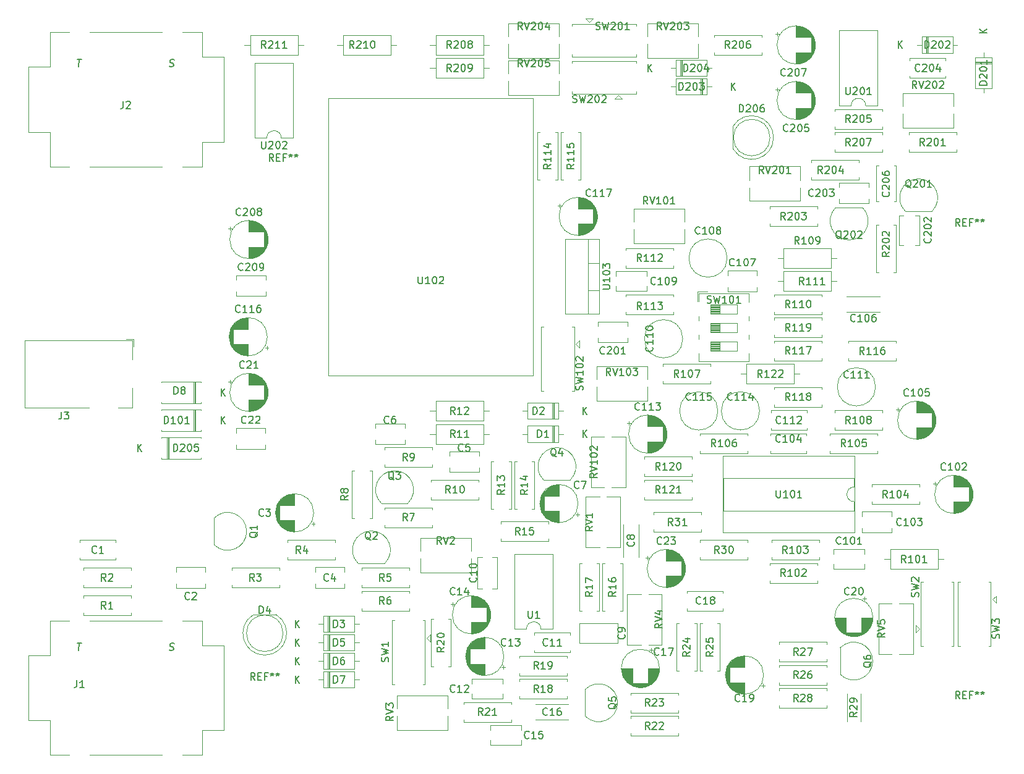
<source format=gbr>
%TF.GenerationSoftware,KiCad,Pcbnew,(5.1.12)-1*%
%TF.CreationDate,2022-01-01T20:40:12-08:00*%
%TF.ProjectId,Lobotomizer,4c6f626f-746f-46d6-997a-65722e6b6963,rev?*%
%TF.SameCoordinates,Original*%
%TF.FileFunction,Legend,Top*%
%TF.FilePolarity,Positive*%
%FSLAX46Y46*%
G04 Gerber Fmt 4.6, Leading zero omitted, Abs format (unit mm)*
G04 Created by KiCad (PCBNEW (5.1.12)-1) date 2022-01-01 20:40:12*
%MOMM*%
%LPD*%
G01*
G04 APERTURE LIST*
%ADD10C,0.150000*%
%ADD11C,0.120000*%
G04 APERTURE END LIST*
D10*
X96140252Y-56919761D02*
X96277157Y-56967380D01*
X96515252Y-56967380D01*
X96616443Y-56919761D01*
X96670014Y-56872142D01*
X96729538Y-56776904D01*
X96741443Y-56681666D01*
X96705729Y-56586428D01*
X96664062Y-56538809D01*
X96574776Y-56491190D01*
X96390252Y-56443571D01*
X96300967Y-56395952D01*
X96259300Y-56348333D01*
X96223586Y-56253095D01*
X96235491Y-56157857D01*
X96295014Y-56062619D01*
X96348586Y-56015000D01*
X96449776Y-55967380D01*
X96687872Y-55967380D01*
X96824776Y-56015000D01*
X83559300Y-55967380D02*
X84130729Y-55967380D01*
X83720014Y-56967380D02*
X83845014Y-55967380D01*
X96140252Y-136929761D02*
X96277157Y-136977380D01*
X96515252Y-136977380D01*
X96616443Y-136929761D01*
X96670014Y-136882142D01*
X96729538Y-136786904D01*
X96741443Y-136691666D01*
X96705729Y-136596428D01*
X96664062Y-136548809D01*
X96574776Y-136501190D01*
X96390252Y-136453571D01*
X96300967Y-136405952D01*
X96259300Y-136358333D01*
X96223586Y-136263095D01*
X96235491Y-136167857D01*
X96295014Y-136072619D01*
X96348586Y-136025000D01*
X96449776Y-135977380D01*
X96687872Y-135977380D01*
X96824776Y-136025000D01*
X83559300Y-135977380D02*
X84130729Y-135977380D01*
X83720014Y-136977380D02*
X83845014Y-135977380D01*
D11*
%TO.C,C106*%
X188905000Y-88480000D02*
X188905000Y-88465000D01*
X188905000Y-90605000D02*
X188905000Y-90590000D01*
X193445000Y-88480000D02*
X193445000Y-88465000D01*
X193445000Y-90605000D02*
X193445000Y-90590000D01*
X193445000Y-88465000D02*
X188905000Y-88465000D01*
X193445000Y-90605000D02*
X188905000Y-90605000D01*
%TO.C,U202*%
X107840000Y-66735000D02*
X109490000Y-66735000D01*
X107840000Y-56455000D02*
X107840000Y-66735000D01*
X113140000Y-56455000D02*
X107840000Y-56455000D01*
X113140000Y-66735000D02*
X113140000Y-56455000D01*
X111490000Y-66735000D02*
X113140000Y-66735000D01*
X109490000Y-66735000D02*
G75*
G02*
X111490000Y-66735000I1000000J0D01*
G01*
%TO.C,U201*%
X187850000Y-62290000D02*
X189500000Y-62290000D01*
X187850000Y-52010000D02*
X187850000Y-62290000D01*
X193150000Y-52010000D02*
X187850000Y-52010000D01*
X193150000Y-62290000D02*
X193150000Y-52010000D01*
X191500000Y-62290000D02*
X193150000Y-62290000D01*
X189500000Y-62290000D02*
G75*
G02*
X191500000Y-62290000I1000000J0D01*
G01*
%TO.C,U103*%
X155035000Y-87576000D02*
X153525000Y-87576000D01*
X155035000Y-83875000D02*
X153525000Y-83875000D01*
X153525000Y-80605000D02*
X153525000Y-90845000D01*
X155035000Y-90845000D02*
X150394000Y-90845000D01*
X155035000Y-80605000D02*
X150394000Y-80605000D01*
X150394000Y-80605000D02*
X150394000Y-90845000D01*
X155035000Y-80605000D02*
X155035000Y-90845000D01*
%TO.C,U102*%
X145955000Y-61265000D02*
X145955000Y-99265000D01*
X117955000Y-61265000D02*
X145955000Y-61265000D01*
X117955000Y-99265000D02*
X117955000Y-61265000D01*
X145955000Y-99265000D02*
X117955000Y-99265000D01*
%TO.C,U101*%
X189985000Y-120820000D02*
X189985000Y-110320000D01*
X171965000Y-120820000D02*
X189985000Y-120820000D01*
X171965000Y-110320000D02*
X171965000Y-120820000D01*
X189985000Y-110320000D02*
X171965000Y-110320000D01*
X189925000Y-117820000D02*
X189925000Y-116570000D01*
X172025000Y-117820000D02*
X189925000Y-117820000D01*
X172025000Y-113320000D02*
X172025000Y-117820000D01*
X189925000Y-113320000D02*
X172025000Y-113320000D01*
X189925000Y-114570000D02*
X189925000Y-113320000D01*
X189925000Y-116570000D02*
G75*
G02*
X189925000Y-114570000I0J1000000D01*
G01*
%TO.C,U1*%
X143400000Y-134045000D02*
X145050000Y-134045000D01*
X143400000Y-123765000D02*
X143400000Y-134045000D01*
X148700000Y-123765000D02*
X143400000Y-123765000D01*
X148700000Y-134045000D02*
X148700000Y-123765000D01*
X147050000Y-134045000D02*
X148700000Y-134045000D01*
X145050000Y-134045000D02*
G75*
G02*
X147050000Y-134045000I1000000J0D01*
G01*
%TO.C,SW202*%
X157170000Y-61380000D02*
X158170000Y-61380000D01*
X157670000Y-60880000D02*
X157170000Y-61380000D01*
X158170000Y-61380000D02*
X157670000Y-60880000D01*
X151260000Y-56160000D02*
X151260000Y-56470000D01*
X160080000Y-56160000D02*
X160080000Y-56470000D01*
X160080000Y-60370000D02*
X160080000Y-60680000D01*
X151260000Y-56160000D02*
X160080000Y-56160000D01*
X151260000Y-60680000D02*
X151260000Y-60370000D01*
X160080000Y-60680000D02*
X151260000Y-60680000D01*
%TO.C,SW201*%
X154170000Y-50380000D02*
X153170000Y-50380000D01*
X153670000Y-50880000D02*
X154170000Y-50380000D01*
X153170000Y-50380000D02*
X153670000Y-50880000D01*
X160080000Y-55600000D02*
X160080000Y-55290000D01*
X151260000Y-55600000D02*
X151260000Y-55290000D01*
X151260000Y-51390000D02*
X151260000Y-51080000D01*
X160080000Y-55600000D02*
X151260000Y-55600000D01*
X160080000Y-51080000D02*
X160080000Y-51390000D01*
X151260000Y-51080000D02*
X160080000Y-51080000D01*
%TO.C,SW102*%
X152312000Y-95496000D02*
X152312000Y-94496000D01*
X151812000Y-94996000D02*
X152312000Y-95496000D01*
X152312000Y-94496000D02*
X151812000Y-94996000D01*
X147092000Y-101406000D02*
X147402000Y-101406000D01*
X147092000Y-92586000D02*
X147402000Y-92586000D01*
X151302000Y-92586000D02*
X151612000Y-92586000D01*
X147092000Y-101406000D02*
X147092000Y-92586000D01*
X151612000Y-101406000D02*
X151302000Y-101406000D01*
X151612000Y-92586000D02*
X151612000Y-101406000D01*
%TO.C,SW101*%
X171481667Y-94615000D02*
X171481667Y-95885000D01*
X170275000Y-95815000D02*
X171481667Y-95815000D01*
X170275000Y-95695000D02*
X171481667Y-95695000D01*
X170275000Y-95575000D02*
X171481667Y-95575000D01*
X170275000Y-95455000D02*
X171481667Y-95455000D01*
X170275000Y-95335000D02*
X171481667Y-95335000D01*
X170275000Y-95215000D02*
X171481667Y-95215000D01*
X170275000Y-95095000D02*
X171481667Y-95095000D01*
X170275000Y-94975000D02*
X171481667Y-94975000D01*
X170275000Y-94855000D02*
X171481667Y-94855000D01*
X170275000Y-94735000D02*
X171481667Y-94735000D01*
X173895000Y-94615000D02*
X170275000Y-94615000D01*
X173895000Y-95885000D02*
X173895000Y-94615000D01*
X170275000Y-95885000D02*
X173895000Y-95885000D01*
X170275000Y-94615000D02*
X170275000Y-95885000D01*
X171481667Y-92075000D02*
X171481667Y-93345000D01*
X170275000Y-93275000D02*
X171481667Y-93275000D01*
X170275000Y-93155000D02*
X171481667Y-93155000D01*
X170275000Y-93035000D02*
X171481667Y-93035000D01*
X170275000Y-92915000D02*
X171481667Y-92915000D01*
X170275000Y-92795000D02*
X171481667Y-92795000D01*
X170275000Y-92675000D02*
X171481667Y-92675000D01*
X170275000Y-92555000D02*
X171481667Y-92555000D01*
X170275000Y-92435000D02*
X171481667Y-92435000D01*
X170275000Y-92315000D02*
X171481667Y-92315000D01*
X170275000Y-92195000D02*
X171481667Y-92195000D01*
X173895000Y-92075000D02*
X170275000Y-92075000D01*
X173895000Y-93345000D02*
X173895000Y-92075000D01*
X170275000Y-93345000D02*
X173895000Y-93345000D01*
X170275000Y-92075000D02*
X170275000Y-93345000D01*
X171481667Y-89535000D02*
X171481667Y-90805000D01*
X170275000Y-90735000D02*
X171481667Y-90735000D01*
X170275000Y-90615000D02*
X171481667Y-90615000D01*
X170275000Y-90495000D02*
X171481667Y-90495000D01*
X170275000Y-90375000D02*
X171481667Y-90375000D01*
X170275000Y-90255000D02*
X171481667Y-90255000D01*
X170275000Y-90135000D02*
X171481667Y-90135000D01*
X170275000Y-90015000D02*
X171481667Y-90015000D01*
X170275000Y-89895000D02*
X171481667Y-89895000D01*
X170275000Y-89775000D02*
X171481667Y-89775000D01*
X170275000Y-89655000D02*
X171481667Y-89655000D01*
X173895000Y-89535000D02*
X170275000Y-89535000D01*
X173895000Y-90805000D02*
X173895000Y-89535000D01*
X170275000Y-90805000D02*
X173895000Y-90805000D01*
X170275000Y-89535000D02*
X170275000Y-90805000D01*
X168435000Y-87820000D02*
X168435000Y-89130000D01*
X168435000Y-87820000D02*
X169818000Y-87820000D01*
X175496000Y-91160000D02*
X175496000Y-91721000D01*
X175496000Y-88060000D02*
X175496000Y-89180000D01*
X175496000Y-93700000D02*
X175496000Y-94261000D01*
X175496000Y-96240000D02*
X175496000Y-97360000D01*
X168675000Y-96240000D02*
X168675000Y-97360000D01*
X168675000Y-93700000D02*
X168675000Y-94261000D01*
X168675000Y-91210000D02*
X168675000Y-91721000D01*
X168675000Y-88060000D02*
X168675000Y-89130000D01*
X168675000Y-97360000D02*
X175496000Y-97360000D01*
X168675000Y-88060000D02*
X175496000Y-88060000D01*
%TO.C,SW3*%
X209335000Y-130485000D02*
X209335000Y-129485000D01*
X208835000Y-129985000D02*
X209335000Y-130485000D01*
X209335000Y-129485000D02*
X208835000Y-129985000D01*
X204115000Y-136395000D02*
X204425000Y-136395000D01*
X204115000Y-127575000D02*
X204425000Y-127575000D01*
X208325000Y-127575000D02*
X208635000Y-127575000D01*
X204115000Y-136395000D02*
X204115000Y-127575000D01*
X208635000Y-136395000D02*
X208325000Y-136395000D01*
X208635000Y-127575000D02*
X208635000Y-136395000D01*
%TO.C,SW2*%
X198335000Y-133485000D02*
X198335000Y-134485000D01*
X198835000Y-133985000D02*
X198335000Y-133485000D01*
X198335000Y-134485000D02*
X198835000Y-133985000D01*
X203555000Y-127575000D02*
X203245000Y-127575000D01*
X203555000Y-136395000D02*
X203245000Y-136395000D01*
X199345000Y-136395000D02*
X199035000Y-136395000D01*
X203555000Y-127575000D02*
X203555000Y-136395000D01*
X199035000Y-127575000D02*
X199345000Y-127575000D01*
X199035000Y-136395000D02*
X199035000Y-127575000D01*
%TO.C,SW1*%
X131865000Y-135755000D02*
X131865000Y-134755000D01*
X131365000Y-135255000D02*
X131865000Y-135755000D01*
X131865000Y-134755000D02*
X131365000Y-135255000D01*
X126645000Y-141665000D02*
X126955000Y-141665000D01*
X126645000Y-132845000D02*
X126955000Y-132845000D01*
X130855000Y-132845000D02*
X131165000Y-132845000D01*
X126645000Y-141665000D02*
X126645000Y-132845000D01*
X131165000Y-141665000D02*
X130855000Y-141665000D01*
X131165000Y-132845000D02*
X131165000Y-141665000D01*
%TO.C,RV205*%
X149525000Y-58916000D02*
X149525000Y-60880000D01*
X149525000Y-56140000D02*
X149525000Y-57926000D01*
X142575000Y-58916000D02*
X142575000Y-60880000D01*
X142575000Y-56140000D02*
X142575000Y-57926000D01*
X142575000Y-60880000D02*
X149525000Y-60880000D01*
X142575000Y-56140000D02*
X149525000Y-56140000D01*
%TO.C,RV204*%
X149525000Y-53836000D02*
X149525000Y-55800000D01*
X149525000Y-51060000D02*
X149525000Y-52846000D01*
X142575000Y-53836000D02*
X142575000Y-55800000D01*
X142575000Y-51060000D02*
X142575000Y-52846000D01*
X142575000Y-55800000D02*
X149525000Y-55800000D01*
X142575000Y-51060000D02*
X149525000Y-51060000D01*
%TO.C,RV203*%
X168575000Y-53836000D02*
X168575000Y-55800000D01*
X168575000Y-51060000D02*
X168575000Y-52846000D01*
X161625000Y-53836000D02*
X161625000Y-55800000D01*
X161625000Y-51060000D02*
X161625000Y-52846000D01*
X161625000Y-55800000D02*
X168575000Y-55800000D01*
X161625000Y-51060000D02*
X168575000Y-51060000D01*
%TO.C,RV202*%
X203500000Y-63361000D02*
X203500000Y-65325000D01*
X203500000Y-60585000D02*
X203500000Y-62371000D01*
X196550000Y-63361000D02*
X196550000Y-65325000D01*
X196550000Y-60585000D02*
X196550000Y-62371000D01*
X196550000Y-65325000D02*
X203500000Y-65325000D01*
X196550000Y-60585000D02*
X203500000Y-60585000D01*
%TO.C,RV201*%
X175595000Y-72529000D02*
X175595000Y-70565000D01*
X175595000Y-75305000D02*
X175595000Y-73519000D01*
X182545000Y-72529000D02*
X182545000Y-70565000D01*
X182545000Y-75305000D02*
X182545000Y-73519000D01*
X182545000Y-70565000D02*
X175595000Y-70565000D01*
X182545000Y-75305000D02*
X175595000Y-75305000D01*
%TO.C,RV103*%
X161590000Y-100826000D02*
X161590000Y-102790000D01*
X161590000Y-98050000D02*
X161590000Y-99836000D01*
X154640000Y-100826000D02*
X154640000Y-102790000D01*
X154640000Y-98050000D02*
X154640000Y-99836000D01*
X154640000Y-102790000D02*
X161590000Y-102790000D01*
X154640000Y-98050000D02*
X161590000Y-98050000D01*
%TO.C,RV102*%
X156706000Y-107650000D02*
X158670000Y-107650000D01*
X153930000Y-107650000D02*
X155716000Y-107650000D01*
X156706000Y-114600000D02*
X158670000Y-114600000D01*
X153930000Y-114600000D02*
X155716000Y-114600000D01*
X158670000Y-114600000D02*
X158670000Y-107650000D01*
X153930000Y-114600000D02*
X153930000Y-107650000D01*
%TO.C,RV101*%
X166670000Y-79236000D02*
X166670000Y-81200000D01*
X166670000Y-76460000D02*
X166670000Y-78246000D01*
X159720000Y-79236000D02*
X159720000Y-81200000D01*
X159720000Y-76460000D02*
X159720000Y-78246000D01*
X159720000Y-81200000D02*
X166670000Y-81200000D01*
X159720000Y-76460000D02*
X166670000Y-76460000D01*
%TO.C,RV5*%
X196076000Y-130510000D02*
X198040000Y-130510000D01*
X193300000Y-130510000D02*
X195086000Y-130510000D01*
X196076000Y-137460000D02*
X198040000Y-137460000D01*
X193300000Y-137460000D02*
X195086000Y-137460000D01*
X198040000Y-137460000D02*
X198040000Y-130510000D01*
X193300000Y-137460000D02*
X193300000Y-130510000D01*
%TO.C,RV4*%
X160794000Y-136190000D02*
X158830000Y-136190000D01*
X163570000Y-136190000D02*
X161784000Y-136190000D01*
X160794000Y-129240000D02*
X158830000Y-129240000D01*
X163570000Y-129240000D02*
X161784000Y-129240000D01*
X158830000Y-129240000D02*
X158830000Y-136190000D01*
X163570000Y-129240000D02*
X163570000Y-136190000D01*
%TO.C,RV3*%
X134285000Y-145911000D02*
X134285000Y-147875000D01*
X134285000Y-143135000D02*
X134285000Y-144921000D01*
X127335000Y-145911000D02*
X127335000Y-147875000D01*
X127335000Y-143135000D02*
X127335000Y-144921000D01*
X127335000Y-147875000D02*
X134285000Y-147875000D01*
X127335000Y-143135000D02*
X134285000Y-143135000D01*
%TO.C,RV2*%
X137460000Y-124321000D02*
X137460000Y-126285000D01*
X137460000Y-121545000D02*
X137460000Y-123331000D01*
X130510000Y-124321000D02*
X130510000Y-126285000D01*
X130510000Y-121545000D02*
X130510000Y-123331000D01*
X130510000Y-126285000D02*
X137460000Y-126285000D01*
X130510000Y-121545000D02*
X137460000Y-121545000D01*
%TO.C,RV1*%
X155079000Y-122855000D02*
X153115000Y-122855000D01*
X157855000Y-122855000D02*
X156069000Y-122855000D01*
X155079000Y-115905000D02*
X153115000Y-115905000D01*
X157855000Y-115905000D02*
X156069000Y-115905000D01*
X153115000Y-115905000D02*
X153115000Y-122855000D01*
X157855000Y-115905000D02*
X157855000Y-122855000D01*
%TO.C,R211*%
X114530000Y-53975000D02*
X113760000Y-53975000D01*
X106450000Y-53975000D02*
X107220000Y-53975000D01*
X113760000Y-52605000D02*
X107220000Y-52605000D01*
X113760000Y-55345000D02*
X113760000Y-52605000D01*
X107220000Y-55345000D02*
X113760000Y-55345000D01*
X107220000Y-52605000D02*
X107220000Y-55345000D01*
%TO.C,R210*%
X119920000Y-52605000D02*
X119920000Y-55345000D01*
X119920000Y-55345000D02*
X126460000Y-55345000D01*
X126460000Y-55345000D02*
X126460000Y-52605000D01*
X126460000Y-52605000D02*
X119920000Y-52605000D01*
X119150000Y-53975000D02*
X119920000Y-53975000D01*
X127230000Y-53975000D02*
X126460000Y-53975000D01*
%TO.C,R209*%
X139930000Y-57150000D02*
X139160000Y-57150000D01*
X131850000Y-57150000D02*
X132620000Y-57150000D01*
X139160000Y-55780000D02*
X132620000Y-55780000D01*
X139160000Y-58520000D02*
X139160000Y-55780000D01*
X132620000Y-58520000D02*
X139160000Y-58520000D01*
X132620000Y-55780000D02*
X132620000Y-58520000D01*
%TO.C,R208*%
X139930000Y-53975000D02*
X139160000Y-53975000D01*
X131850000Y-53975000D02*
X132620000Y-53975000D01*
X139160000Y-52605000D02*
X132620000Y-52605000D01*
X139160000Y-55345000D02*
X139160000Y-52605000D01*
X132620000Y-55345000D02*
X139160000Y-55345000D01*
X132620000Y-52605000D02*
X132620000Y-55345000D01*
%TO.C,R207*%
X187230000Y-65940000D02*
X187230000Y-66270000D01*
X193770000Y-65940000D02*
X187230000Y-65940000D01*
X193770000Y-66270000D02*
X193770000Y-65940000D01*
X187230000Y-68680000D02*
X187230000Y-68350000D01*
X193770000Y-68680000D02*
X187230000Y-68680000D01*
X193770000Y-68350000D02*
X193770000Y-68680000D01*
%TO.C,R206*%
X177260000Y-55345000D02*
X177260000Y-55015000D01*
X170720000Y-55345000D02*
X177260000Y-55345000D01*
X170720000Y-55015000D02*
X170720000Y-55345000D01*
X177260000Y-52605000D02*
X177260000Y-52935000D01*
X170720000Y-52605000D02*
X177260000Y-52605000D01*
X170720000Y-52935000D02*
X170720000Y-52605000D01*
%TO.C,R205*%
X187230000Y-62765000D02*
X187230000Y-63095000D01*
X193770000Y-62765000D02*
X187230000Y-62765000D01*
X193770000Y-63095000D02*
X193770000Y-62765000D01*
X187230000Y-65505000D02*
X187230000Y-65175000D01*
X193770000Y-65505000D02*
X187230000Y-65505000D01*
X193770000Y-65175000D02*
X193770000Y-65505000D01*
%TO.C,R204*%
X190595000Y-72490000D02*
X190595000Y-72160000D01*
X184055000Y-72490000D02*
X190595000Y-72490000D01*
X184055000Y-72160000D02*
X184055000Y-72490000D01*
X190595000Y-69750000D02*
X190595000Y-70080000D01*
X184055000Y-69750000D02*
X190595000Y-69750000D01*
X184055000Y-70080000D02*
X184055000Y-69750000D01*
%TO.C,R203*%
X178340000Y-76100000D02*
X178340000Y-76430000D01*
X184880000Y-76100000D02*
X178340000Y-76100000D01*
X184880000Y-76430000D02*
X184880000Y-76100000D01*
X178340000Y-78840000D02*
X178340000Y-78510000D01*
X184880000Y-78840000D02*
X178340000Y-78840000D01*
X184880000Y-78510000D02*
X184880000Y-78840000D01*
%TO.C,R202*%
X195680000Y-78645000D02*
X195350000Y-78645000D01*
X195680000Y-85185000D02*
X195680000Y-78645000D01*
X195350000Y-85185000D02*
X195680000Y-85185000D01*
X192940000Y-78645000D02*
X193270000Y-78645000D01*
X192940000Y-85185000D02*
X192940000Y-78645000D01*
X193270000Y-85185000D02*
X192940000Y-85185000D01*
%TO.C,R201*%
X203930000Y-68680000D02*
X203930000Y-68350000D01*
X197390000Y-68680000D02*
X203930000Y-68680000D01*
X197390000Y-68350000D02*
X197390000Y-68680000D01*
X203930000Y-65940000D02*
X203930000Y-66270000D01*
X197390000Y-65940000D02*
X203930000Y-65940000D01*
X197390000Y-66270000D02*
X197390000Y-65940000D01*
%TO.C,R122*%
X182475000Y-99060000D02*
X181705000Y-99060000D01*
X174395000Y-99060000D02*
X175165000Y-99060000D01*
X181705000Y-97690000D02*
X175165000Y-97690000D01*
X181705000Y-100430000D02*
X181705000Y-97690000D01*
X175165000Y-100430000D02*
X181705000Y-100430000D01*
X175165000Y-97690000D02*
X175165000Y-100430000D01*
%TO.C,R121*%
X167735000Y-116305000D02*
X167735000Y-115975000D01*
X161195000Y-116305000D02*
X167735000Y-116305000D01*
X161195000Y-115975000D02*
X161195000Y-116305000D01*
X167735000Y-113565000D02*
X167735000Y-113895000D01*
X161195000Y-113565000D02*
X167735000Y-113565000D01*
X161195000Y-113895000D02*
X161195000Y-113565000D01*
%TO.C,R120*%
X161195000Y-110390000D02*
X161195000Y-110720000D01*
X167735000Y-110390000D02*
X161195000Y-110390000D01*
X167735000Y-110720000D02*
X167735000Y-110390000D01*
X161195000Y-113130000D02*
X161195000Y-112800000D01*
X167735000Y-113130000D02*
X161195000Y-113130000D01*
X167735000Y-112800000D02*
X167735000Y-113130000D01*
%TO.C,R119*%
X185515000Y-94080000D02*
X185515000Y-93750000D01*
X178975000Y-94080000D02*
X185515000Y-94080000D01*
X178975000Y-93750000D02*
X178975000Y-94080000D01*
X185515000Y-91340000D02*
X185515000Y-91670000D01*
X178975000Y-91340000D02*
X185515000Y-91340000D01*
X178975000Y-91670000D02*
X178975000Y-91340000D01*
%TO.C,R118*%
X178975000Y-100865000D02*
X178975000Y-101195000D01*
X185515000Y-100865000D02*
X178975000Y-100865000D01*
X185515000Y-101195000D02*
X185515000Y-100865000D01*
X178975000Y-103605000D02*
X178975000Y-103275000D01*
X185515000Y-103605000D02*
X178975000Y-103605000D01*
X185515000Y-103275000D02*
X185515000Y-103605000D01*
%TO.C,R117*%
X185515000Y-97255000D02*
X185515000Y-96925000D01*
X178975000Y-97255000D02*
X185515000Y-97255000D01*
X178975000Y-96925000D02*
X178975000Y-97255000D01*
X185515000Y-94515000D02*
X185515000Y-94845000D01*
X178975000Y-94515000D02*
X185515000Y-94515000D01*
X178975000Y-94845000D02*
X178975000Y-94515000D01*
%TO.C,R116*%
X195675000Y-97255000D02*
X195675000Y-96925000D01*
X189135000Y-97255000D02*
X195675000Y-97255000D01*
X189135000Y-96925000D02*
X189135000Y-97255000D01*
X195675000Y-94515000D02*
X195675000Y-94845000D01*
X189135000Y-94515000D02*
X195675000Y-94515000D01*
X189135000Y-94845000D02*
X189135000Y-94515000D01*
%TO.C,R115*%
X149760000Y-72485000D02*
X150090000Y-72485000D01*
X149760000Y-65945000D02*
X149760000Y-72485000D01*
X150090000Y-65945000D02*
X149760000Y-65945000D01*
X152500000Y-72485000D02*
X152170000Y-72485000D01*
X152500000Y-65945000D02*
X152500000Y-72485000D01*
X152170000Y-65945000D02*
X152500000Y-65945000D01*
%TO.C,R114*%
X146585000Y-72485000D02*
X146915000Y-72485000D01*
X146585000Y-65945000D02*
X146585000Y-72485000D01*
X146915000Y-65945000D02*
X146585000Y-65945000D01*
X149325000Y-72485000D02*
X148995000Y-72485000D01*
X149325000Y-65945000D02*
X149325000Y-72485000D01*
X148995000Y-65945000D02*
X149325000Y-65945000D01*
%TO.C,R113*%
X158655000Y-88165000D02*
X158655000Y-88495000D01*
X165195000Y-88165000D02*
X158655000Y-88165000D01*
X165195000Y-88495000D02*
X165195000Y-88165000D01*
X158655000Y-90905000D02*
X158655000Y-90575000D01*
X165195000Y-90905000D02*
X158655000Y-90905000D01*
X165195000Y-90575000D02*
X165195000Y-90905000D01*
%TO.C,R112*%
X165195000Y-84555000D02*
X165195000Y-84225000D01*
X158655000Y-84555000D02*
X165195000Y-84555000D01*
X158655000Y-84225000D02*
X158655000Y-84555000D01*
X165195000Y-81815000D02*
X165195000Y-82145000D01*
X158655000Y-81815000D02*
X165195000Y-81815000D01*
X158655000Y-82145000D02*
X158655000Y-81815000D01*
%TO.C,R111*%
X179475000Y-86360000D02*
X180245000Y-86360000D01*
X187555000Y-86360000D02*
X186785000Y-86360000D01*
X180245000Y-87730000D02*
X186785000Y-87730000D01*
X180245000Y-84990000D02*
X180245000Y-87730000D01*
X186785000Y-84990000D02*
X180245000Y-84990000D01*
X186785000Y-87730000D02*
X186785000Y-84990000D01*
%TO.C,R110*%
X178975000Y-88165000D02*
X178975000Y-88495000D01*
X185515000Y-88165000D02*
X178975000Y-88165000D01*
X185515000Y-88495000D02*
X185515000Y-88165000D01*
X178975000Y-90905000D02*
X178975000Y-90575000D01*
X185515000Y-90905000D02*
X178975000Y-90905000D01*
X185515000Y-90575000D02*
X185515000Y-90905000D01*
%TO.C,R109*%
X187555000Y-83185000D02*
X186785000Y-83185000D01*
X179475000Y-83185000D02*
X180245000Y-83185000D01*
X186785000Y-81815000D02*
X180245000Y-81815000D01*
X186785000Y-84555000D02*
X186785000Y-81815000D01*
X180245000Y-84555000D02*
X186785000Y-84555000D01*
X180245000Y-81815000D02*
X180245000Y-84555000D01*
%TO.C,R108*%
X193770000Y-106780000D02*
X193770000Y-106450000D01*
X187230000Y-106780000D02*
X193770000Y-106780000D01*
X187230000Y-106450000D02*
X187230000Y-106780000D01*
X193770000Y-104040000D02*
X193770000Y-104370000D01*
X187230000Y-104040000D02*
X193770000Y-104040000D01*
X187230000Y-104370000D02*
X187230000Y-104040000D01*
%TO.C,R107*%
X163735000Y-97690000D02*
X163735000Y-98020000D01*
X170275000Y-97690000D02*
X163735000Y-97690000D01*
X170275000Y-98020000D02*
X170275000Y-97690000D01*
X163735000Y-100430000D02*
X163735000Y-100100000D01*
X170275000Y-100430000D02*
X163735000Y-100430000D01*
X170275000Y-100100000D02*
X170275000Y-100430000D01*
%TO.C,R106*%
X175355000Y-109955000D02*
X175355000Y-109625000D01*
X168815000Y-109955000D02*
X175355000Y-109955000D01*
X168815000Y-109625000D02*
X168815000Y-109955000D01*
X175355000Y-107215000D02*
X175355000Y-107545000D01*
X168815000Y-107215000D02*
X175355000Y-107215000D01*
X168815000Y-107545000D02*
X168815000Y-107215000D01*
%TO.C,R105*%
X186595000Y-107215000D02*
X186595000Y-107545000D01*
X193135000Y-107215000D02*
X186595000Y-107215000D01*
X193135000Y-107545000D02*
X193135000Y-107215000D01*
X186595000Y-109955000D02*
X186595000Y-109625000D01*
X193135000Y-109955000D02*
X186595000Y-109955000D01*
X193135000Y-109625000D02*
X193135000Y-109955000D01*
%TO.C,R104*%
X198850000Y-116940000D02*
X198850000Y-116610000D01*
X192310000Y-116940000D02*
X198850000Y-116940000D01*
X192310000Y-116610000D02*
X192310000Y-116940000D01*
X198850000Y-114200000D02*
X198850000Y-114530000D01*
X192310000Y-114200000D02*
X198850000Y-114200000D01*
X192310000Y-114530000D02*
X192310000Y-114200000D01*
%TO.C,R103*%
X178594000Y-121820000D02*
X178594000Y-122150000D01*
X185134000Y-121820000D02*
X178594000Y-121820000D01*
X185134000Y-122150000D02*
X185134000Y-121820000D01*
X178594000Y-124560000D02*
X178594000Y-124230000D01*
X185134000Y-124560000D02*
X178594000Y-124560000D01*
X185134000Y-124230000D02*
X185134000Y-124560000D01*
%TO.C,R102*%
X184880000Y-127735000D02*
X184880000Y-127405000D01*
X178340000Y-127735000D02*
X184880000Y-127735000D01*
X178340000Y-127405000D02*
X178340000Y-127735000D01*
X184880000Y-124995000D02*
X184880000Y-125325000D01*
X178340000Y-124995000D02*
X184880000Y-124995000D01*
X178340000Y-125325000D02*
X178340000Y-124995000D01*
%TO.C,R101*%
X202160000Y-124460000D02*
X201390000Y-124460000D01*
X194080000Y-124460000D02*
X194850000Y-124460000D01*
X201390000Y-123090000D02*
X194850000Y-123090000D01*
X201390000Y-125830000D02*
X201390000Y-123090000D01*
X194850000Y-125830000D02*
X201390000Y-125830000D01*
X194850000Y-123090000D02*
X194850000Y-125830000D01*
%TO.C,R31*%
X169005000Y-120750000D02*
X169005000Y-120420000D01*
X162465000Y-120750000D02*
X169005000Y-120750000D01*
X162465000Y-120420000D02*
X162465000Y-120750000D01*
X169005000Y-118010000D02*
X169005000Y-118340000D01*
X162465000Y-118010000D02*
X169005000Y-118010000D01*
X162465000Y-118340000D02*
X162465000Y-118010000D01*
%TO.C,R30*%
X175355000Y-124560000D02*
X175355000Y-124230000D01*
X168815000Y-124560000D02*
X175355000Y-124560000D01*
X168815000Y-124230000D02*
X168815000Y-124560000D01*
X175355000Y-121820000D02*
X175355000Y-122150000D01*
X168815000Y-121820000D02*
X175355000Y-121820000D01*
X168815000Y-122150000D02*
X168815000Y-121820000D01*
%TO.C,R29*%
X188945000Y-142860000D02*
X188945000Y-146700000D01*
X190785000Y-142860000D02*
X190785000Y-146700000D01*
%TO.C,R28*%
X179610000Y-142140000D02*
X179610000Y-142470000D01*
X186150000Y-142140000D02*
X179610000Y-142140000D01*
X186150000Y-142470000D02*
X186150000Y-142140000D01*
X179610000Y-144880000D02*
X179610000Y-144550000D01*
X186150000Y-144880000D02*
X179610000Y-144880000D01*
X186150000Y-144550000D02*
X186150000Y-144880000D01*
%TO.C,R27*%
X179610000Y-135790000D02*
X179610000Y-136120000D01*
X186150000Y-135790000D02*
X179610000Y-135790000D01*
X186150000Y-136120000D02*
X186150000Y-135790000D01*
X179610000Y-138530000D02*
X179610000Y-138200000D01*
X186150000Y-138530000D02*
X179610000Y-138530000D01*
X186150000Y-138200000D02*
X186150000Y-138530000D01*
%TO.C,R26*%
X186150000Y-141705000D02*
X186150000Y-141375000D01*
X179610000Y-141705000D02*
X186150000Y-141705000D01*
X179610000Y-141375000D02*
X179610000Y-141705000D01*
X186150000Y-138965000D02*
X186150000Y-139295000D01*
X179610000Y-138965000D02*
X186150000Y-138965000D01*
X179610000Y-139295000D02*
X179610000Y-138965000D01*
%TO.C,R25*%
X171550000Y-133255000D02*
X171220000Y-133255000D01*
X171550000Y-139795000D02*
X171550000Y-133255000D01*
X171220000Y-139795000D02*
X171550000Y-139795000D01*
X168810000Y-133255000D02*
X169140000Y-133255000D01*
X168810000Y-139795000D02*
X168810000Y-133255000D01*
X169140000Y-139795000D02*
X168810000Y-139795000D01*
%TO.C,R24*%
X165635000Y-139795000D02*
X165965000Y-139795000D01*
X165635000Y-133255000D02*
X165635000Y-139795000D01*
X165965000Y-133255000D02*
X165635000Y-133255000D01*
X168375000Y-139795000D02*
X168045000Y-139795000D01*
X168375000Y-133255000D02*
X168375000Y-139795000D01*
X168045000Y-133255000D02*
X168375000Y-133255000D01*
%TO.C,R23*%
X165830000Y-145515000D02*
X165830000Y-145185000D01*
X159290000Y-145515000D02*
X165830000Y-145515000D01*
X159290000Y-145185000D02*
X159290000Y-145515000D01*
X165830000Y-142775000D02*
X165830000Y-143105000D01*
X159290000Y-142775000D02*
X165830000Y-142775000D01*
X159290000Y-143105000D02*
X159290000Y-142775000D01*
%TO.C,R22*%
X165830000Y-148690000D02*
X165830000Y-148360000D01*
X159290000Y-148690000D02*
X165830000Y-148690000D01*
X159290000Y-148360000D02*
X159290000Y-148690000D01*
X165830000Y-145950000D02*
X165830000Y-146280000D01*
X159290000Y-145950000D02*
X165830000Y-145950000D01*
X159290000Y-146280000D02*
X159290000Y-145950000D01*
%TO.C,R21*%
X136430000Y-144045000D02*
X136430000Y-144375000D01*
X142970000Y-144045000D02*
X136430000Y-144045000D01*
X142970000Y-144375000D02*
X142970000Y-144045000D01*
X136430000Y-146785000D02*
X136430000Y-146455000D01*
X142970000Y-146785000D02*
X136430000Y-146785000D01*
X142970000Y-146455000D02*
X142970000Y-146785000D01*
%TO.C,R20*%
X134720000Y-132620000D02*
X134390000Y-132620000D01*
X134720000Y-139160000D02*
X134720000Y-132620000D01*
X134390000Y-139160000D02*
X134720000Y-139160000D01*
X131980000Y-132620000D02*
X132310000Y-132620000D01*
X131980000Y-139160000D02*
X131980000Y-132620000D01*
X132310000Y-139160000D02*
X131980000Y-139160000D01*
%TO.C,R19*%
X150590000Y-140435000D02*
X150590000Y-140105000D01*
X144050000Y-140435000D02*
X150590000Y-140435000D01*
X144050000Y-140105000D02*
X144050000Y-140435000D01*
X150590000Y-137695000D02*
X150590000Y-138025000D01*
X144050000Y-137695000D02*
X150590000Y-137695000D01*
X144050000Y-138025000D02*
X144050000Y-137695000D01*
%TO.C,R18*%
X150590000Y-143610000D02*
X150590000Y-143280000D01*
X144050000Y-143610000D02*
X150590000Y-143610000D01*
X144050000Y-143280000D02*
X144050000Y-143610000D01*
X150590000Y-140870000D02*
X150590000Y-141200000D01*
X144050000Y-140870000D02*
X150590000Y-140870000D01*
X144050000Y-141200000D02*
X144050000Y-140870000D01*
%TO.C,R17*%
X152300000Y-131540000D02*
X152630000Y-131540000D01*
X152300000Y-125000000D02*
X152300000Y-131540000D01*
X152630000Y-125000000D02*
X152300000Y-125000000D01*
X155040000Y-131540000D02*
X154710000Y-131540000D01*
X155040000Y-125000000D02*
X155040000Y-131540000D01*
X154710000Y-125000000D02*
X155040000Y-125000000D01*
%TO.C,R16*%
X158215000Y-125000000D02*
X157885000Y-125000000D01*
X158215000Y-131540000D02*
X158215000Y-125000000D01*
X157885000Y-131540000D02*
X158215000Y-131540000D01*
X155475000Y-125000000D02*
X155805000Y-125000000D01*
X155475000Y-131540000D02*
X155475000Y-125000000D01*
X155805000Y-131540000D02*
X155475000Y-131540000D01*
%TO.C,R15*%
X141510000Y-119280000D02*
X141510000Y-119610000D01*
X148050000Y-119280000D02*
X141510000Y-119280000D01*
X148050000Y-119610000D02*
X148050000Y-119280000D01*
X141510000Y-122020000D02*
X141510000Y-121690000D01*
X148050000Y-122020000D02*
X141510000Y-122020000D01*
X148050000Y-121690000D02*
X148050000Y-122020000D01*
%TO.C,R14*%
X146150000Y-111030000D02*
X145820000Y-111030000D01*
X146150000Y-117570000D02*
X146150000Y-111030000D01*
X145820000Y-117570000D02*
X146150000Y-117570000D01*
X143410000Y-111030000D02*
X143740000Y-111030000D01*
X143410000Y-117570000D02*
X143410000Y-111030000D01*
X143740000Y-117570000D02*
X143410000Y-117570000D01*
%TO.C,R13*%
X140235000Y-117570000D02*
X140565000Y-117570000D01*
X140235000Y-111030000D02*
X140235000Y-117570000D01*
X140565000Y-111030000D02*
X140235000Y-111030000D01*
X142975000Y-117570000D02*
X142645000Y-117570000D01*
X142975000Y-111030000D02*
X142975000Y-117570000D01*
X142645000Y-111030000D02*
X142975000Y-111030000D01*
%TO.C,R12*%
X139930000Y-104140000D02*
X139160000Y-104140000D01*
X131850000Y-104140000D02*
X132620000Y-104140000D01*
X139160000Y-102770000D02*
X132620000Y-102770000D01*
X139160000Y-105510000D02*
X139160000Y-102770000D01*
X132620000Y-105510000D02*
X139160000Y-105510000D01*
X132620000Y-102770000D02*
X132620000Y-105510000D01*
%TO.C,R11*%
X131850000Y-107315000D02*
X132620000Y-107315000D01*
X139930000Y-107315000D02*
X139160000Y-107315000D01*
X132620000Y-108685000D02*
X139160000Y-108685000D01*
X132620000Y-105945000D02*
X132620000Y-108685000D01*
X139160000Y-105945000D02*
X132620000Y-105945000D01*
X139160000Y-108685000D02*
X139160000Y-105945000D01*
%TO.C,R10*%
X131985000Y-113565000D02*
X131985000Y-113895000D01*
X138525000Y-113565000D02*
X131985000Y-113565000D01*
X138525000Y-113895000D02*
X138525000Y-113565000D01*
X131985000Y-116305000D02*
X131985000Y-115975000D01*
X138525000Y-116305000D02*
X131985000Y-116305000D01*
X138525000Y-115975000D02*
X138525000Y-116305000D01*
%TO.C,R9*%
X132175000Y-111860000D02*
X132175000Y-111530000D01*
X125635000Y-111860000D02*
X132175000Y-111860000D01*
X125635000Y-111530000D02*
X125635000Y-111860000D01*
X132175000Y-109120000D02*
X132175000Y-109450000D01*
X125635000Y-109120000D02*
X132175000Y-109120000D01*
X125635000Y-109450000D02*
X125635000Y-109120000D01*
%TO.C,R8*%
X123925000Y-112300000D02*
X123595000Y-112300000D01*
X123925000Y-118840000D02*
X123925000Y-112300000D01*
X123595000Y-118840000D02*
X123925000Y-118840000D01*
X121185000Y-112300000D02*
X121515000Y-112300000D01*
X121185000Y-118840000D02*
X121185000Y-112300000D01*
X121515000Y-118840000D02*
X121185000Y-118840000D01*
%TO.C,R7*%
X125635000Y-117375000D02*
X125635000Y-117705000D01*
X132175000Y-117375000D02*
X125635000Y-117375000D01*
X132175000Y-117705000D02*
X132175000Y-117375000D01*
X125635000Y-120115000D02*
X125635000Y-119785000D01*
X132175000Y-120115000D02*
X125635000Y-120115000D01*
X132175000Y-119785000D02*
X132175000Y-120115000D01*
%TO.C,R6*%
X129000000Y-131545000D02*
X129000000Y-131215000D01*
X122460000Y-131545000D02*
X129000000Y-131545000D01*
X122460000Y-131215000D02*
X122460000Y-131545000D01*
X129000000Y-128805000D02*
X129000000Y-129135000D01*
X122460000Y-128805000D02*
X129000000Y-128805000D01*
X122460000Y-129135000D02*
X122460000Y-128805000D01*
%TO.C,R5*%
X122460000Y-125630000D02*
X122460000Y-125960000D01*
X129000000Y-125630000D02*
X122460000Y-125630000D01*
X129000000Y-125960000D02*
X129000000Y-125630000D01*
X122460000Y-128370000D02*
X122460000Y-128040000D01*
X129000000Y-128370000D02*
X122460000Y-128370000D01*
X129000000Y-128040000D02*
X129000000Y-128370000D01*
%TO.C,R4*%
X118840000Y-124560000D02*
X118840000Y-124230000D01*
X112300000Y-124560000D02*
X118840000Y-124560000D01*
X112300000Y-124230000D02*
X112300000Y-124560000D01*
X118840000Y-121820000D02*
X118840000Y-122150000D01*
X112300000Y-121820000D02*
X118840000Y-121820000D01*
X112300000Y-122150000D02*
X112300000Y-121820000D01*
%TO.C,R3*%
X111220000Y-128370000D02*
X111220000Y-128040000D01*
X104680000Y-128370000D02*
X111220000Y-128370000D01*
X104680000Y-128040000D02*
X104680000Y-128370000D01*
X111220000Y-125630000D02*
X111220000Y-125960000D01*
X104680000Y-125630000D02*
X111220000Y-125630000D01*
X104680000Y-125960000D02*
X104680000Y-125630000D01*
%TO.C,R2*%
X84360000Y-125630000D02*
X84360000Y-125960000D01*
X90900000Y-125630000D02*
X84360000Y-125630000D01*
X90900000Y-125960000D02*
X90900000Y-125630000D01*
X84360000Y-128370000D02*
X84360000Y-128040000D01*
X90900000Y-128370000D02*
X84360000Y-128370000D01*
X90900000Y-128040000D02*
X90900000Y-128370000D01*
%TO.C,R1*%
X90900000Y-132180000D02*
X90900000Y-131850000D01*
X84360000Y-132180000D02*
X90900000Y-132180000D01*
X84360000Y-131850000D02*
X84360000Y-132180000D01*
X90900000Y-129440000D02*
X90900000Y-129770000D01*
X84360000Y-129440000D02*
X90900000Y-129440000D01*
X84360000Y-129770000D02*
X84360000Y-129440000D01*
%TO.C,Q202*%
X191030000Y-76255000D02*
X187430000Y-76255000D01*
X187391522Y-76266522D02*
G75*
G03*
X189230000Y-80705000I1838478J-1838478D01*
G01*
X191068478Y-76266522D02*
G75*
G02*
X189230000Y-80705000I-1838478J-1838478D01*
G01*
%TO.C,Q201*%
X196955000Y-76780000D02*
X200555000Y-76780000D01*
X200593478Y-76768478D02*
G75*
G03*
X198755000Y-72330000I-1838478J1838478D01*
G01*
X196916522Y-76768478D02*
G75*
G02*
X198755000Y-72330000I1838478J1838478D01*
G01*
%TO.C,Q6*%
X188015000Y-136630000D02*
X188015000Y-140230000D01*
X188026522Y-140268478D02*
G75*
G03*
X192465000Y-138430000I1838478J1838478D01*
G01*
X188026522Y-136591522D02*
G75*
G02*
X192465000Y-138430000I1838478J-1838478D01*
G01*
%TO.C,Q5*%
X153090000Y-142345000D02*
X153090000Y-145945000D01*
X153101522Y-145983478D02*
G75*
G03*
X157540000Y-144145000I1838478J1838478D01*
G01*
X153101522Y-142306522D02*
G75*
G02*
X157540000Y-144145000I1838478J-1838478D01*
G01*
%TO.C,Q4*%
X147425000Y-113610000D02*
X151025000Y-113610000D01*
X151063478Y-113598478D02*
G75*
G03*
X149225000Y-109160000I-1838478J1838478D01*
G01*
X147386522Y-113598478D02*
G75*
G02*
X149225000Y-109160000I1838478J1838478D01*
G01*
%TO.C,Q3*%
X125200000Y-116785000D02*
X128800000Y-116785000D01*
X128838478Y-116773478D02*
G75*
G03*
X127000000Y-112335000I-1838478J1838478D01*
G01*
X125161522Y-116773478D02*
G75*
G02*
X127000000Y-112335000I1838478J1838478D01*
G01*
%TO.C,Q2*%
X122025000Y-125040000D02*
X125625000Y-125040000D01*
X125663478Y-125028478D02*
G75*
G03*
X123825000Y-120590000I-1838478J1838478D01*
G01*
X121986522Y-125028478D02*
G75*
G02*
X123825000Y-120590000I1838478J1838478D01*
G01*
%TO.C,Q1*%
X102290000Y-118850000D02*
X102290000Y-122450000D01*
X102301522Y-122488478D02*
G75*
G03*
X106740000Y-120650000I1838478J1838478D01*
G01*
X102301522Y-118811522D02*
G75*
G02*
X106740000Y-120650000I1838478J-1838478D01*
G01*
%TO.C,J3*%
X91070000Y-94460000D02*
X91070000Y-97060000D01*
X76370000Y-94460000D02*
X91070000Y-94460000D01*
X91070000Y-103660000D02*
X89170000Y-103660000D01*
X91070000Y-100960000D02*
X91070000Y-103660000D01*
X76370000Y-103660000D02*
X76370000Y-94460000D01*
X85170000Y-103660000D02*
X76370000Y-103660000D01*
X90220000Y-94260000D02*
X91270000Y-94260000D01*
X91270000Y-95310000D02*
X91270000Y-94260000D01*
%TO.C,J2*%
X100640000Y-55635000D02*
X100640000Y-52235000D01*
X79790000Y-56985000D02*
X79790000Y-52235000D01*
X76870000Y-56985000D02*
X79790000Y-56985000D01*
X76870000Y-65885000D02*
X76870000Y-56985000D01*
X79790000Y-70675000D02*
X79790000Y-65925000D01*
X79790000Y-52235000D02*
X82420000Y-52235000D01*
X85220000Y-52235000D02*
X95120000Y-52235000D01*
X95120000Y-70675000D02*
X85220000Y-70675000D01*
X82420000Y-70675000D02*
X79790000Y-70675000D01*
X100640000Y-70675000D02*
X97920000Y-70675000D01*
X100640000Y-52235000D02*
X97920000Y-52235000D01*
X100640000Y-70675000D02*
X100640000Y-67275000D01*
X76870000Y-65925000D02*
X79790000Y-65925000D01*
X100640000Y-67275000D02*
X103640000Y-67275000D01*
X103640000Y-67275000D02*
X103640000Y-55635000D01*
X100640000Y-55635000D02*
X103640000Y-55635000D01*
%TO.C,J1*%
X100640000Y-136280000D02*
X100640000Y-132880000D01*
X79790000Y-137630000D02*
X79790000Y-132880000D01*
X76870000Y-137630000D02*
X79790000Y-137630000D01*
X76870000Y-146530000D02*
X76870000Y-137630000D01*
X79790000Y-151320000D02*
X79790000Y-146570000D01*
X79790000Y-132880000D02*
X82420000Y-132880000D01*
X85220000Y-132880000D02*
X95120000Y-132880000D01*
X95120000Y-151320000D02*
X85220000Y-151320000D01*
X82420000Y-151320000D02*
X79790000Y-151320000D01*
X100640000Y-151320000D02*
X97920000Y-151320000D01*
X100640000Y-132880000D02*
X97920000Y-132880000D01*
X100640000Y-151320000D02*
X100640000Y-147920000D01*
X76870000Y-146570000D02*
X79790000Y-146570000D01*
X100640000Y-147920000D02*
X103640000Y-147920000D01*
X103640000Y-147920000D02*
X103640000Y-136280000D01*
X100640000Y-136280000D02*
X103640000Y-136280000D01*
%TO.C,D206*%
X173335000Y-65130000D02*
X173335000Y-68220000D01*
X178395000Y-66675000D02*
G75*
G03*
X178395000Y-66675000I-2500000J0D01*
G01*
X178885000Y-66674538D02*
G75*
G02*
X173335000Y-68219830I-2990000J-462D01*
G01*
X178885000Y-66675462D02*
G75*
G03*
X173335000Y-65130170I-2990000J462D01*
G01*
%TO.C,D205*%
X95850000Y-107750000D02*
X95850000Y-110690000D01*
X96090000Y-107750000D02*
X96090000Y-110690000D01*
X95970000Y-107750000D02*
X95970000Y-110690000D01*
X100510000Y-110690000D02*
X100510000Y-110560000D01*
X95070000Y-110690000D02*
X100510000Y-110690000D01*
X95070000Y-110560000D02*
X95070000Y-110690000D01*
X100510000Y-107750000D02*
X100510000Y-107880000D01*
X95070000Y-107750000D02*
X100510000Y-107750000D01*
X95070000Y-107880000D02*
X95070000Y-107750000D01*
%TO.C,D204*%
X166120000Y-56030000D02*
X166120000Y-58270000D01*
X166360000Y-56030000D02*
X166360000Y-58270000D01*
X166240000Y-56030000D02*
X166240000Y-58270000D01*
X170410000Y-57150000D02*
X169760000Y-57150000D01*
X164870000Y-57150000D02*
X165520000Y-57150000D01*
X169760000Y-56030000D02*
X165520000Y-56030000D01*
X169760000Y-58270000D02*
X169760000Y-56030000D01*
X165520000Y-58270000D02*
X169760000Y-58270000D01*
X165520000Y-56030000D02*
X165520000Y-58270000D01*
%TO.C,D203*%
X169160000Y-60810000D02*
X169160000Y-58570000D01*
X168920000Y-60810000D02*
X168920000Y-58570000D01*
X169040000Y-60810000D02*
X169040000Y-58570000D01*
X164870000Y-59690000D02*
X165520000Y-59690000D01*
X170410000Y-59690000D02*
X169760000Y-59690000D01*
X165520000Y-60810000D02*
X169760000Y-60810000D01*
X165520000Y-58570000D02*
X165520000Y-60810000D01*
X169760000Y-58570000D02*
X165520000Y-58570000D01*
X169760000Y-60810000D02*
X169760000Y-58570000D01*
%TO.C,D202*%
X199775000Y-52855000D02*
X199775000Y-55095000D01*
X200015000Y-52855000D02*
X200015000Y-55095000D01*
X199895000Y-52855000D02*
X199895000Y-55095000D01*
X204065000Y-53975000D02*
X203415000Y-53975000D01*
X198525000Y-53975000D02*
X199175000Y-53975000D01*
X203415000Y-52855000D02*
X199175000Y-52855000D01*
X203415000Y-55095000D02*
X203415000Y-52855000D01*
X199175000Y-55095000D02*
X203415000Y-55095000D01*
X199175000Y-52855000D02*
X199175000Y-55095000D01*
%TO.C,D201*%
X208765000Y-56265000D02*
X206525000Y-56265000D01*
X208765000Y-56505000D02*
X206525000Y-56505000D01*
X208765000Y-56385000D02*
X206525000Y-56385000D01*
X207645000Y-60555000D02*
X207645000Y-59905000D01*
X207645000Y-55015000D02*
X207645000Y-55665000D01*
X208765000Y-59905000D02*
X208765000Y-55665000D01*
X206525000Y-59905000D02*
X208765000Y-59905000D01*
X206525000Y-55665000D02*
X206525000Y-59905000D01*
X208765000Y-55665000D02*
X206525000Y-55665000D01*
%TO.C,D101*%
X99730000Y-106880000D02*
X99730000Y-103940000D01*
X99490000Y-106880000D02*
X99490000Y-103940000D01*
X99610000Y-106880000D02*
X99610000Y-103940000D01*
X95070000Y-103940000D02*
X95070000Y-104070000D01*
X100510000Y-103940000D02*
X95070000Y-103940000D01*
X100510000Y-104070000D02*
X100510000Y-103940000D01*
X95070000Y-106880000D02*
X95070000Y-106750000D01*
X100510000Y-106880000D02*
X95070000Y-106880000D01*
X100510000Y-106750000D02*
X100510000Y-106880000D01*
%TO.C,D8*%
X99730000Y-103070000D02*
X99730000Y-100130000D01*
X99490000Y-103070000D02*
X99490000Y-100130000D01*
X99610000Y-103070000D02*
X99610000Y-100130000D01*
X95070000Y-100130000D02*
X95070000Y-100260000D01*
X100510000Y-100130000D02*
X95070000Y-100130000D01*
X100510000Y-100260000D02*
X100510000Y-100130000D01*
X95070000Y-103070000D02*
X95070000Y-102940000D01*
X100510000Y-103070000D02*
X95070000Y-103070000D01*
X100510000Y-102940000D02*
X100510000Y-103070000D01*
%TO.C,D7*%
X117860000Y-139850000D02*
X117860000Y-142090000D01*
X118100000Y-139850000D02*
X118100000Y-142090000D01*
X117980000Y-139850000D02*
X117980000Y-142090000D01*
X122150000Y-140970000D02*
X121500000Y-140970000D01*
X116610000Y-140970000D02*
X117260000Y-140970000D01*
X121500000Y-139850000D02*
X117260000Y-139850000D01*
X121500000Y-142090000D02*
X121500000Y-139850000D01*
X117260000Y-142090000D02*
X121500000Y-142090000D01*
X117260000Y-139850000D02*
X117260000Y-142090000D01*
%TO.C,D6*%
X117860000Y-137310000D02*
X117860000Y-139550000D01*
X118100000Y-137310000D02*
X118100000Y-139550000D01*
X117980000Y-137310000D02*
X117980000Y-139550000D01*
X122150000Y-138430000D02*
X121500000Y-138430000D01*
X116610000Y-138430000D02*
X117260000Y-138430000D01*
X121500000Y-137310000D02*
X117260000Y-137310000D01*
X121500000Y-139550000D02*
X121500000Y-137310000D01*
X117260000Y-139550000D02*
X121500000Y-139550000D01*
X117260000Y-137310000D02*
X117260000Y-139550000D01*
%TO.C,D5*%
X117860000Y-134770000D02*
X117860000Y-137010000D01*
X118100000Y-134770000D02*
X118100000Y-137010000D01*
X117980000Y-134770000D02*
X117980000Y-137010000D01*
X122150000Y-135890000D02*
X121500000Y-135890000D01*
X116610000Y-135890000D02*
X117260000Y-135890000D01*
X121500000Y-134770000D02*
X117260000Y-134770000D01*
X121500000Y-137010000D02*
X121500000Y-134770000D01*
X117260000Y-137010000D02*
X121500000Y-137010000D01*
X117260000Y-134770000D02*
X117260000Y-137010000D01*
%TO.C,D4*%
X110765000Y-132060000D02*
X107675000Y-132060000D01*
X111720000Y-134620000D02*
G75*
G03*
X111720000Y-134620000I-2500000J0D01*
G01*
X109220462Y-137610000D02*
G75*
G02*
X107675170Y-132060000I-462J2990000D01*
G01*
X109219538Y-137610000D02*
G75*
G03*
X110764830Y-132060000I462J2990000D01*
G01*
%TO.C,D3*%
X117860000Y-132230000D02*
X117860000Y-134470000D01*
X118100000Y-132230000D02*
X118100000Y-134470000D01*
X117980000Y-132230000D02*
X117980000Y-134470000D01*
X122150000Y-133350000D02*
X121500000Y-133350000D01*
X116610000Y-133350000D02*
X117260000Y-133350000D01*
X121500000Y-132230000D02*
X117260000Y-132230000D01*
X121500000Y-134470000D02*
X121500000Y-132230000D01*
X117260000Y-134470000D02*
X121500000Y-134470000D01*
X117260000Y-132230000D02*
X117260000Y-134470000D01*
%TO.C,D2*%
X148840000Y-105260000D02*
X148840000Y-103020000D01*
X148600000Y-105260000D02*
X148600000Y-103020000D01*
X148720000Y-105260000D02*
X148720000Y-103020000D01*
X144550000Y-104140000D02*
X145200000Y-104140000D01*
X150090000Y-104140000D02*
X149440000Y-104140000D01*
X145200000Y-105260000D02*
X149440000Y-105260000D01*
X145200000Y-103020000D02*
X145200000Y-105260000D01*
X149440000Y-103020000D02*
X145200000Y-103020000D01*
X149440000Y-105260000D02*
X149440000Y-103020000D01*
%TO.C,D1*%
X148840000Y-108435000D02*
X148840000Y-106195000D01*
X148600000Y-108435000D02*
X148600000Y-106195000D01*
X148720000Y-108435000D02*
X148720000Y-106195000D01*
X144550000Y-107315000D02*
X145200000Y-107315000D01*
X150090000Y-107315000D02*
X149440000Y-107315000D01*
X145200000Y-108435000D02*
X149440000Y-108435000D01*
X145200000Y-106195000D02*
X145200000Y-108435000D01*
X149440000Y-106195000D02*
X145200000Y-106195000D01*
X149440000Y-108435000D02*
X149440000Y-106195000D01*
%TO.C,C209*%
X105315000Y-86200000D02*
X105315000Y-85575000D01*
X105315000Y-88415000D02*
X105315000Y-87790000D01*
X109355000Y-86200000D02*
X109355000Y-85575000D01*
X109355000Y-88415000D02*
X109355000Y-87790000D01*
X109355000Y-85575000D02*
X105315000Y-85575000D01*
X109355000Y-88415000D02*
X105315000Y-88415000D01*
%TO.C,C208*%
X104490225Y-78920000D02*
X104490225Y-79420000D01*
X104240225Y-79170000D02*
X104740225Y-79170000D01*
X109646000Y-80361000D02*
X109646000Y-80929000D01*
X109606000Y-80127000D02*
X109606000Y-81163000D01*
X109566000Y-79968000D02*
X109566000Y-81322000D01*
X109526000Y-79840000D02*
X109526000Y-81450000D01*
X109486000Y-79730000D02*
X109486000Y-81560000D01*
X109446000Y-79634000D02*
X109446000Y-81656000D01*
X109406000Y-79547000D02*
X109406000Y-81743000D01*
X109366000Y-79467000D02*
X109366000Y-81823000D01*
X109326000Y-79394000D02*
X109326000Y-81896000D01*
X109286000Y-79326000D02*
X109286000Y-81964000D01*
X109246000Y-79262000D02*
X109246000Y-82028000D01*
X109206000Y-79202000D02*
X109206000Y-82088000D01*
X109166000Y-79145000D02*
X109166000Y-82145000D01*
X109126000Y-79091000D02*
X109126000Y-82199000D01*
X109086000Y-79040000D02*
X109086000Y-82250000D01*
X109046000Y-81685000D02*
X109046000Y-82298000D01*
X109046000Y-78992000D02*
X109046000Y-79605000D01*
X109006000Y-81685000D02*
X109006000Y-82344000D01*
X109006000Y-78946000D02*
X109006000Y-79605000D01*
X108966000Y-81685000D02*
X108966000Y-82388000D01*
X108966000Y-78902000D02*
X108966000Y-79605000D01*
X108926000Y-81685000D02*
X108926000Y-82430000D01*
X108926000Y-78860000D02*
X108926000Y-79605000D01*
X108886000Y-81685000D02*
X108886000Y-82471000D01*
X108886000Y-78819000D02*
X108886000Y-79605000D01*
X108846000Y-81685000D02*
X108846000Y-82509000D01*
X108846000Y-78781000D02*
X108846000Y-79605000D01*
X108806000Y-81685000D02*
X108806000Y-82546000D01*
X108806000Y-78744000D02*
X108806000Y-79605000D01*
X108766000Y-81685000D02*
X108766000Y-82582000D01*
X108766000Y-78708000D02*
X108766000Y-79605000D01*
X108726000Y-81685000D02*
X108726000Y-82616000D01*
X108726000Y-78674000D02*
X108726000Y-79605000D01*
X108686000Y-81685000D02*
X108686000Y-82649000D01*
X108686000Y-78641000D02*
X108686000Y-79605000D01*
X108646000Y-81685000D02*
X108646000Y-82680000D01*
X108646000Y-78610000D02*
X108646000Y-79605000D01*
X108606000Y-81685000D02*
X108606000Y-82710000D01*
X108606000Y-78580000D02*
X108606000Y-79605000D01*
X108566000Y-81685000D02*
X108566000Y-82740000D01*
X108566000Y-78550000D02*
X108566000Y-79605000D01*
X108526000Y-81685000D02*
X108526000Y-82767000D01*
X108526000Y-78523000D02*
X108526000Y-79605000D01*
X108486000Y-81685000D02*
X108486000Y-82794000D01*
X108486000Y-78496000D02*
X108486000Y-79605000D01*
X108446000Y-81685000D02*
X108446000Y-82820000D01*
X108446000Y-78470000D02*
X108446000Y-79605000D01*
X108406000Y-81685000D02*
X108406000Y-82845000D01*
X108406000Y-78445000D02*
X108406000Y-79605000D01*
X108366000Y-81685000D02*
X108366000Y-82869000D01*
X108366000Y-78421000D02*
X108366000Y-79605000D01*
X108326000Y-81685000D02*
X108326000Y-82892000D01*
X108326000Y-78398000D02*
X108326000Y-79605000D01*
X108286000Y-81685000D02*
X108286000Y-82913000D01*
X108286000Y-78377000D02*
X108286000Y-79605000D01*
X108246000Y-81685000D02*
X108246000Y-82935000D01*
X108246000Y-78355000D02*
X108246000Y-79605000D01*
X108206000Y-81685000D02*
X108206000Y-82955000D01*
X108206000Y-78335000D02*
X108206000Y-79605000D01*
X108166000Y-81685000D02*
X108166000Y-82974000D01*
X108166000Y-78316000D02*
X108166000Y-79605000D01*
X108126000Y-81685000D02*
X108126000Y-82993000D01*
X108126000Y-78297000D02*
X108126000Y-79605000D01*
X108086000Y-81685000D02*
X108086000Y-83010000D01*
X108086000Y-78280000D02*
X108086000Y-79605000D01*
X108046000Y-81685000D02*
X108046000Y-83027000D01*
X108046000Y-78263000D02*
X108046000Y-79605000D01*
X108006000Y-81685000D02*
X108006000Y-83043000D01*
X108006000Y-78247000D02*
X108006000Y-79605000D01*
X107966000Y-81685000D02*
X107966000Y-83059000D01*
X107966000Y-78231000D02*
X107966000Y-79605000D01*
X107926000Y-81685000D02*
X107926000Y-83073000D01*
X107926000Y-78217000D02*
X107926000Y-79605000D01*
X107886000Y-81685000D02*
X107886000Y-83087000D01*
X107886000Y-78203000D02*
X107886000Y-79605000D01*
X107846000Y-81685000D02*
X107846000Y-83100000D01*
X107846000Y-78190000D02*
X107846000Y-79605000D01*
X107806000Y-81685000D02*
X107806000Y-83113000D01*
X107806000Y-78177000D02*
X107806000Y-79605000D01*
X107766000Y-81685000D02*
X107766000Y-83125000D01*
X107766000Y-78165000D02*
X107766000Y-79605000D01*
X107725000Y-81685000D02*
X107725000Y-83136000D01*
X107725000Y-78154000D02*
X107725000Y-79605000D01*
X107685000Y-81685000D02*
X107685000Y-83146000D01*
X107685000Y-78144000D02*
X107685000Y-79605000D01*
X107645000Y-81685000D02*
X107645000Y-83156000D01*
X107645000Y-78134000D02*
X107645000Y-79605000D01*
X107605000Y-81685000D02*
X107605000Y-83165000D01*
X107605000Y-78125000D02*
X107605000Y-79605000D01*
X107565000Y-81685000D02*
X107565000Y-83173000D01*
X107565000Y-78117000D02*
X107565000Y-79605000D01*
X107525000Y-81685000D02*
X107525000Y-83181000D01*
X107525000Y-78109000D02*
X107525000Y-79605000D01*
X107485000Y-81685000D02*
X107485000Y-83188000D01*
X107485000Y-78102000D02*
X107485000Y-79605000D01*
X107445000Y-81685000D02*
X107445000Y-83195000D01*
X107445000Y-78095000D02*
X107445000Y-79605000D01*
X107405000Y-81685000D02*
X107405000Y-83201000D01*
X107405000Y-78089000D02*
X107405000Y-79605000D01*
X107365000Y-81685000D02*
X107365000Y-83206000D01*
X107365000Y-78084000D02*
X107365000Y-79605000D01*
X107325000Y-81685000D02*
X107325000Y-83210000D01*
X107325000Y-78080000D02*
X107325000Y-79605000D01*
X107285000Y-81685000D02*
X107285000Y-83214000D01*
X107285000Y-78076000D02*
X107285000Y-79605000D01*
X107245000Y-81685000D02*
X107245000Y-83218000D01*
X107245000Y-78072000D02*
X107245000Y-79605000D01*
X107205000Y-81685000D02*
X107205000Y-83221000D01*
X107205000Y-78069000D02*
X107205000Y-79605000D01*
X107165000Y-81685000D02*
X107165000Y-83223000D01*
X107165000Y-78067000D02*
X107165000Y-79605000D01*
X107125000Y-81685000D02*
X107125000Y-83224000D01*
X107125000Y-78066000D02*
X107125000Y-79605000D01*
X107085000Y-78065000D02*
X107085000Y-79605000D01*
X107085000Y-81685000D02*
X107085000Y-83225000D01*
X107045000Y-78065000D02*
X107045000Y-79605000D01*
X107045000Y-81685000D02*
X107045000Y-83225000D01*
X109665000Y-80645000D02*
G75*
G03*
X109665000Y-80645000I-2620000J0D01*
G01*
%TO.C,C207*%
X179420225Y-52250000D02*
X179420225Y-52750000D01*
X179170225Y-52500000D02*
X179670225Y-52500000D01*
X184576000Y-53691000D02*
X184576000Y-54259000D01*
X184536000Y-53457000D02*
X184536000Y-54493000D01*
X184496000Y-53298000D02*
X184496000Y-54652000D01*
X184456000Y-53170000D02*
X184456000Y-54780000D01*
X184416000Y-53060000D02*
X184416000Y-54890000D01*
X184376000Y-52964000D02*
X184376000Y-54986000D01*
X184336000Y-52877000D02*
X184336000Y-55073000D01*
X184296000Y-52797000D02*
X184296000Y-55153000D01*
X184256000Y-52724000D02*
X184256000Y-55226000D01*
X184216000Y-52656000D02*
X184216000Y-55294000D01*
X184176000Y-52592000D02*
X184176000Y-55358000D01*
X184136000Y-52532000D02*
X184136000Y-55418000D01*
X184096000Y-52475000D02*
X184096000Y-55475000D01*
X184056000Y-52421000D02*
X184056000Y-55529000D01*
X184016000Y-52370000D02*
X184016000Y-55580000D01*
X183976000Y-55015000D02*
X183976000Y-55628000D01*
X183976000Y-52322000D02*
X183976000Y-52935000D01*
X183936000Y-55015000D02*
X183936000Y-55674000D01*
X183936000Y-52276000D02*
X183936000Y-52935000D01*
X183896000Y-55015000D02*
X183896000Y-55718000D01*
X183896000Y-52232000D02*
X183896000Y-52935000D01*
X183856000Y-55015000D02*
X183856000Y-55760000D01*
X183856000Y-52190000D02*
X183856000Y-52935000D01*
X183816000Y-55015000D02*
X183816000Y-55801000D01*
X183816000Y-52149000D02*
X183816000Y-52935000D01*
X183776000Y-55015000D02*
X183776000Y-55839000D01*
X183776000Y-52111000D02*
X183776000Y-52935000D01*
X183736000Y-55015000D02*
X183736000Y-55876000D01*
X183736000Y-52074000D02*
X183736000Y-52935000D01*
X183696000Y-55015000D02*
X183696000Y-55912000D01*
X183696000Y-52038000D02*
X183696000Y-52935000D01*
X183656000Y-55015000D02*
X183656000Y-55946000D01*
X183656000Y-52004000D02*
X183656000Y-52935000D01*
X183616000Y-55015000D02*
X183616000Y-55979000D01*
X183616000Y-51971000D02*
X183616000Y-52935000D01*
X183576000Y-55015000D02*
X183576000Y-56010000D01*
X183576000Y-51940000D02*
X183576000Y-52935000D01*
X183536000Y-55015000D02*
X183536000Y-56040000D01*
X183536000Y-51910000D02*
X183536000Y-52935000D01*
X183496000Y-55015000D02*
X183496000Y-56070000D01*
X183496000Y-51880000D02*
X183496000Y-52935000D01*
X183456000Y-55015000D02*
X183456000Y-56097000D01*
X183456000Y-51853000D02*
X183456000Y-52935000D01*
X183416000Y-55015000D02*
X183416000Y-56124000D01*
X183416000Y-51826000D02*
X183416000Y-52935000D01*
X183376000Y-55015000D02*
X183376000Y-56150000D01*
X183376000Y-51800000D02*
X183376000Y-52935000D01*
X183336000Y-55015000D02*
X183336000Y-56175000D01*
X183336000Y-51775000D02*
X183336000Y-52935000D01*
X183296000Y-55015000D02*
X183296000Y-56199000D01*
X183296000Y-51751000D02*
X183296000Y-52935000D01*
X183256000Y-55015000D02*
X183256000Y-56222000D01*
X183256000Y-51728000D02*
X183256000Y-52935000D01*
X183216000Y-55015000D02*
X183216000Y-56243000D01*
X183216000Y-51707000D02*
X183216000Y-52935000D01*
X183176000Y-55015000D02*
X183176000Y-56265000D01*
X183176000Y-51685000D02*
X183176000Y-52935000D01*
X183136000Y-55015000D02*
X183136000Y-56285000D01*
X183136000Y-51665000D02*
X183136000Y-52935000D01*
X183096000Y-55015000D02*
X183096000Y-56304000D01*
X183096000Y-51646000D02*
X183096000Y-52935000D01*
X183056000Y-55015000D02*
X183056000Y-56323000D01*
X183056000Y-51627000D02*
X183056000Y-52935000D01*
X183016000Y-55015000D02*
X183016000Y-56340000D01*
X183016000Y-51610000D02*
X183016000Y-52935000D01*
X182976000Y-55015000D02*
X182976000Y-56357000D01*
X182976000Y-51593000D02*
X182976000Y-52935000D01*
X182936000Y-55015000D02*
X182936000Y-56373000D01*
X182936000Y-51577000D02*
X182936000Y-52935000D01*
X182896000Y-55015000D02*
X182896000Y-56389000D01*
X182896000Y-51561000D02*
X182896000Y-52935000D01*
X182856000Y-55015000D02*
X182856000Y-56403000D01*
X182856000Y-51547000D02*
X182856000Y-52935000D01*
X182816000Y-55015000D02*
X182816000Y-56417000D01*
X182816000Y-51533000D02*
X182816000Y-52935000D01*
X182776000Y-55015000D02*
X182776000Y-56430000D01*
X182776000Y-51520000D02*
X182776000Y-52935000D01*
X182736000Y-55015000D02*
X182736000Y-56443000D01*
X182736000Y-51507000D02*
X182736000Y-52935000D01*
X182696000Y-55015000D02*
X182696000Y-56455000D01*
X182696000Y-51495000D02*
X182696000Y-52935000D01*
X182655000Y-55015000D02*
X182655000Y-56466000D01*
X182655000Y-51484000D02*
X182655000Y-52935000D01*
X182615000Y-55015000D02*
X182615000Y-56476000D01*
X182615000Y-51474000D02*
X182615000Y-52935000D01*
X182575000Y-55015000D02*
X182575000Y-56486000D01*
X182575000Y-51464000D02*
X182575000Y-52935000D01*
X182535000Y-55015000D02*
X182535000Y-56495000D01*
X182535000Y-51455000D02*
X182535000Y-52935000D01*
X182495000Y-55015000D02*
X182495000Y-56503000D01*
X182495000Y-51447000D02*
X182495000Y-52935000D01*
X182455000Y-55015000D02*
X182455000Y-56511000D01*
X182455000Y-51439000D02*
X182455000Y-52935000D01*
X182415000Y-55015000D02*
X182415000Y-56518000D01*
X182415000Y-51432000D02*
X182415000Y-52935000D01*
X182375000Y-55015000D02*
X182375000Y-56525000D01*
X182375000Y-51425000D02*
X182375000Y-52935000D01*
X182335000Y-55015000D02*
X182335000Y-56531000D01*
X182335000Y-51419000D02*
X182335000Y-52935000D01*
X182295000Y-55015000D02*
X182295000Y-56536000D01*
X182295000Y-51414000D02*
X182295000Y-52935000D01*
X182255000Y-55015000D02*
X182255000Y-56540000D01*
X182255000Y-51410000D02*
X182255000Y-52935000D01*
X182215000Y-55015000D02*
X182215000Y-56544000D01*
X182215000Y-51406000D02*
X182215000Y-52935000D01*
X182175000Y-55015000D02*
X182175000Y-56548000D01*
X182175000Y-51402000D02*
X182175000Y-52935000D01*
X182135000Y-55015000D02*
X182135000Y-56551000D01*
X182135000Y-51399000D02*
X182135000Y-52935000D01*
X182095000Y-55015000D02*
X182095000Y-56553000D01*
X182095000Y-51397000D02*
X182095000Y-52935000D01*
X182055000Y-55015000D02*
X182055000Y-56554000D01*
X182055000Y-51396000D02*
X182055000Y-52935000D01*
X182015000Y-51395000D02*
X182015000Y-52935000D01*
X182015000Y-55015000D02*
X182015000Y-56555000D01*
X181975000Y-51395000D02*
X181975000Y-52935000D01*
X181975000Y-55015000D02*
X181975000Y-56555000D01*
X184595000Y-53975000D02*
G75*
G03*
X184595000Y-53975000I-2620000J0D01*
G01*
%TO.C,C206*%
X193255000Y-75455000D02*
X192940000Y-75455000D01*
X195680000Y-75455000D02*
X195365000Y-75455000D01*
X193255000Y-70515000D02*
X192940000Y-70515000D01*
X195680000Y-70515000D02*
X195365000Y-70515000D01*
X192940000Y-70515000D02*
X192940000Y-75455000D01*
X195680000Y-70515000D02*
X195680000Y-75455000D01*
%TO.C,C205*%
X179420225Y-59870000D02*
X179420225Y-60370000D01*
X179170225Y-60120000D02*
X179670225Y-60120000D01*
X184576000Y-61311000D02*
X184576000Y-61879000D01*
X184536000Y-61077000D02*
X184536000Y-62113000D01*
X184496000Y-60918000D02*
X184496000Y-62272000D01*
X184456000Y-60790000D02*
X184456000Y-62400000D01*
X184416000Y-60680000D02*
X184416000Y-62510000D01*
X184376000Y-60584000D02*
X184376000Y-62606000D01*
X184336000Y-60497000D02*
X184336000Y-62693000D01*
X184296000Y-60417000D02*
X184296000Y-62773000D01*
X184256000Y-60344000D02*
X184256000Y-62846000D01*
X184216000Y-60276000D02*
X184216000Y-62914000D01*
X184176000Y-60212000D02*
X184176000Y-62978000D01*
X184136000Y-60152000D02*
X184136000Y-63038000D01*
X184096000Y-60095000D02*
X184096000Y-63095000D01*
X184056000Y-60041000D02*
X184056000Y-63149000D01*
X184016000Y-59990000D02*
X184016000Y-63200000D01*
X183976000Y-62635000D02*
X183976000Y-63248000D01*
X183976000Y-59942000D02*
X183976000Y-60555000D01*
X183936000Y-62635000D02*
X183936000Y-63294000D01*
X183936000Y-59896000D02*
X183936000Y-60555000D01*
X183896000Y-62635000D02*
X183896000Y-63338000D01*
X183896000Y-59852000D02*
X183896000Y-60555000D01*
X183856000Y-62635000D02*
X183856000Y-63380000D01*
X183856000Y-59810000D02*
X183856000Y-60555000D01*
X183816000Y-62635000D02*
X183816000Y-63421000D01*
X183816000Y-59769000D02*
X183816000Y-60555000D01*
X183776000Y-62635000D02*
X183776000Y-63459000D01*
X183776000Y-59731000D02*
X183776000Y-60555000D01*
X183736000Y-62635000D02*
X183736000Y-63496000D01*
X183736000Y-59694000D02*
X183736000Y-60555000D01*
X183696000Y-62635000D02*
X183696000Y-63532000D01*
X183696000Y-59658000D02*
X183696000Y-60555000D01*
X183656000Y-62635000D02*
X183656000Y-63566000D01*
X183656000Y-59624000D02*
X183656000Y-60555000D01*
X183616000Y-62635000D02*
X183616000Y-63599000D01*
X183616000Y-59591000D02*
X183616000Y-60555000D01*
X183576000Y-62635000D02*
X183576000Y-63630000D01*
X183576000Y-59560000D02*
X183576000Y-60555000D01*
X183536000Y-62635000D02*
X183536000Y-63660000D01*
X183536000Y-59530000D02*
X183536000Y-60555000D01*
X183496000Y-62635000D02*
X183496000Y-63690000D01*
X183496000Y-59500000D02*
X183496000Y-60555000D01*
X183456000Y-62635000D02*
X183456000Y-63717000D01*
X183456000Y-59473000D02*
X183456000Y-60555000D01*
X183416000Y-62635000D02*
X183416000Y-63744000D01*
X183416000Y-59446000D02*
X183416000Y-60555000D01*
X183376000Y-62635000D02*
X183376000Y-63770000D01*
X183376000Y-59420000D02*
X183376000Y-60555000D01*
X183336000Y-62635000D02*
X183336000Y-63795000D01*
X183336000Y-59395000D02*
X183336000Y-60555000D01*
X183296000Y-62635000D02*
X183296000Y-63819000D01*
X183296000Y-59371000D02*
X183296000Y-60555000D01*
X183256000Y-62635000D02*
X183256000Y-63842000D01*
X183256000Y-59348000D02*
X183256000Y-60555000D01*
X183216000Y-62635000D02*
X183216000Y-63863000D01*
X183216000Y-59327000D02*
X183216000Y-60555000D01*
X183176000Y-62635000D02*
X183176000Y-63885000D01*
X183176000Y-59305000D02*
X183176000Y-60555000D01*
X183136000Y-62635000D02*
X183136000Y-63905000D01*
X183136000Y-59285000D02*
X183136000Y-60555000D01*
X183096000Y-62635000D02*
X183096000Y-63924000D01*
X183096000Y-59266000D02*
X183096000Y-60555000D01*
X183056000Y-62635000D02*
X183056000Y-63943000D01*
X183056000Y-59247000D02*
X183056000Y-60555000D01*
X183016000Y-62635000D02*
X183016000Y-63960000D01*
X183016000Y-59230000D02*
X183016000Y-60555000D01*
X182976000Y-62635000D02*
X182976000Y-63977000D01*
X182976000Y-59213000D02*
X182976000Y-60555000D01*
X182936000Y-62635000D02*
X182936000Y-63993000D01*
X182936000Y-59197000D02*
X182936000Y-60555000D01*
X182896000Y-62635000D02*
X182896000Y-64009000D01*
X182896000Y-59181000D02*
X182896000Y-60555000D01*
X182856000Y-62635000D02*
X182856000Y-64023000D01*
X182856000Y-59167000D02*
X182856000Y-60555000D01*
X182816000Y-62635000D02*
X182816000Y-64037000D01*
X182816000Y-59153000D02*
X182816000Y-60555000D01*
X182776000Y-62635000D02*
X182776000Y-64050000D01*
X182776000Y-59140000D02*
X182776000Y-60555000D01*
X182736000Y-62635000D02*
X182736000Y-64063000D01*
X182736000Y-59127000D02*
X182736000Y-60555000D01*
X182696000Y-62635000D02*
X182696000Y-64075000D01*
X182696000Y-59115000D02*
X182696000Y-60555000D01*
X182655000Y-62635000D02*
X182655000Y-64086000D01*
X182655000Y-59104000D02*
X182655000Y-60555000D01*
X182615000Y-62635000D02*
X182615000Y-64096000D01*
X182615000Y-59094000D02*
X182615000Y-60555000D01*
X182575000Y-62635000D02*
X182575000Y-64106000D01*
X182575000Y-59084000D02*
X182575000Y-60555000D01*
X182535000Y-62635000D02*
X182535000Y-64115000D01*
X182535000Y-59075000D02*
X182535000Y-60555000D01*
X182495000Y-62635000D02*
X182495000Y-64123000D01*
X182495000Y-59067000D02*
X182495000Y-60555000D01*
X182455000Y-62635000D02*
X182455000Y-64131000D01*
X182455000Y-59059000D02*
X182455000Y-60555000D01*
X182415000Y-62635000D02*
X182415000Y-64138000D01*
X182415000Y-59052000D02*
X182415000Y-60555000D01*
X182375000Y-62635000D02*
X182375000Y-64145000D01*
X182375000Y-59045000D02*
X182375000Y-60555000D01*
X182335000Y-62635000D02*
X182335000Y-64151000D01*
X182335000Y-59039000D02*
X182335000Y-60555000D01*
X182295000Y-62635000D02*
X182295000Y-64156000D01*
X182295000Y-59034000D02*
X182295000Y-60555000D01*
X182255000Y-62635000D02*
X182255000Y-64160000D01*
X182255000Y-59030000D02*
X182255000Y-60555000D01*
X182215000Y-62635000D02*
X182215000Y-64164000D01*
X182215000Y-59026000D02*
X182215000Y-60555000D01*
X182175000Y-62635000D02*
X182175000Y-64168000D01*
X182175000Y-59022000D02*
X182175000Y-60555000D01*
X182135000Y-62635000D02*
X182135000Y-64171000D01*
X182135000Y-59019000D02*
X182135000Y-60555000D01*
X182095000Y-62635000D02*
X182095000Y-64173000D01*
X182095000Y-59017000D02*
X182095000Y-60555000D01*
X182055000Y-62635000D02*
X182055000Y-64174000D01*
X182055000Y-59016000D02*
X182055000Y-60555000D01*
X182015000Y-59015000D02*
X182015000Y-60555000D01*
X182015000Y-62635000D02*
X182015000Y-64175000D01*
X181975000Y-59015000D02*
X181975000Y-60555000D01*
X181975000Y-62635000D02*
X181975000Y-64175000D01*
X184595000Y-61595000D02*
G75*
G03*
X184595000Y-61595000I-2620000J0D01*
G01*
%TO.C,C204*%
X202455000Y-58205000D02*
X202455000Y-58520000D01*
X202455000Y-55780000D02*
X202455000Y-56095000D01*
X197515000Y-58205000D02*
X197515000Y-58520000D01*
X197515000Y-55780000D02*
X197515000Y-56095000D01*
X197515000Y-58520000D02*
X202455000Y-58520000D01*
X197515000Y-55780000D02*
X202455000Y-55780000D01*
%TO.C,C203*%
X187865000Y-73500000D02*
X187865000Y-72875000D01*
X187865000Y-75715000D02*
X187865000Y-75090000D01*
X191905000Y-73500000D02*
X191905000Y-72875000D01*
X191905000Y-75715000D02*
X191905000Y-75090000D01*
X191905000Y-72875000D02*
X187865000Y-72875000D01*
X191905000Y-75715000D02*
X187865000Y-75715000D01*
%TO.C,C202*%
X198280000Y-77375000D02*
X198905000Y-77375000D01*
X196065000Y-77375000D02*
X196690000Y-77375000D01*
X198280000Y-81415000D02*
X198905000Y-81415000D01*
X196065000Y-81415000D02*
X196690000Y-81415000D01*
X198905000Y-81415000D02*
X198905000Y-77375000D01*
X196065000Y-81415000D02*
X196065000Y-77375000D01*
%TO.C,C201*%
X154845000Y-92550000D02*
X154845000Y-91925000D01*
X154845000Y-94765000D02*
X154845000Y-94140000D01*
X158885000Y-92550000D02*
X158885000Y-91925000D01*
X158885000Y-94765000D02*
X158885000Y-94140000D01*
X158885000Y-91925000D02*
X154845000Y-91925000D01*
X158885000Y-94765000D02*
X154845000Y-94765000D01*
%TO.C,C117*%
X149575225Y-75745000D02*
X149575225Y-76245000D01*
X149325225Y-75995000D02*
X149825225Y-75995000D01*
X154731000Y-77186000D02*
X154731000Y-77754000D01*
X154691000Y-76952000D02*
X154691000Y-77988000D01*
X154651000Y-76793000D02*
X154651000Y-78147000D01*
X154611000Y-76665000D02*
X154611000Y-78275000D01*
X154571000Y-76555000D02*
X154571000Y-78385000D01*
X154531000Y-76459000D02*
X154531000Y-78481000D01*
X154491000Y-76372000D02*
X154491000Y-78568000D01*
X154451000Y-76292000D02*
X154451000Y-78648000D01*
X154411000Y-76219000D02*
X154411000Y-78721000D01*
X154371000Y-76151000D02*
X154371000Y-78789000D01*
X154331000Y-76087000D02*
X154331000Y-78853000D01*
X154291000Y-76027000D02*
X154291000Y-78913000D01*
X154251000Y-75970000D02*
X154251000Y-78970000D01*
X154211000Y-75916000D02*
X154211000Y-79024000D01*
X154171000Y-75865000D02*
X154171000Y-79075000D01*
X154131000Y-78510000D02*
X154131000Y-79123000D01*
X154131000Y-75817000D02*
X154131000Y-76430000D01*
X154091000Y-78510000D02*
X154091000Y-79169000D01*
X154091000Y-75771000D02*
X154091000Y-76430000D01*
X154051000Y-78510000D02*
X154051000Y-79213000D01*
X154051000Y-75727000D02*
X154051000Y-76430000D01*
X154011000Y-78510000D02*
X154011000Y-79255000D01*
X154011000Y-75685000D02*
X154011000Y-76430000D01*
X153971000Y-78510000D02*
X153971000Y-79296000D01*
X153971000Y-75644000D02*
X153971000Y-76430000D01*
X153931000Y-78510000D02*
X153931000Y-79334000D01*
X153931000Y-75606000D02*
X153931000Y-76430000D01*
X153891000Y-78510000D02*
X153891000Y-79371000D01*
X153891000Y-75569000D02*
X153891000Y-76430000D01*
X153851000Y-78510000D02*
X153851000Y-79407000D01*
X153851000Y-75533000D02*
X153851000Y-76430000D01*
X153811000Y-78510000D02*
X153811000Y-79441000D01*
X153811000Y-75499000D02*
X153811000Y-76430000D01*
X153771000Y-78510000D02*
X153771000Y-79474000D01*
X153771000Y-75466000D02*
X153771000Y-76430000D01*
X153731000Y-78510000D02*
X153731000Y-79505000D01*
X153731000Y-75435000D02*
X153731000Y-76430000D01*
X153691000Y-78510000D02*
X153691000Y-79535000D01*
X153691000Y-75405000D02*
X153691000Y-76430000D01*
X153651000Y-78510000D02*
X153651000Y-79565000D01*
X153651000Y-75375000D02*
X153651000Y-76430000D01*
X153611000Y-78510000D02*
X153611000Y-79592000D01*
X153611000Y-75348000D02*
X153611000Y-76430000D01*
X153571000Y-78510000D02*
X153571000Y-79619000D01*
X153571000Y-75321000D02*
X153571000Y-76430000D01*
X153531000Y-78510000D02*
X153531000Y-79645000D01*
X153531000Y-75295000D02*
X153531000Y-76430000D01*
X153491000Y-78510000D02*
X153491000Y-79670000D01*
X153491000Y-75270000D02*
X153491000Y-76430000D01*
X153451000Y-78510000D02*
X153451000Y-79694000D01*
X153451000Y-75246000D02*
X153451000Y-76430000D01*
X153411000Y-78510000D02*
X153411000Y-79717000D01*
X153411000Y-75223000D02*
X153411000Y-76430000D01*
X153371000Y-78510000D02*
X153371000Y-79738000D01*
X153371000Y-75202000D02*
X153371000Y-76430000D01*
X153331000Y-78510000D02*
X153331000Y-79760000D01*
X153331000Y-75180000D02*
X153331000Y-76430000D01*
X153291000Y-78510000D02*
X153291000Y-79780000D01*
X153291000Y-75160000D02*
X153291000Y-76430000D01*
X153251000Y-78510000D02*
X153251000Y-79799000D01*
X153251000Y-75141000D02*
X153251000Y-76430000D01*
X153211000Y-78510000D02*
X153211000Y-79818000D01*
X153211000Y-75122000D02*
X153211000Y-76430000D01*
X153171000Y-78510000D02*
X153171000Y-79835000D01*
X153171000Y-75105000D02*
X153171000Y-76430000D01*
X153131000Y-78510000D02*
X153131000Y-79852000D01*
X153131000Y-75088000D02*
X153131000Y-76430000D01*
X153091000Y-78510000D02*
X153091000Y-79868000D01*
X153091000Y-75072000D02*
X153091000Y-76430000D01*
X153051000Y-78510000D02*
X153051000Y-79884000D01*
X153051000Y-75056000D02*
X153051000Y-76430000D01*
X153011000Y-78510000D02*
X153011000Y-79898000D01*
X153011000Y-75042000D02*
X153011000Y-76430000D01*
X152971000Y-78510000D02*
X152971000Y-79912000D01*
X152971000Y-75028000D02*
X152971000Y-76430000D01*
X152931000Y-78510000D02*
X152931000Y-79925000D01*
X152931000Y-75015000D02*
X152931000Y-76430000D01*
X152891000Y-78510000D02*
X152891000Y-79938000D01*
X152891000Y-75002000D02*
X152891000Y-76430000D01*
X152851000Y-78510000D02*
X152851000Y-79950000D01*
X152851000Y-74990000D02*
X152851000Y-76430000D01*
X152810000Y-78510000D02*
X152810000Y-79961000D01*
X152810000Y-74979000D02*
X152810000Y-76430000D01*
X152770000Y-78510000D02*
X152770000Y-79971000D01*
X152770000Y-74969000D02*
X152770000Y-76430000D01*
X152730000Y-78510000D02*
X152730000Y-79981000D01*
X152730000Y-74959000D02*
X152730000Y-76430000D01*
X152690000Y-78510000D02*
X152690000Y-79990000D01*
X152690000Y-74950000D02*
X152690000Y-76430000D01*
X152650000Y-78510000D02*
X152650000Y-79998000D01*
X152650000Y-74942000D02*
X152650000Y-76430000D01*
X152610000Y-78510000D02*
X152610000Y-80006000D01*
X152610000Y-74934000D02*
X152610000Y-76430000D01*
X152570000Y-78510000D02*
X152570000Y-80013000D01*
X152570000Y-74927000D02*
X152570000Y-76430000D01*
X152530000Y-78510000D02*
X152530000Y-80020000D01*
X152530000Y-74920000D02*
X152530000Y-76430000D01*
X152490000Y-78510000D02*
X152490000Y-80026000D01*
X152490000Y-74914000D02*
X152490000Y-76430000D01*
X152450000Y-78510000D02*
X152450000Y-80031000D01*
X152450000Y-74909000D02*
X152450000Y-76430000D01*
X152410000Y-78510000D02*
X152410000Y-80035000D01*
X152410000Y-74905000D02*
X152410000Y-76430000D01*
X152370000Y-78510000D02*
X152370000Y-80039000D01*
X152370000Y-74901000D02*
X152370000Y-76430000D01*
X152330000Y-78510000D02*
X152330000Y-80043000D01*
X152330000Y-74897000D02*
X152330000Y-76430000D01*
X152290000Y-78510000D02*
X152290000Y-80046000D01*
X152290000Y-74894000D02*
X152290000Y-76430000D01*
X152250000Y-78510000D02*
X152250000Y-80048000D01*
X152250000Y-74892000D02*
X152250000Y-76430000D01*
X152210000Y-78510000D02*
X152210000Y-80049000D01*
X152210000Y-74891000D02*
X152210000Y-76430000D01*
X152170000Y-74890000D02*
X152170000Y-76430000D01*
X152170000Y-78510000D02*
X152170000Y-80050000D01*
X152130000Y-74890000D02*
X152130000Y-76430000D01*
X152130000Y-78510000D02*
X152130000Y-80050000D01*
X154750000Y-77470000D02*
G75*
G03*
X154750000Y-77470000I-2620000J0D01*
G01*
%TO.C,C116*%
X109504775Y-95705000D02*
X109504775Y-95205000D01*
X109754775Y-95455000D02*
X109254775Y-95455000D01*
X104349000Y-94264000D02*
X104349000Y-93696000D01*
X104389000Y-94498000D02*
X104389000Y-93462000D01*
X104429000Y-94657000D02*
X104429000Y-93303000D01*
X104469000Y-94785000D02*
X104469000Y-93175000D01*
X104509000Y-94895000D02*
X104509000Y-93065000D01*
X104549000Y-94991000D02*
X104549000Y-92969000D01*
X104589000Y-95078000D02*
X104589000Y-92882000D01*
X104629000Y-95158000D02*
X104629000Y-92802000D01*
X104669000Y-95231000D02*
X104669000Y-92729000D01*
X104709000Y-95299000D02*
X104709000Y-92661000D01*
X104749000Y-95363000D02*
X104749000Y-92597000D01*
X104789000Y-95423000D02*
X104789000Y-92537000D01*
X104829000Y-95480000D02*
X104829000Y-92480000D01*
X104869000Y-95534000D02*
X104869000Y-92426000D01*
X104909000Y-95585000D02*
X104909000Y-92375000D01*
X104949000Y-92940000D02*
X104949000Y-92327000D01*
X104949000Y-95633000D02*
X104949000Y-95020000D01*
X104989000Y-92940000D02*
X104989000Y-92281000D01*
X104989000Y-95679000D02*
X104989000Y-95020000D01*
X105029000Y-92940000D02*
X105029000Y-92237000D01*
X105029000Y-95723000D02*
X105029000Y-95020000D01*
X105069000Y-92940000D02*
X105069000Y-92195000D01*
X105069000Y-95765000D02*
X105069000Y-95020000D01*
X105109000Y-92940000D02*
X105109000Y-92154000D01*
X105109000Y-95806000D02*
X105109000Y-95020000D01*
X105149000Y-92940000D02*
X105149000Y-92116000D01*
X105149000Y-95844000D02*
X105149000Y-95020000D01*
X105189000Y-92940000D02*
X105189000Y-92079000D01*
X105189000Y-95881000D02*
X105189000Y-95020000D01*
X105229000Y-92940000D02*
X105229000Y-92043000D01*
X105229000Y-95917000D02*
X105229000Y-95020000D01*
X105269000Y-92940000D02*
X105269000Y-92009000D01*
X105269000Y-95951000D02*
X105269000Y-95020000D01*
X105309000Y-92940000D02*
X105309000Y-91976000D01*
X105309000Y-95984000D02*
X105309000Y-95020000D01*
X105349000Y-92940000D02*
X105349000Y-91945000D01*
X105349000Y-96015000D02*
X105349000Y-95020000D01*
X105389000Y-92940000D02*
X105389000Y-91915000D01*
X105389000Y-96045000D02*
X105389000Y-95020000D01*
X105429000Y-92940000D02*
X105429000Y-91885000D01*
X105429000Y-96075000D02*
X105429000Y-95020000D01*
X105469000Y-92940000D02*
X105469000Y-91858000D01*
X105469000Y-96102000D02*
X105469000Y-95020000D01*
X105509000Y-92940000D02*
X105509000Y-91831000D01*
X105509000Y-96129000D02*
X105509000Y-95020000D01*
X105549000Y-92940000D02*
X105549000Y-91805000D01*
X105549000Y-96155000D02*
X105549000Y-95020000D01*
X105589000Y-92940000D02*
X105589000Y-91780000D01*
X105589000Y-96180000D02*
X105589000Y-95020000D01*
X105629000Y-92940000D02*
X105629000Y-91756000D01*
X105629000Y-96204000D02*
X105629000Y-95020000D01*
X105669000Y-92940000D02*
X105669000Y-91733000D01*
X105669000Y-96227000D02*
X105669000Y-95020000D01*
X105709000Y-92940000D02*
X105709000Y-91712000D01*
X105709000Y-96248000D02*
X105709000Y-95020000D01*
X105749000Y-92940000D02*
X105749000Y-91690000D01*
X105749000Y-96270000D02*
X105749000Y-95020000D01*
X105789000Y-92940000D02*
X105789000Y-91670000D01*
X105789000Y-96290000D02*
X105789000Y-95020000D01*
X105829000Y-92940000D02*
X105829000Y-91651000D01*
X105829000Y-96309000D02*
X105829000Y-95020000D01*
X105869000Y-92940000D02*
X105869000Y-91632000D01*
X105869000Y-96328000D02*
X105869000Y-95020000D01*
X105909000Y-92940000D02*
X105909000Y-91615000D01*
X105909000Y-96345000D02*
X105909000Y-95020000D01*
X105949000Y-92940000D02*
X105949000Y-91598000D01*
X105949000Y-96362000D02*
X105949000Y-95020000D01*
X105989000Y-92940000D02*
X105989000Y-91582000D01*
X105989000Y-96378000D02*
X105989000Y-95020000D01*
X106029000Y-92940000D02*
X106029000Y-91566000D01*
X106029000Y-96394000D02*
X106029000Y-95020000D01*
X106069000Y-92940000D02*
X106069000Y-91552000D01*
X106069000Y-96408000D02*
X106069000Y-95020000D01*
X106109000Y-92940000D02*
X106109000Y-91538000D01*
X106109000Y-96422000D02*
X106109000Y-95020000D01*
X106149000Y-92940000D02*
X106149000Y-91525000D01*
X106149000Y-96435000D02*
X106149000Y-95020000D01*
X106189000Y-92940000D02*
X106189000Y-91512000D01*
X106189000Y-96448000D02*
X106189000Y-95020000D01*
X106229000Y-92940000D02*
X106229000Y-91500000D01*
X106229000Y-96460000D02*
X106229000Y-95020000D01*
X106270000Y-92940000D02*
X106270000Y-91489000D01*
X106270000Y-96471000D02*
X106270000Y-95020000D01*
X106310000Y-92940000D02*
X106310000Y-91479000D01*
X106310000Y-96481000D02*
X106310000Y-95020000D01*
X106350000Y-92940000D02*
X106350000Y-91469000D01*
X106350000Y-96491000D02*
X106350000Y-95020000D01*
X106390000Y-92940000D02*
X106390000Y-91460000D01*
X106390000Y-96500000D02*
X106390000Y-95020000D01*
X106430000Y-92940000D02*
X106430000Y-91452000D01*
X106430000Y-96508000D02*
X106430000Y-95020000D01*
X106470000Y-92940000D02*
X106470000Y-91444000D01*
X106470000Y-96516000D02*
X106470000Y-95020000D01*
X106510000Y-92940000D02*
X106510000Y-91437000D01*
X106510000Y-96523000D02*
X106510000Y-95020000D01*
X106550000Y-92940000D02*
X106550000Y-91430000D01*
X106550000Y-96530000D02*
X106550000Y-95020000D01*
X106590000Y-92940000D02*
X106590000Y-91424000D01*
X106590000Y-96536000D02*
X106590000Y-95020000D01*
X106630000Y-92940000D02*
X106630000Y-91419000D01*
X106630000Y-96541000D02*
X106630000Y-95020000D01*
X106670000Y-92940000D02*
X106670000Y-91415000D01*
X106670000Y-96545000D02*
X106670000Y-95020000D01*
X106710000Y-92940000D02*
X106710000Y-91411000D01*
X106710000Y-96549000D02*
X106710000Y-95020000D01*
X106750000Y-92940000D02*
X106750000Y-91407000D01*
X106750000Y-96553000D02*
X106750000Y-95020000D01*
X106790000Y-92940000D02*
X106790000Y-91404000D01*
X106790000Y-96556000D02*
X106790000Y-95020000D01*
X106830000Y-92940000D02*
X106830000Y-91402000D01*
X106830000Y-96558000D02*
X106830000Y-95020000D01*
X106870000Y-92940000D02*
X106870000Y-91401000D01*
X106870000Y-96559000D02*
X106870000Y-95020000D01*
X106910000Y-96560000D02*
X106910000Y-95020000D01*
X106910000Y-92940000D02*
X106910000Y-91400000D01*
X106950000Y-96560000D02*
X106950000Y-95020000D01*
X106950000Y-92940000D02*
X106950000Y-91400000D01*
X109570000Y-93980000D02*
G75*
G03*
X109570000Y-93980000I-2620000J0D01*
G01*
%TO.C,C115*%
X171260000Y-104140000D02*
G75*
G03*
X171260000Y-104140000I-2620000J0D01*
G01*
%TO.C,C114*%
X176975000Y-104140000D02*
G75*
G03*
X176975000Y-104140000I-2620000J0D01*
G01*
%TO.C,C113*%
X159100225Y-105590000D02*
X159100225Y-106090000D01*
X158850225Y-105840000D02*
X159350225Y-105840000D01*
X164256000Y-107031000D02*
X164256000Y-107599000D01*
X164216000Y-106797000D02*
X164216000Y-107833000D01*
X164176000Y-106638000D02*
X164176000Y-107992000D01*
X164136000Y-106510000D02*
X164136000Y-108120000D01*
X164096000Y-106400000D02*
X164096000Y-108230000D01*
X164056000Y-106304000D02*
X164056000Y-108326000D01*
X164016000Y-106217000D02*
X164016000Y-108413000D01*
X163976000Y-106137000D02*
X163976000Y-108493000D01*
X163936000Y-106064000D02*
X163936000Y-108566000D01*
X163896000Y-105996000D02*
X163896000Y-108634000D01*
X163856000Y-105932000D02*
X163856000Y-108698000D01*
X163816000Y-105872000D02*
X163816000Y-108758000D01*
X163776000Y-105815000D02*
X163776000Y-108815000D01*
X163736000Y-105761000D02*
X163736000Y-108869000D01*
X163696000Y-105710000D02*
X163696000Y-108920000D01*
X163656000Y-108355000D02*
X163656000Y-108968000D01*
X163656000Y-105662000D02*
X163656000Y-106275000D01*
X163616000Y-108355000D02*
X163616000Y-109014000D01*
X163616000Y-105616000D02*
X163616000Y-106275000D01*
X163576000Y-108355000D02*
X163576000Y-109058000D01*
X163576000Y-105572000D02*
X163576000Y-106275000D01*
X163536000Y-108355000D02*
X163536000Y-109100000D01*
X163536000Y-105530000D02*
X163536000Y-106275000D01*
X163496000Y-108355000D02*
X163496000Y-109141000D01*
X163496000Y-105489000D02*
X163496000Y-106275000D01*
X163456000Y-108355000D02*
X163456000Y-109179000D01*
X163456000Y-105451000D02*
X163456000Y-106275000D01*
X163416000Y-108355000D02*
X163416000Y-109216000D01*
X163416000Y-105414000D02*
X163416000Y-106275000D01*
X163376000Y-108355000D02*
X163376000Y-109252000D01*
X163376000Y-105378000D02*
X163376000Y-106275000D01*
X163336000Y-108355000D02*
X163336000Y-109286000D01*
X163336000Y-105344000D02*
X163336000Y-106275000D01*
X163296000Y-108355000D02*
X163296000Y-109319000D01*
X163296000Y-105311000D02*
X163296000Y-106275000D01*
X163256000Y-108355000D02*
X163256000Y-109350000D01*
X163256000Y-105280000D02*
X163256000Y-106275000D01*
X163216000Y-108355000D02*
X163216000Y-109380000D01*
X163216000Y-105250000D02*
X163216000Y-106275000D01*
X163176000Y-108355000D02*
X163176000Y-109410000D01*
X163176000Y-105220000D02*
X163176000Y-106275000D01*
X163136000Y-108355000D02*
X163136000Y-109437000D01*
X163136000Y-105193000D02*
X163136000Y-106275000D01*
X163096000Y-108355000D02*
X163096000Y-109464000D01*
X163096000Y-105166000D02*
X163096000Y-106275000D01*
X163056000Y-108355000D02*
X163056000Y-109490000D01*
X163056000Y-105140000D02*
X163056000Y-106275000D01*
X163016000Y-108355000D02*
X163016000Y-109515000D01*
X163016000Y-105115000D02*
X163016000Y-106275000D01*
X162976000Y-108355000D02*
X162976000Y-109539000D01*
X162976000Y-105091000D02*
X162976000Y-106275000D01*
X162936000Y-108355000D02*
X162936000Y-109562000D01*
X162936000Y-105068000D02*
X162936000Y-106275000D01*
X162896000Y-108355000D02*
X162896000Y-109583000D01*
X162896000Y-105047000D02*
X162896000Y-106275000D01*
X162856000Y-108355000D02*
X162856000Y-109605000D01*
X162856000Y-105025000D02*
X162856000Y-106275000D01*
X162816000Y-108355000D02*
X162816000Y-109625000D01*
X162816000Y-105005000D02*
X162816000Y-106275000D01*
X162776000Y-108355000D02*
X162776000Y-109644000D01*
X162776000Y-104986000D02*
X162776000Y-106275000D01*
X162736000Y-108355000D02*
X162736000Y-109663000D01*
X162736000Y-104967000D02*
X162736000Y-106275000D01*
X162696000Y-108355000D02*
X162696000Y-109680000D01*
X162696000Y-104950000D02*
X162696000Y-106275000D01*
X162656000Y-108355000D02*
X162656000Y-109697000D01*
X162656000Y-104933000D02*
X162656000Y-106275000D01*
X162616000Y-108355000D02*
X162616000Y-109713000D01*
X162616000Y-104917000D02*
X162616000Y-106275000D01*
X162576000Y-108355000D02*
X162576000Y-109729000D01*
X162576000Y-104901000D02*
X162576000Y-106275000D01*
X162536000Y-108355000D02*
X162536000Y-109743000D01*
X162536000Y-104887000D02*
X162536000Y-106275000D01*
X162496000Y-108355000D02*
X162496000Y-109757000D01*
X162496000Y-104873000D02*
X162496000Y-106275000D01*
X162456000Y-108355000D02*
X162456000Y-109770000D01*
X162456000Y-104860000D02*
X162456000Y-106275000D01*
X162416000Y-108355000D02*
X162416000Y-109783000D01*
X162416000Y-104847000D02*
X162416000Y-106275000D01*
X162376000Y-108355000D02*
X162376000Y-109795000D01*
X162376000Y-104835000D02*
X162376000Y-106275000D01*
X162335000Y-108355000D02*
X162335000Y-109806000D01*
X162335000Y-104824000D02*
X162335000Y-106275000D01*
X162295000Y-108355000D02*
X162295000Y-109816000D01*
X162295000Y-104814000D02*
X162295000Y-106275000D01*
X162255000Y-108355000D02*
X162255000Y-109826000D01*
X162255000Y-104804000D02*
X162255000Y-106275000D01*
X162215000Y-108355000D02*
X162215000Y-109835000D01*
X162215000Y-104795000D02*
X162215000Y-106275000D01*
X162175000Y-108355000D02*
X162175000Y-109843000D01*
X162175000Y-104787000D02*
X162175000Y-106275000D01*
X162135000Y-108355000D02*
X162135000Y-109851000D01*
X162135000Y-104779000D02*
X162135000Y-106275000D01*
X162095000Y-108355000D02*
X162095000Y-109858000D01*
X162095000Y-104772000D02*
X162095000Y-106275000D01*
X162055000Y-108355000D02*
X162055000Y-109865000D01*
X162055000Y-104765000D02*
X162055000Y-106275000D01*
X162015000Y-108355000D02*
X162015000Y-109871000D01*
X162015000Y-104759000D02*
X162015000Y-106275000D01*
X161975000Y-108355000D02*
X161975000Y-109876000D01*
X161975000Y-104754000D02*
X161975000Y-106275000D01*
X161935000Y-108355000D02*
X161935000Y-109880000D01*
X161935000Y-104750000D02*
X161935000Y-106275000D01*
X161895000Y-108355000D02*
X161895000Y-109884000D01*
X161895000Y-104746000D02*
X161895000Y-106275000D01*
X161855000Y-108355000D02*
X161855000Y-109888000D01*
X161855000Y-104742000D02*
X161855000Y-106275000D01*
X161815000Y-108355000D02*
X161815000Y-109891000D01*
X161815000Y-104739000D02*
X161815000Y-106275000D01*
X161775000Y-108355000D02*
X161775000Y-109893000D01*
X161775000Y-104737000D02*
X161775000Y-106275000D01*
X161735000Y-108355000D02*
X161735000Y-109894000D01*
X161735000Y-104736000D02*
X161735000Y-106275000D01*
X161695000Y-104735000D02*
X161695000Y-106275000D01*
X161695000Y-108355000D02*
X161695000Y-109895000D01*
X161655000Y-104735000D02*
X161655000Y-106275000D01*
X161655000Y-108355000D02*
X161655000Y-109895000D01*
X164275000Y-107315000D02*
G75*
G03*
X164275000Y-107315000I-2620000J0D01*
G01*
%TO.C,C112*%
X178545000Y-104355000D02*
X178545000Y-104040000D01*
X178545000Y-106780000D02*
X178545000Y-106465000D01*
X183485000Y-104355000D02*
X183485000Y-104040000D01*
X183485000Y-106780000D02*
X183485000Y-106465000D01*
X183485000Y-104040000D02*
X178545000Y-104040000D01*
X183485000Y-106780000D02*
X178545000Y-106780000D01*
%TO.C,C111*%
X192850000Y-100838000D02*
G75*
G03*
X192850000Y-100838000I-2620000J0D01*
G01*
%TO.C,C110*%
X166450000Y-94250000D02*
G75*
G03*
X166450000Y-94250000I-2620000J0D01*
G01*
%TO.C,C109*%
X157285000Y-85695000D02*
X157285000Y-84990000D01*
X157285000Y-87730000D02*
X157285000Y-87025000D01*
X161525000Y-85695000D02*
X161525000Y-84990000D01*
X161525000Y-87730000D02*
X161525000Y-87025000D01*
X161525000Y-84990000D02*
X157285000Y-84990000D01*
X161525000Y-87730000D02*
X157285000Y-87730000D01*
%TO.C,C108*%
X172530000Y-83185000D02*
G75*
G03*
X172530000Y-83185000I-2620000J0D01*
G01*
%TO.C,C107*%
X176625000Y-87155000D02*
X176625000Y-87780000D01*
X176625000Y-84940000D02*
X176625000Y-85565000D01*
X172585000Y-87155000D02*
X172585000Y-87780000D01*
X172585000Y-84940000D02*
X172585000Y-85565000D01*
X172585000Y-87780000D02*
X176625000Y-87780000D01*
X172585000Y-84940000D02*
X176625000Y-84940000D01*
%TO.C,C105*%
X195930225Y-103685000D02*
X195930225Y-104185000D01*
X195680225Y-103935000D02*
X196180225Y-103935000D01*
X201086000Y-105126000D02*
X201086000Y-105694000D01*
X201046000Y-104892000D02*
X201046000Y-105928000D01*
X201006000Y-104733000D02*
X201006000Y-106087000D01*
X200966000Y-104605000D02*
X200966000Y-106215000D01*
X200926000Y-104495000D02*
X200926000Y-106325000D01*
X200886000Y-104399000D02*
X200886000Y-106421000D01*
X200846000Y-104312000D02*
X200846000Y-106508000D01*
X200806000Y-104232000D02*
X200806000Y-106588000D01*
X200766000Y-104159000D02*
X200766000Y-106661000D01*
X200726000Y-104091000D02*
X200726000Y-106729000D01*
X200686000Y-104027000D02*
X200686000Y-106793000D01*
X200646000Y-103967000D02*
X200646000Y-106853000D01*
X200606000Y-103910000D02*
X200606000Y-106910000D01*
X200566000Y-103856000D02*
X200566000Y-106964000D01*
X200526000Y-103805000D02*
X200526000Y-107015000D01*
X200486000Y-106450000D02*
X200486000Y-107063000D01*
X200486000Y-103757000D02*
X200486000Y-104370000D01*
X200446000Y-106450000D02*
X200446000Y-107109000D01*
X200446000Y-103711000D02*
X200446000Y-104370000D01*
X200406000Y-106450000D02*
X200406000Y-107153000D01*
X200406000Y-103667000D02*
X200406000Y-104370000D01*
X200366000Y-106450000D02*
X200366000Y-107195000D01*
X200366000Y-103625000D02*
X200366000Y-104370000D01*
X200326000Y-106450000D02*
X200326000Y-107236000D01*
X200326000Y-103584000D02*
X200326000Y-104370000D01*
X200286000Y-106450000D02*
X200286000Y-107274000D01*
X200286000Y-103546000D02*
X200286000Y-104370000D01*
X200246000Y-106450000D02*
X200246000Y-107311000D01*
X200246000Y-103509000D02*
X200246000Y-104370000D01*
X200206000Y-106450000D02*
X200206000Y-107347000D01*
X200206000Y-103473000D02*
X200206000Y-104370000D01*
X200166000Y-106450000D02*
X200166000Y-107381000D01*
X200166000Y-103439000D02*
X200166000Y-104370000D01*
X200126000Y-106450000D02*
X200126000Y-107414000D01*
X200126000Y-103406000D02*
X200126000Y-104370000D01*
X200086000Y-106450000D02*
X200086000Y-107445000D01*
X200086000Y-103375000D02*
X200086000Y-104370000D01*
X200046000Y-106450000D02*
X200046000Y-107475000D01*
X200046000Y-103345000D02*
X200046000Y-104370000D01*
X200006000Y-106450000D02*
X200006000Y-107505000D01*
X200006000Y-103315000D02*
X200006000Y-104370000D01*
X199966000Y-106450000D02*
X199966000Y-107532000D01*
X199966000Y-103288000D02*
X199966000Y-104370000D01*
X199926000Y-106450000D02*
X199926000Y-107559000D01*
X199926000Y-103261000D02*
X199926000Y-104370000D01*
X199886000Y-106450000D02*
X199886000Y-107585000D01*
X199886000Y-103235000D02*
X199886000Y-104370000D01*
X199846000Y-106450000D02*
X199846000Y-107610000D01*
X199846000Y-103210000D02*
X199846000Y-104370000D01*
X199806000Y-106450000D02*
X199806000Y-107634000D01*
X199806000Y-103186000D02*
X199806000Y-104370000D01*
X199766000Y-106450000D02*
X199766000Y-107657000D01*
X199766000Y-103163000D02*
X199766000Y-104370000D01*
X199726000Y-106450000D02*
X199726000Y-107678000D01*
X199726000Y-103142000D02*
X199726000Y-104370000D01*
X199686000Y-106450000D02*
X199686000Y-107700000D01*
X199686000Y-103120000D02*
X199686000Y-104370000D01*
X199646000Y-106450000D02*
X199646000Y-107720000D01*
X199646000Y-103100000D02*
X199646000Y-104370000D01*
X199606000Y-106450000D02*
X199606000Y-107739000D01*
X199606000Y-103081000D02*
X199606000Y-104370000D01*
X199566000Y-106450000D02*
X199566000Y-107758000D01*
X199566000Y-103062000D02*
X199566000Y-104370000D01*
X199526000Y-106450000D02*
X199526000Y-107775000D01*
X199526000Y-103045000D02*
X199526000Y-104370000D01*
X199486000Y-106450000D02*
X199486000Y-107792000D01*
X199486000Y-103028000D02*
X199486000Y-104370000D01*
X199446000Y-106450000D02*
X199446000Y-107808000D01*
X199446000Y-103012000D02*
X199446000Y-104370000D01*
X199406000Y-106450000D02*
X199406000Y-107824000D01*
X199406000Y-102996000D02*
X199406000Y-104370000D01*
X199366000Y-106450000D02*
X199366000Y-107838000D01*
X199366000Y-102982000D02*
X199366000Y-104370000D01*
X199326000Y-106450000D02*
X199326000Y-107852000D01*
X199326000Y-102968000D02*
X199326000Y-104370000D01*
X199286000Y-106450000D02*
X199286000Y-107865000D01*
X199286000Y-102955000D02*
X199286000Y-104370000D01*
X199246000Y-106450000D02*
X199246000Y-107878000D01*
X199246000Y-102942000D02*
X199246000Y-104370000D01*
X199206000Y-106450000D02*
X199206000Y-107890000D01*
X199206000Y-102930000D02*
X199206000Y-104370000D01*
X199165000Y-106450000D02*
X199165000Y-107901000D01*
X199165000Y-102919000D02*
X199165000Y-104370000D01*
X199125000Y-106450000D02*
X199125000Y-107911000D01*
X199125000Y-102909000D02*
X199125000Y-104370000D01*
X199085000Y-106450000D02*
X199085000Y-107921000D01*
X199085000Y-102899000D02*
X199085000Y-104370000D01*
X199045000Y-106450000D02*
X199045000Y-107930000D01*
X199045000Y-102890000D02*
X199045000Y-104370000D01*
X199005000Y-106450000D02*
X199005000Y-107938000D01*
X199005000Y-102882000D02*
X199005000Y-104370000D01*
X198965000Y-106450000D02*
X198965000Y-107946000D01*
X198965000Y-102874000D02*
X198965000Y-104370000D01*
X198925000Y-106450000D02*
X198925000Y-107953000D01*
X198925000Y-102867000D02*
X198925000Y-104370000D01*
X198885000Y-106450000D02*
X198885000Y-107960000D01*
X198885000Y-102860000D02*
X198885000Y-104370000D01*
X198845000Y-106450000D02*
X198845000Y-107966000D01*
X198845000Y-102854000D02*
X198845000Y-104370000D01*
X198805000Y-106450000D02*
X198805000Y-107971000D01*
X198805000Y-102849000D02*
X198805000Y-104370000D01*
X198765000Y-106450000D02*
X198765000Y-107975000D01*
X198765000Y-102845000D02*
X198765000Y-104370000D01*
X198725000Y-106450000D02*
X198725000Y-107979000D01*
X198725000Y-102841000D02*
X198725000Y-104370000D01*
X198685000Y-106450000D02*
X198685000Y-107983000D01*
X198685000Y-102837000D02*
X198685000Y-104370000D01*
X198645000Y-106450000D02*
X198645000Y-107986000D01*
X198645000Y-102834000D02*
X198645000Y-104370000D01*
X198605000Y-106450000D02*
X198605000Y-107988000D01*
X198605000Y-102832000D02*
X198605000Y-104370000D01*
X198565000Y-106450000D02*
X198565000Y-107989000D01*
X198565000Y-102831000D02*
X198565000Y-104370000D01*
X198525000Y-102830000D02*
X198525000Y-104370000D01*
X198525000Y-106450000D02*
X198525000Y-107990000D01*
X198485000Y-102830000D02*
X198485000Y-104370000D01*
X198485000Y-106450000D02*
X198485000Y-107990000D01*
X201105000Y-105410000D02*
G75*
G03*
X201105000Y-105410000I-2620000J0D01*
G01*
%TO.C,C104*%
X183405000Y-109640000D02*
X183405000Y-109955000D01*
X183405000Y-107215000D02*
X183405000Y-107530000D01*
X178465000Y-109640000D02*
X178465000Y-109955000D01*
X178465000Y-107215000D02*
X178465000Y-107530000D01*
X178465000Y-109955000D02*
X183405000Y-109955000D01*
X178465000Y-107215000D02*
X183405000Y-107215000D01*
%TO.C,C103*%
X195040000Y-120175000D02*
X195040000Y-120800000D01*
X195040000Y-117960000D02*
X195040000Y-118585000D01*
X191000000Y-120175000D02*
X191000000Y-120800000D01*
X191000000Y-117960000D02*
X191000000Y-118585000D01*
X191000000Y-120800000D02*
X195040000Y-120800000D01*
X191000000Y-117960000D02*
X195040000Y-117960000D01*
%TO.C,C102*%
X201010225Y-113845000D02*
X201010225Y-114345000D01*
X200760225Y-114095000D02*
X201260225Y-114095000D01*
X206166000Y-115286000D02*
X206166000Y-115854000D01*
X206126000Y-115052000D02*
X206126000Y-116088000D01*
X206086000Y-114893000D02*
X206086000Y-116247000D01*
X206046000Y-114765000D02*
X206046000Y-116375000D01*
X206006000Y-114655000D02*
X206006000Y-116485000D01*
X205966000Y-114559000D02*
X205966000Y-116581000D01*
X205926000Y-114472000D02*
X205926000Y-116668000D01*
X205886000Y-114392000D02*
X205886000Y-116748000D01*
X205846000Y-114319000D02*
X205846000Y-116821000D01*
X205806000Y-114251000D02*
X205806000Y-116889000D01*
X205766000Y-114187000D02*
X205766000Y-116953000D01*
X205726000Y-114127000D02*
X205726000Y-117013000D01*
X205686000Y-114070000D02*
X205686000Y-117070000D01*
X205646000Y-114016000D02*
X205646000Y-117124000D01*
X205606000Y-113965000D02*
X205606000Y-117175000D01*
X205566000Y-116610000D02*
X205566000Y-117223000D01*
X205566000Y-113917000D02*
X205566000Y-114530000D01*
X205526000Y-116610000D02*
X205526000Y-117269000D01*
X205526000Y-113871000D02*
X205526000Y-114530000D01*
X205486000Y-116610000D02*
X205486000Y-117313000D01*
X205486000Y-113827000D02*
X205486000Y-114530000D01*
X205446000Y-116610000D02*
X205446000Y-117355000D01*
X205446000Y-113785000D02*
X205446000Y-114530000D01*
X205406000Y-116610000D02*
X205406000Y-117396000D01*
X205406000Y-113744000D02*
X205406000Y-114530000D01*
X205366000Y-116610000D02*
X205366000Y-117434000D01*
X205366000Y-113706000D02*
X205366000Y-114530000D01*
X205326000Y-116610000D02*
X205326000Y-117471000D01*
X205326000Y-113669000D02*
X205326000Y-114530000D01*
X205286000Y-116610000D02*
X205286000Y-117507000D01*
X205286000Y-113633000D02*
X205286000Y-114530000D01*
X205246000Y-116610000D02*
X205246000Y-117541000D01*
X205246000Y-113599000D02*
X205246000Y-114530000D01*
X205206000Y-116610000D02*
X205206000Y-117574000D01*
X205206000Y-113566000D02*
X205206000Y-114530000D01*
X205166000Y-116610000D02*
X205166000Y-117605000D01*
X205166000Y-113535000D02*
X205166000Y-114530000D01*
X205126000Y-116610000D02*
X205126000Y-117635000D01*
X205126000Y-113505000D02*
X205126000Y-114530000D01*
X205086000Y-116610000D02*
X205086000Y-117665000D01*
X205086000Y-113475000D02*
X205086000Y-114530000D01*
X205046000Y-116610000D02*
X205046000Y-117692000D01*
X205046000Y-113448000D02*
X205046000Y-114530000D01*
X205006000Y-116610000D02*
X205006000Y-117719000D01*
X205006000Y-113421000D02*
X205006000Y-114530000D01*
X204966000Y-116610000D02*
X204966000Y-117745000D01*
X204966000Y-113395000D02*
X204966000Y-114530000D01*
X204926000Y-116610000D02*
X204926000Y-117770000D01*
X204926000Y-113370000D02*
X204926000Y-114530000D01*
X204886000Y-116610000D02*
X204886000Y-117794000D01*
X204886000Y-113346000D02*
X204886000Y-114530000D01*
X204846000Y-116610000D02*
X204846000Y-117817000D01*
X204846000Y-113323000D02*
X204846000Y-114530000D01*
X204806000Y-116610000D02*
X204806000Y-117838000D01*
X204806000Y-113302000D02*
X204806000Y-114530000D01*
X204766000Y-116610000D02*
X204766000Y-117860000D01*
X204766000Y-113280000D02*
X204766000Y-114530000D01*
X204726000Y-116610000D02*
X204726000Y-117880000D01*
X204726000Y-113260000D02*
X204726000Y-114530000D01*
X204686000Y-116610000D02*
X204686000Y-117899000D01*
X204686000Y-113241000D02*
X204686000Y-114530000D01*
X204646000Y-116610000D02*
X204646000Y-117918000D01*
X204646000Y-113222000D02*
X204646000Y-114530000D01*
X204606000Y-116610000D02*
X204606000Y-117935000D01*
X204606000Y-113205000D02*
X204606000Y-114530000D01*
X204566000Y-116610000D02*
X204566000Y-117952000D01*
X204566000Y-113188000D02*
X204566000Y-114530000D01*
X204526000Y-116610000D02*
X204526000Y-117968000D01*
X204526000Y-113172000D02*
X204526000Y-114530000D01*
X204486000Y-116610000D02*
X204486000Y-117984000D01*
X204486000Y-113156000D02*
X204486000Y-114530000D01*
X204446000Y-116610000D02*
X204446000Y-117998000D01*
X204446000Y-113142000D02*
X204446000Y-114530000D01*
X204406000Y-116610000D02*
X204406000Y-118012000D01*
X204406000Y-113128000D02*
X204406000Y-114530000D01*
X204366000Y-116610000D02*
X204366000Y-118025000D01*
X204366000Y-113115000D02*
X204366000Y-114530000D01*
X204326000Y-116610000D02*
X204326000Y-118038000D01*
X204326000Y-113102000D02*
X204326000Y-114530000D01*
X204286000Y-116610000D02*
X204286000Y-118050000D01*
X204286000Y-113090000D02*
X204286000Y-114530000D01*
X204245000Y-116610000D02*
X204245000Y-118061000D01*
X204245000Y-113079000D02*
X204245000Y-114530000D01*
X204205000Y-116610000D02*
X204205000Y-118071000D01*
X204205000Y-113069000D02*
X204205000Y-114530000D01*
X204165000Y-116610000D02*
X204165000Y-118081000D01*
X204165000Y-113059000D02*
X204165000Y-114530000D01*
X204125000Y-116610000D02*
X204125000Y-118090000D01*
X204125000Y-113050000D02*
X204125000Y-114530000D01*
X204085000Y-116610000D02*
X204085000Y-118098000D01*
X204085000Y-113042000D02*
X204085000Y-114530000D01*
X204045000Y-116610000D02*
X204045000Y-118106000D01*
X204045000Y-113034000D02*
X204045000Y-114530000D01*
X204005000Y-116610000D02*
X204005000Y-118113000D01*
X204005000Y-113027000D02*
X204005000Y-114530000D01*
X203965000Y-116610000D02*
X203965000Y-118120000D01*
X203965000Y-113020000D02*
X203965000Y-114530000D01*
X203925000Y-116610000D02*
X203925000Y-118126000D01*
X203925000Y-113014000D02*
X203925000Y-114530000D01*
X203885000Y-116610000D02*
X203885000Y-118131000D01*
X203885000Y-113009000D02*
X203885000Y-114530000D01*
X203845000Y-116610000D02*
X203845000Y-118135000D01*
X203845000Y-113005000D02*
X203845000Y-114530000D01*
X203805000Y-116610000D02*
X203805000Y-118139000D01*
X203805000Y-113001000D02*
X203805000Y-114530000D01*
X203765000Y-116610000D02*
X203765000Y-118143000D01*
X203765000Y-112997000D02*
X203765000Y-114530000D01*
X203725000Y-116610000D02*
X203725000Y-118146000D01*
X203725000Y-112994000D02*
X203725000Y-114530000D01*
X203685000Y-116610000D02*
X203685000Y-118148000D01*
X203685000Y-112992000D02*
X203685000Y-114530000D01*
X203645000Y-116610000D02*
X203645000Y-118149000D01*
X203645000Y-112991000D02*
X203645000Y-114530000D01*
X203605000Y-112990000D02*
X203605000Y-114530000D01*
X203605000Y-116610000D02*
X203605000Y-118150000D01*
X203565000Y-112990000D02*
X203565000Y-114530000D01*
X203565000Y-116610000D02*
X203565000Y-118150000D01*
X206185000Y-115570000D02*
G75*
G03*
X206185000Y-115570000I-2620000J0D01*
G01*
%TO.C,C101*%
X191330000Y-125125000D02*
X191330000Y-125830000D01*
X191330000Y-123090000D02*
X191330000Y-123795000D01*
X187090000Y-125125000D02*
X187090000Y-125830000D01*
X187090000Y-123090000D02*
X187090000Y-123795000D01*
X187090000Y-125830000D02*
X191330000Y-125830000D01*
X187090000Y-123090000D02*
X191330000Y-123090000D01*
%TO.C,C23*%
X161640225Y-124005000D02*
X161640225Y-124505000D01*
X161390225Y-124255000D02*
X161890225Y-124255000D01*
X166796000Y-125446000D02*
X166796000Y-126014000D01*
X166756000Y-125212000D02*
X166756000Y-126248000D01*
X166716000Y-125053000D02*
X166716000Y-126407000D01*
X166676000Y-124925000D02*
X166676000Y-126535000D01*
X166636000Y-124815000D02*
X166636000Y-126645000D01*
X166596000Y-124719000D02*
X166596000Y-126741000D01*
X166556000Y-124632000D02*
X166556000Y-126828000D01*
X166516000Y-124552000D02*
X166516000Y-126908000D01*
X166476000Y-124479000D02*
X166476000Y-126981000D01*
X166436000Y-124411000D02*
X166436000Y-127049000D01*
X166396000Y-124347000D02*
X166396000Y-127113000D01*
X166356000Y-124287000D02*
X166356000Y-127173000D01*
X166316000Y-124230000D02*
X166316000Y-127230000D01*
X166276000Y-124176000D02*
X166276000Y-127284000D01*
X166236000Y-124125000D02*
X166236000Y-127335000D01*
X166196000Y-126770000D02*
X166196000Y-127383000D01*
X166196000Y-124077000D02*
X166196000Y-124690000D01*
X166156000Y-126770000D02*
X166156000Y-127429000D01*
X166156000Y-124031000D02*
X166156000Y-124690000D01*
X166116000Y-126770000D02*
X166116000Y-127473000D01*
X166116000Y-123987000D02*
X166116000Y-124690000D01*
X166076000Y-126770000D02*
X166076000Y-127515000D01*
X166076000Y-123945000D02*
X166076000Y-124690000D01*
X166036000Y-126770000D02*
X166036000Y-127556000D01*
X166036000Y-123904000D02*
X166036000Y-124690000D01*
X165996000Y-126770000D02*
X165996000Y-127594000D01*
X165996000Y-123866000D02*
X165996000Y-124690000D01*
X165956000Y-126770000D02*
X165956000Y-127631000D01*
X165956000Y-123829000D02*
X165956000Y-124690000D01*
X165916000Y-126770000D02*
X165916000Y-127667000D01*
X165916000Y-123793000D02*
X165916000Y-124690000D01*
X165876000Y-126770000D02*
X165876000Y-127701000D01*
X165876000Y-123759000D02*
X165876000Y-124690000D01*
X165836000Y-126770000D02*
X165836000Y-127734000D01*
X165836000Y-123726000D02*
X165836000Y-124690000D01*
X165796000Y-126770000D02*
X165796000Y-127765000D01*
X165796000Y-123695000D02*
X165796000Y-124690000D01*
X165756000Y-126770000D02*
X165756000Y-127795000D01*
X165756000Y-123665000D02*
X165756000Y-124690000D01*
X165716000Y-126770000D02*
X165716000Y-127825000D01*
X165716000Y-123635000D02*
X165716000Y-124690000D01*
X165676000Y-126770000D02*
X165676000Y-127852000D01*
X165676000Y-123608000D02*
X165676000Y-124690000D01*
X165636000Y-126770000D02*
X165636000Y-127879000D01*
X165636000Y-123581000D02*
X165636000Y-124690000D01*
X165596000Y-126770000D02*
X165596000Y-127905000D01*
X165596000Y-123555000D02*
X165596000Y-124690000D01*
X165556000Y-126770000D02*
X165556000Y-127930000D01*
X165556000Y-123530000D02*
X165556000Y-124690000D01*
X165516000Y-126770000D02*
X165516000Y-127954000D01*
X165516000Y-123506000D02*
X165516000Y-124690000D01*
X165476000Y-126770000D02*
X165476000Y-127977000D01*
X165476000Y-123483000D02*
X165476000Y-124690000D01*
X165436000Y-126770000D02*
X165436000Y-127998000D01*
X165436000Y-123462000D02*
X165436000Y-124690000D01*
X165396000Y-126770000D02*
X165396000Y-128020000D01*
X165396000Y-123440000D02*
X165396000Y-124690000D01*
X165356000Y-126770000D02*
X165356000Y-128040000D01*
X165356000Y-123420000D02*
X165356000Y-124690000D01*
X165316000Y-126770000D02*
X165316000Y-128059000D01*
X165316000Y-123401000D02*
X165316000Y-124690000D01*
X165276000Y-126770000D02*
X165276000Y-128078000D01*
X165276000Y-123382000D02*
X165276000Y-124690000D01*
X165236000Y-126770000D02*
X165236000Y-128095000D01*
X165236000Y-123365000D02*
X165236000Y-124690000D01*
X165196000Y-126770000D02*
X165196000Y-128112000D01*
X165196000Y-123348000D02*
X165196000Y-124690000D01*
X165156000Y-126770000D02*
X165156000Y-128128000D01*
X165156000Y-123332000D02*
X165156000Y-124690000D01*
X165116000Y-126770000D02*
X165116000Y-128144000D01*
X165116000Y-123316000D02*
X165116000Y-124690000D01*
X165076000Y-126770000D02*
X165076000Y-128158000D01*
X165076000Y-123302000D02*
X165076000Y-124690000D01*
X165036000Y-126770000D02*
X165036000Y-128172000D01*
X165036000Y-123288000D02*
X165036000Y-124690000D01*
X164996000Y-126770000D02*
X164996000Y-128185000D01*
X164996000Y-123275000D02*
X164996000Y-124690000D01*
X164956000Y-126770000D02*
X164956000Y-128198000D01*
X164956000Y-123262000D02*
X164956000Y-124690000D01*
X164916000Y-126770000D02*
X164916000Y-128210000D01*
X164916000Y-123250000D02*
X164916000Y-124690000D01*
X164875000Y-126770000D02*
X164875000Y-128221000D01*
X164875000Y-123239000D02*
X164875000Y-124690000D01*
X164835000Y-126770000D02*
X164835000Y-128231000D01*
X164835000Y-123229000D02*
X164835000Y-124690000D01*
X164795000Y-126770000D02*
X164795000Y-128241000D01*
X164795000Y-123219000D02*
X164795000Y-124690000D01*
X164755000Y-126770000D02*
X164755000Y-128250000D01*
X164755000Y-123210000D02*
X164755000Y-124690000D01*
X164715000Y-126770000D02*
X164715000Y-128258000D01*
X164715000Y-123202000D02*
X164715000Y-124690000D01*
X164675000Y-126770000D02*
X164675000Y-128266000D01*
X164675000Y-123194000D02*
X164675000Y-124690000D01*
X164635000Y-126770000D02*
X164635000Y-128273000D01*
X164635000Y-123187000D02*
X164635000Y-124690000D01*
X164595000Y-126770000D02*
X164595000Y-128280000D01*
X164595000Y-123180000D02*
X164595000Y-124690000D01*
X164555000Y-126770000D02*
X164555000Y-128286000D01*
X164555000Y-123174000D02*
X164555000Y-124690000D01*
X164515000Y-126770000D02*
X164515000Y-128291000D01*
X164515000Y-123169000D02*
X164515000Y-124690000D01*
X164475000Y-126770000D02*
X164475000Y-128295000D01*
X164475000Y-123165000D02*
X164475000Y-124690000D01*
X164435000Y-126770000D02*
X164435000Y-128299000D01*
X164435000Y-123161000D02*
X164435000Y-124690000D01*
X164395000Y-126770000D02*
X164395000Y-128303000D01*
X164395000Y-123157000D02*
X164395000Y-124690000D01*
X164355000Y-126770000D02*
X164355000Y-128306000D01*
X164355000Y-123154000D02*
X164355000Y-124690000D01*
X164315000Y-126770000D02*
X164315000Y-128308000D01*
X164315000Y-123152000D02*
X164315000Y-124690000D01*
X164275000Y-126770000D02*
X164275000Y-128309000D01*
X164275000Y-123151000D02*
X164275000Y-124690000D01*
X164235000Y-123150000D02*
X164235000Y-124690000D01*
X164235000Y-126770000D02*
X164235000Y-128310000D01*
X164195000Y-123150000D02*
X164195000Y-124690000D01*
X164195000Y-126770000D02*
X164195000Y-128310000D01*
X166815000Y-125730000D02*
G75*
G03*
X166815000Y-125730000I-2620000J0D01*
G01*
%TO.C,C22*%
X109315000Y-108745000D02*
X109315000Y-109370000D01*
X109315000Y-106530000D02*
X109315000Y-107155000D01*
X105275000Y-108745000D02*
X105275000Y-109370000D01*
X105275000Y-106530000D02*
X105275000Y-107155000D01*
X105275000Y-109370000D02*
X109315000Y-109370000D01*
X105275000Y-106530000D02*
X109315000Y-106530000D01*
%TO.C,C21*%
X104490225Y-99875000D02*
X104490225Y-100375000D01*
X104240225Y-100125000D02*
X104740225Y-100125000D01*
X109646000Y-101316000D02*
X109646000Y-101884000D01*
X109606000Y-101082000D02*
X109606000Y-102118000D01*
X109566000Y-100923000D02*
X109566000Y-102277000D01*
X109526000Y-100795000D02*
X109526000Y-102405000D01*
X109486000Y-100685000D02*
X109486000Y-102515000D01*
X109446000Y-100589000D02*
X109446000Y-102611000D01*
X109406000Y-100502000D02*
X109406000Y-102698000D01*
X109366000Y-100422000D02*
X109366000Y-102778000D01*
X109326000Y-100349000D02*
X109326000Y-102851000D01*
X109286000Y-100281000D02*
X109286000Y-102919000D01*
X109246000Y-100217000D02*
X109246000Y-102983000D01*
X109206000Y-100157000D02*
X109206000Y-103043000D01*
X109166000Y-100100000D02*
X109166000Y-103100000D01*
X109126000Y-100046000D02*
X109126000Y-103154000D01*
X109086000Y-99995000D02*
X109086000Y-103205000D01*
X109046000Y-102640000D02*
X109046000Y-103253000D01*
X109046000Y-99947000D02*
X109046000Y-100560000D01*
X109006000Y-102640000D02*
X109006000Y-103299000D01*
X109006000Y-99901000D02*
X109006000Y-100560000D01*
X108966000Y-102640000D02*
X108966000Y-103343000D01*
X108966000Y-99857000D02*
X108966000Y-100560000D01*
X108926000Y-102640000D02*
X108926000Y-103385000D01*
X108926000Y-99815000D02*
X108926000Y-100560000D01*
X108886000Y-102640000D02*
X108886000Y-103426000D01*
X108886000Y-99774000D02*
X108886000Y-100560000D01*
X108846000Y-102640000D02*
X108846000Y-103464000D01*
X108846000Y-99736000D02*
X108846000Y-100560000D01*
X108806000Y-102640000D02*
X108806000Y-103501000D01*
X108806000Y-99699000D02*
X108806000Y-100560000D01*
X108766000Y-102640000D02*
X108766000Y-103537000D01*
X108766000Y-99663000D02*
X108766000Y-100560000D01*
X108726000Y-102640000D02*
X108726000Y-103571000D01*
X108726000Y-99629000D02*
X108726000Y-100560000D01*
X108686000Y-102640000D02*
X108686000Y-103604000D01*
X108686000Y-99596000D02*
X108686000Y-100560000D01*
X108646000Y-102640000D02*
X108646000Y-103635000D01*
X108646000Y-99565000D02*
X108646000Y-100560000D01*
X108606000Y-102640000D02*
X108606000Y-103665000D01*
X108606000Y-99535000D02*
X108606000Y-100560000D01*
X108566000Y-102640000D02*
X108566000Y-103695000D01*
X108566000Y-99505000D02*
X108566000Y-100560000D01*
X108526000Y-102640000D02*
X108526000Y-103722000D01*
X108526000Y-99478000D02*
X108526000Y-100560000D01*
X108486000Y-102640000D02*
X108486000Y-103749000D01*
X108486000Y-99451000D02*
X108486000Y-100560000D01*
X108446000Y-102640000D02*
X108446000Y-103775000D01*
X108446000Y-99425000D02*
X108446000Y-100560000D01*
X108406000Y-102640000D02*
X108406000Y-103800000D01*
X108406000Y-99400000D02*
X108406000Y-100560000D01*
X108366000Y-102640000D02*
X108366000Y-103824000D01*
X108366000Y-99376000D02*
X108366000Y-100560000D01*
X108326000Y-102640000D02*
X108326000Y-103847000D01*
X108326000Y-99353000D02*
X108326000Y-100560000D01*
X108286000Y-102640000D02*
X108286000Y-103868000D01*
X108286000Y-99332000D02*
X108286000Y-100560000D01*
X108246000Y-102640000D02*
X108246000Y-103890000D01*
X108246000Y-99310000D02*
X108246000Y-100560000D01*
X108206000Y-102640000D02*
X108206000Y-103910000D01*
X108206000Y-99290000D02*
X108206000Y-100560000D01*
X108166000Y-102640000D02*
X108166000Y-103929000D01*
X108166000Y-99271000D02*
X108166000Y-100560000D01*
X108126000Y-102640000D02*
X108126000Y-103948000D01*
X108126000Y-99252000D02*
X108126000Y-100560000D01*
X108086000Y-102640000D02*
X108086000Y-103965000D01*
X108086000Y-99235000D02*
X108086000Y-100560000D01*
X108046000Y-102640000D02*
X108046000Y-103982000D01*
X108046000Y-99218000D02*
X108046000Y-100560000D01*
X108006000Y-102640000D02*
X108006000Y-103998000D01*
X108006000Y-99202000D02*
X108006000Y-100560000D01*
X107966000Y-102640000D02*
X107966000Y-104014000D01*
X107966000Y-99186000D02*
X107966000Y-100560000D01*
X107926000Y-102640000D02*
X107926000Y-104028000D01*
X107926000Y-99172000D02*
X107926000Y-100560000D01*
X107886000Y-102640000D02*
X107886000Y-104042000D01*
X107886000Y-99158000D02*
X107886000Y-100560000D01*
X107846000Y-102640000D02*
X107846000Y-104055000D01*
X107846000Y-99145000D02*
X107846000Y-100560000D01*
X107806000Y-102640000D02*
X107806000Y-104068000D01*
X107806000Y-99132000D02*
X107806000Y-100560000D01*
X107766000Y-102640000D02*
X107766000Y-104080000D01*
X107766000Y-99120000D02*
X107766000Y-100560000D01*
X107725000Y-102640000D02*
X107725000Y-104091000D01*
X107725000Y-99109000D02*
X107725000Y-100560000D01*
X107685000Y-102640000D02*
X107685000Y-104101000D01*
X107685000Y-99099000D02*
X107685000Y-100560000D01*
X107645000Y-102640000D02*
X107645000Y-104111000D01*
X107645000Y-99089000D02*
X107645000Y-100560000D01*
X107605000Y-102640000D02*
X107605000Y-104120000D01*
X107605000Y-99080000D02*
X107605000Y-100560000D01*
X107565000Y-102640000D02*
X107565000Y-104128000D01*
X107565000Y-99072000D02*
X107565000Y-100560000D01*
X107525000Y-102640000D02*
X107525000Y-104136000D01*
X107525000Y-99064000D02*
X107525000Y-100560000D01*
X107485000Y-102640000D02*
X107485000Y-104143000D01*
X107485000Y-99057000D02*
X107485000Y-100560000D01*
X107445000Y-102640000D02*
X107445000Y-104150000D01*
X107445000Y-99050000D02*
X107445000Y-100560000D01*
X107405000Y-102640000D02*
X107405000Y-104156000D01*
X107405000Y-99044000D02*
X107405000Y-100560000D01*
X107365000Y-102640000D02*
X107365000Y-104161000D01*
X107365000Y-99039000D02*
X107365000Y-100560000D01*
X107325000Y-102640000D02*
X107325000Y-104165000D01*
X107325000Y-99035000D02*
X107325000Y-100560000D01*
X107285000Y-102640000D02*
X107285000Y-104169000D01*
X107285000Y-99031000D02*
X107285000Y-100560000D01*
X107245000Y-102640000D02*
X107245000Y-104173000D01*
X107245000Y-99027000D02*
X107245000Y-100560000D01*
X107205000Y-102640000D02*
X107205000Y-104176000D01*
X107205000Y-99024000D02*
X107205000Y-100560000D01*
X107165000Y-102640000D02*
X107165000Y-104178000D01*
X107165000Y-99022000D02*
X107165000Y-100560000D01*
X107125000Y-102640000D02*
X107125000Y-104179000D01*
X107125000Y-99021000D02*
X107125000Y-100560000D01*
X107085000Y-99020000D02*
X107085000Y-100560000D01*
X107085000Y-102640000D02*
X107085000Y-104180000D01*
X107045000Y-99020000D02*
X107045000Y-100560000D01*
X107045000Y-102640000D02*
X107045000Y-104180000D01*
X109665000Y-101600000D02*
G75*
G03*
X109665000Y-101600000I-2620000J0D01*
G01*
%TO.C,C20*%
X191590000Y-129890225D02*
X191090000Y-129890225D01*
X191340000Y-129640225D02*
X191340000Y-130140225D01*
X190149000Y-135046000D02*
X189581000Y-135046000D01*
X190383000Y-135006000D02*
X189347000Y-135006000D01*
X190542000Y-134966000D02*
X189188000Y-134966000D01*
X190670000Y-134926000D02*
X189060000Y-134926000D01*
X190780000Y-134886000D02*
X188950000Y-134886000D01*
X190876000Y-134846000D02*
X188854000Y-134846000D01*
X190963000Y-134806000D02*
X188767000Y-134806000D01*
X191043000Y-134766000D02*
X188687000Y-134766000D01*
X191116000Y-134726000D02*
X188614000Y-134726000D01*
X191184000Y-134686000D02*
X188546000Y-134686000D01*
X191248000Y-134646000D02*
X188482000Y-134646000D01*
X191308000Y-134606000D02*
X188422000Y-134606000D01*
X191365000Y-134566000D02*
X188365000Y-134566000D01*
X191419000Y-134526000D02*
X188311000Y-134526000D01*
X191470000Y-134486000D02*
X188260000Y-134486000D01*
X188825000Y-134446000D02*
X188212000Y-134446000D01*
X191518000Y-134446000D02*
X190905000Y-134446000D01*
X188825000Y-134406000D02*
X188166000Y-134406000D01*
X191564000Y-134406000D02*
X190905000Y-134406000D01*
X188825000Y-134366000D02*
X188122000Y-134366000D01*
X191608000Y-134366000D02*
X190905000Y-134366000D01*
X188825000Y-134326000D02*
X188080000Y-134326000D01*
X191650000Y-134326000D02*
X190905000Y-134326000D01*
X188825000Y-134286000D02*
X188039000Y-134286000D01*
X191691000Y-134286000D02*
X190905000Y-134286000D01*
X188825000Y-134246000D02*
X188001000Y-134246000D01*
X191729000Y-134246000D02*
X190905000Y-134246000D01*
X188825000Y-134206000D02*
X187964000Y-134206000D01*
X191766000Y-134206000D02*
X190905000Y-134206000D01*
X188825000Y-134166000D02*
X187928000Y-134166000D01*
X191802000Y-134166000D02*
X190905000Y-134166000D01*
X188825000Y-134126000D02*
X187894000Y-134126000D01*
X191836000Y-134126000D02*
X190905000Y-134126000D01*
X188825000Y-134086000D02*
X187861000Y-134086000D01*
X191869000Y-134086000D02*
X190905000Y-134086000D01*
X188825000Y-134046000D02*
X187830000Y-134046000D01*
X191900000Y-134046000D02*
X190905000Y-134046000D01*
X188825000Y-134006000D02*
X187800000Y-134006000D01*
X191930000Y-134006000D02*
X190905000Y-134006000D01*
X188825000Y-133966000D02*
X187770000Y-133966000D01*
X191960000Y-133966000D02*
X190905000Y-133966000D01*
X188825000Y-133926000D02*
X187743000Y-133926000D01*
X191987000Y-133926000D02*
X190905000Y-133926000D01*
X188825000Y-133886000D02*
X187716000Y-133886000D01*
X192014000Y-133886000D02*
X190905000Y-133886000D01*
X188825000Y-133846000D02*
X187690000Y-133846000D01*
X192040000Y-133846000D02*
X190905000Y-133846000D01*
X188825000Y-133806000D02*
X187665000Y-133806000D01*
X192065000Y-133806000D02*
X190905000Y-133806000D01*
X188825000Y-133766000D02*
X187641000Y-133766000D01*
X192089000Y-133766000D02*
X190905000Y-133766000D01*
X188825000Y-133726000D02*
X187618000Y-133726000D01*
X192112000Y-133726000D02*
X190905000Y-133726000D01*
X188825000Y-133686000D02*
X187597000Y-133686000D01*
X192133000Y-133686000D02*
X190905000Y-133686000D01*
X188825000Y-133646000D02*
X187575000Y-133646000D01*
X192155000Y-133646000D02*
X190905000Y-133646000D01*
X188825000Y-133606000D02*
X187555000Y-133606000D01*
X192175000Y-133606000D02*
X190905000Y-133606000D01*
X188825000Y-133566000D02*
X187536000Y-133566000D01*
X192194000Y-133566000D02*
X190905000Y-133566000D01*
X188825000Y-133526000D02*
X187517000Y-133526000D01*
X192213000Y-133526000D02*
X190905000Y-133526000D01*
X188825000Y-133486000D02*
X187500000Y-133486000D01*
X192230000Y-133486000D02*
X190905000Y-133486000D01*
X188825000Y-133446000D02*
X187483000Y-133446000D01*
X192247000Y-133446000D02*
X190905000Y-133446000D01*
X188825000Y-133406000D02*
X187467000Y-133406000D01*
X192263000Y-133406000D02*
X190905000Y-133406000D01*
X188825000Y-133366000D02*
X187451000Y-133366000D01*
X192279000Y-133366000D02*
X190905000Y-133366000D01*
X188825000Y-133326000D02*
X187437000Y-133326000D01*
X192293000Y-133326000D02*
X190905000Y-133326000D01*
X188825000Y-133286000D02*
X187423000Y-133286000D01*
X192307000Y-133286000D02*
X190905000Y-133286000D01*
X188825000Y-133246000D02*
X187410000Y-133246000D01*
X192320000Y-133246000D02*
X190905000Y-133246000D01*
X188825000Y-133206000D02*
X187397000Y-133206000D01*
X192333000Y-133206000D02*
X190905000Y-133206000D01*
X188825000Y-133166000D02*
X187385000Y-133166000D01*
X192345000Y-133166000D02*
X190905000Y-133166000D01*
X188825000Y-133125000D02*
X187374000Y-133125000D01*
X192356000Y-133125000D02*
X190905000Y-133125000D01*
X188825000Y-133085000D02*
X187364000Y-133085000D01*
X192366000Y-133085000D02*
X190905000Y-133085000D01*
X188825000Y-133045000D02*
X187354000Y-133045000D01*
X192376000Y-133045000D02*
X190905000Y-133045000D01*
X188825000Y-133005000D02*
X187345000Y-133005000D01*
X192385000Y-133005000D02*
X190905000Y-133005000D01*
X188825000Y-132965000D02*
X187337000Y-132965000D01*
X192393000Y-132965000D02*
X190905000Y-132965000D01*
X188825000Y-132925000D02*
X187329000Y-132925000D01*
X192401000Y-132925000D02*
X190905000Y-132925000D01*
X188825000Y-132885000D02*
X187322000Y-132885000D01*
X192408000Y-132885000D02*
X190905000Y-132885000D01*
X188825000Y-132845000D02*
X187315000Y-132845000D01*
X192415000Y-132845000D02*
X190905000Y-132845000D01*
X188825000Y-132805000D02*
X187309000Y-132805000D01*
X192421000Y-132805000D02*
X190905000Y-132805000D01*
X188825000Y-132765000D02*
X187304000Y-132765000D01*
X192426000Y-132765000D02*
X190905000Y-132765000D01*
X188825000Y-132725000D02*
X187300000Y-132725000D01*
X192430000Y-132725000D02*
X190905000Y-132725000D01*
X188825000Y-132685000D02*
X187296000Y-132685000D01*
X192434000Y-132685000D02*
X190905000Y-132685000D01*
X188825000Y-132645000D02*
X187292000Y-132645000D01*
X192438000Y-132645000D02*
X190905000Y-132645000D01*
X188825000Y-132605000D02*
X187289000Y-132605000D01*
X192441000Y-132605000D02*
X190905000Y-132605000D01*
X188825000Y-132565000D02*
X187287000Y-132565000D01*
X192443000Y-132565000D02*
X190905000Y-132565000D01*
X188825000Y-132525000D02*
X187286000Y-132525000D01*
X192444000Y-132525000D02*
X190905000Y-132525000D01*
X192445000Y-132485000D02*
X190905000Y-132485000D01*
X188825000Y-132485000D02*
X187285000Y-132485000D01*
X192445000Y-132445000D02*
X190905000Y-132445000D01*
X188825000Y-132445000D02*
X187285000Y-132445000D01*
X192485000Y-132445000D02*
G75*
G03*
X192485000Y-132445000I-2620000J0D01*
G01*
%TO.C,C19*%
X177449775Y-142060000D02*
X177449775Y-141560000D01*
X177699775Y-141810000D02*
X177199775Y-141810000D01*
X172294000Y-140619000D02*
X172294000Y-140051000D01*
X172334000Y-140853000D02*
X172334000Y-139817000D01*
X172374000Y-141012000D02*
X172374000Y-139658000D01*
X172414000Y-141140000D02*
X172414000Y-139530000D01*
X172454000Y-141250000D02*
X172454000Y-139420000D01*
X172494000Y-141346000D02*
X172494000Y-139324000D01*
X172534000Y-141433000D02*
X172534000Y-139237000D01*
X172574000Y-141513000D02*
X172574000Y-139157000D01*
X172614000Y-141586000D02*
X172614000Y-139084000D01*
X172654000Y-141654000D02*
X172654000Y-139016000D01*
X172694000Y-141718000D02*
X172694000Y-138952000D01*
X172734000Y-141778000D02*
X172734000Y-138892000D01*
X172774000Y-141835000D02*
X172774000Y-138835000D01*
X172814000Y-141889000D02*
X172814000Y-138781000D01*
X172854000Y-141940000D02*
X172854000Y-138730000D01*
X172894000Y-139295000D02*
X172894000Y-138682000D01*
X172894000Y-141988000D02*
X172894000Y-141375000D01*
X172934000Y-139295000D02*
X172934000Y-138636000D01*
X172934000Y-142034000D02*
X172934000Y-141375000D01*
X172974000Y-139295000D02*
X172974000Y-138592000D01*
X172974000Y-142078000D02*
X172974000Y-141375000D01*
X173014000Y-139295000D02*
X173014000Y-138550000D01*
X173014000Y-142120000D02*
X173014000Y-141375000D01*
X173054000Y-139295000D02*
X173054000Y-138509000D01*
X173054000Y-142161000D02*
X173054000Y-141375000D01*
X173094000Y-139295000D02*
X173094000Y-138471000D01*
X173094000Y-142199000D02*
X173094000Y-141375000D01*
X173134000Y-139295000D02*
X173134000Y-138434000D01*
X173134000Y-142236000D02*
X173134000Y-141375000D01*
X173174000Y-139295000D02*
X173174000Y-138398000D01*
X173174000Y-142272000D02*
X173174000Y-141375000D01*
X173214000Y-139295000D02*
X173214000Y-138364000D01*
X173214000Y-142306000D02*
X173214000Y-141375000D01*
X173254000Y-139295000D02*
X173254000Y-138331000D01*
X173254000Y-142339000D02*
X173254000Y-141375000D01*
X173294000Y-139295000D02*
X173294000Y-138300000D01*
X173294000Y-142370000D02*
X173294000Y-141375000D01*
X173334000Y-139295000D02*
X173334000Y-138270000D01*
X173334000Y-142400000D02*
X173334000Y-141375000D01*
X173374000Y-139295000D02*
X173374000Y-138240000D01*
X173374000Y-142430000D02*
X173374000Y-141375000D01*
X173414000Y-139295000D02*
X173414000Y-138213000D01*
X173414000Y-142457000D02*
X173414000Y-141375000D01*
X173454000Y-139295000D02*
X173454000Y-138186000D01*
X173454000Y-142484000D02*
X173454000Y-141375000D01*
X173494000Y-139295000D02*
X173494000Y-138160000D01*
X173494000Y-142510000D02*
X173494000Y-141375000D01*
X173534000Y-139295000D02*
X173534000Y-138135000D01*
X173534000Y-142535000D02*
X173534000Y-141375000D01*
X173574000Y-139295000D02*
X173574000Y-138111000D01*
X173574000Y-142559000D02*
X173574000Y-141375000D01*
X173614000Y-139295000D02*
X173614000Y-138088000D01*
X173614000Y-142582000D02*
X173614000Y-141375000D01*
X173654000Y-139295000D02*
X173654000Y-138067000D01*
X173654000Y-142603000D02*
X173654000Y-141375000D01*
X173694000Y-139295000D02*
X173694000Y-138045000D01*
X173694000Y-142625000D02*
X173694000Y-141375000D01*
X173734000Y-139295000D02*
X173734000Y-138025000D01*
X173734000Y-142645000D02*
X173734000Y-141375000D01*
X173774000Y-139295000D02*
X173774000Y-138006000D01*
X173774000Y-142664000D02*
X173774000Y-141375000D01*
X173814000Y-139295000D02*
X173814000Y-137987000D01*
X173814000Y-142683000D02*
X173814000Y-141375000D01*
X173854000Y-139295000D02*
X173854000Y-137970000D01*
X173854000Y-142700000D02*
X173854000Y-141375000D01*
X173894000Y-139295000D02*
X173894000Y-137953000D01*
X173894000Y-142717000D02*
X173894000Y-141375000D01*
X173934000Y-139295000D02*
X173934000Y-137937000D01*
X173934000Y-142733000D02*
X173934000Y-141375000D01*
X173974000Y-139295000D02*
X173974000Y-137921000D01*
X173974000Y-142749000D02*
X173974000Y-141375000D01*
X174014000Y-139295000D02*
X174014000Y-137907000D01*
X174014000Y-142763000D02*
X174014000Y-141375000D01*
X174054000Y-139295000D02*
X174054000Y-137893000D01*
X174054000Y-142777000D02*
X174054000Y-141375000D01*
X174094000Y-139295000D02*
X174094000Y-137880000D01*
X174094000Y-142790000D02*
X174094000Y-141375000D01*
X174134000Y-139295000D02*
X174134000Y-137867000D01*
X174134000Y-142803000D02*
X174134000Y-141375000D01*
X174174000Y-139295000D02*
X174174000Y-137855000D01*
X174174000Y-142815000D02*
X174174000Y-141375000D01*
X174215000Y-139295000D02*
X174215000Y-137844000D01*
X174215000Y-142826000D02*
X174215000Y-141375000D01*
X174255000Y-139295000D02*
X174255000Y-137834000D01*
X174255000Y-142836000D02*
X174255000Y-141375000D01*
X174295000Y-139295000D02*
X174295000Y-137824000D01*
X174295000Y-142846000D02*
X174295000Y-141375000D01*
X174335000Y-139295000D02*
X174335000Y-137815000D01*
X174335000Y-142855000D02*
X174335000Y-141375000D01*
X174375000Y-139295000D02*
X174375000Y-137807000D01*
X174375000Y-142863000D02*
X174375000Y-141375000D01*
X174415000Y-139295000D02*
X174415000Y-137799000D01*
X174415000Y-142871000D02*
X174415000Y-141375000D01*
X174455000Y-139295000D02*
X174455000Y-137792000D01*
X174455000Y-142878000D02*
X174455000Y-141375000D01*
X174495000Y-139295000D02*
X174495000Y-137785000D01*
X174495000Y-142885000D02*
X174495000Y-141375000D01*
X174535000Y-139295000D02*
X174535000Y-137779000D01*
X174535000Y-142891000D02*
X174535000Y-141375000D01*
X174575000Y-139295000D02*
X174575000Y-137774000D01*
X174575000Y-142896000D02*
X174575000Y-141375000D01*
X174615000Y-139295000D02*
X174615000Y-137770000D01*
X174615000Y-142900000D02*
X174615000Y-141375000D01*
X174655000Y-139295000D02*
X174655000Y-137766000D01*
X174655000Y-142904000D02*
X174655000Y-141375000D01*
X174695000Y-139295000D02*
X174695000Y-137762000D01*
X174695000Y-142908000D02*
X174695000Y-141375000D01*
X174735000Y-139295000D02*
X174735000Y-137759000D01*
X174735000Y-142911000D02*
X174735000Y-141375000D01*
X174775000Y-139295000D02*
X174775000Y-137757000D01*
X174775000Y-142913000D02*
X174775000Y-141375000D01*
X174815000Y-139295000D02*
X174815000Y-137756000D01*
X174815000Y-142914000D02*
X174815000Y-141375000D01*
X174855000Y-142915000D02*
X174855000Y-141375000D01*
X174855000Y-139295000D02*
X174855000Y-137755000D01*
X174895000Y-142915000D02*
X174895000Y-141375000D01*
X174895000Y-139295000D02*
X174895000Y-137755000D01*
X177515000Y-140335000D02*
G75*
G03*
X177515000Y-140335000I-2620000J0D01*
G01*
%TO.C,C18*%
X171975000Y-131230000D02*
X171975000Y-131545000D01*
X171975000Y-128805000D02*
X171975000Y-129120000D01*
X167035000Y-131230000D02*
X167035000Y-131545000D01*
X167035000Y-128805000D02*
X167035000Y-129120000D01*
X167035000Y-131545000D02*
X171975000Y-131545000D01*
X167035000Y-128805000D02*
X171975000Y-128805000D01*
%TO.C,C17*%
X162380000Y-136875225D02*
X161880000Y-136875225D01*
X162130000Y-136625225D02*
X162130000Y-137125225D01*
X160939000Y-142031000D02*
X160371000Y-142031000D01*
X161173000Y-141991000D02*
X160137000Y-141991000D01*
X161332000Y-141951000D02*
X159978000Y-141951000D01*
X161460000Y-141911000D02*
X159850000Y-141911000D01*
X161570000Y-141871000D02*
X159740000Y-141871000D01*
X161666000Y-141831000D02*
X159644000Y-141831000D01*
X161753000Y-141791000D02*
X159557000Y-141791000D01*
X161833000Y-141751000D02*
X159477000Y-141751000D01*
X161906000Y-141711000D02*
X159404000Y-141711000D01*
X161974000Y-141671000D02*
X159336000Y-141671000D01*
X162038000Y-141631000D02*
X159272000Y-141631000D01*
X162098000Y-141591000D02*
X159212000Y-141591000D01*
X162155000Y-141551000D02*
X159155000Y-141551000D01*
X162209000Y-141511000D02*
X159101000Y-141511000D01*
X162260000Y-141471000D02*
X159050000Y-141471000D01*
X159615000Y-141431000D02*
X159002000Y-141431000D01*
X162308000Y-141431000D02*
X161695000Y-141431000D01*
X159615000Y-141391000D02*
X158956000Y-141391000D01*
X162354000Y-141391000D02*
X161695000Y-141391000D01*
X159615000Y-141351000D02*
X158912000Y-141351000D01*
X162398000Y-141351000D02*
X161695000Y-141351000D01*
X159615000Y-141311000D02*
X158870000Y-141311000D01*
X162440000Y-141311000D02*
X161695000Y-141311000D01*
X159615000Y-141271000D02*
X158829000Y-141271000D01*
X162481000Y-141271000D02*
X161695000Y-141271000D01*
X159615000Y-141231000D02*
X158791000Y-141231000D01*
X162519000Y-141231000D02*
X161695000Y-141231000D01*
X159615000Y-141191000D02*
X158754000Y-141191000D01*
X162556000Y-141191000D02*
X161695000Y-141191000D01*
X159615000Y-141151000D02*
X158718000Y-141151000D01*
X162592000Y-141151000D02*
X161695000Y-141151000D01*
X159615000Y-141111000D02*
X158684000Y-141111000D01*
X162626000Y-141111000D02*
X161695000Y-141111000D01*
X159615000Y-141071000D02*
X158651000Y-141071000D01*
X162659000Y-141071000D02*
X161695000Y-141071000D01*
X159615000Y-141031000D02*
X158620000Y-141031000D01*
X162690000Y-141031000D02*
X161695000Y-141031000D01*
X159615000Y-140991000D02*
X158590000Y-140991000D01*
X162720000Y-140991000D02*
X161695000Y-140991000D01*
X159615000Y-140951000D02*
X158560000Y-140951000D01*
X162750000Y-140951000D02*
X161695000Y-140951000D01*
X159615000Y-140911000D02*
X158533000Y-140911000D01*
X162777000Y-140911000D02*
X161695000Y-140911000D01*
X159615000Y-140871000D02*
X158506000Y-140871000D01*
X162804000Y-140871000D02*
X161695000Y-140871000D01*
X159615000Y-140831000D02*
X158480000Y-140831000D01*
X162830000Y-140831000D02*
X161695000Y-140831000D01*
X159615000Y-140791000D02*
X158455000Y-140791000D01*
X162855000Y-140791000D02*
X161695000Y-140791000D01*
X159615000Y-140751000D02*
X158431000Y-140751000D01*
X162879000Y-140751000D02*
X161695000Y-140751000D01*
X159615000Y-140711000D02*
X158408000Y-140711000D01*
X162902000Y-140711000D02*
X161695000Y-140711000D01*
X159615000Y-140671000D02*
X158387000Y-140671000D01*
X162923000Y-140671000D02*
X161695000Y-140671000D01*
X159615000Y-140631000D02*
X158365000Y-140631000D01*
X162945000Y-140631000D02*
X161695000Y-140631000D01*
X159615000Y-140591000D02*
X158345000Y-140591000D01*
X162965000Y-140591000D02*
X161695000Y-140591000D01*
X159615000Y-140551000D02*
X158326000Y-140551000D01*
X162984000Y-140551000D02*
X161695000Y-140551000D01*
X159615000Y-140511000D02*
X158307000Y-140511000D01*
X163003000Y-140511000D02*
X161695000Y-140511000D01*
X159615000Y-140471000D02*
X158290000Y-140471000D01*
X163020000Y-140471000D02*
X161695000Y-140471000D01*
X159615000Y-140431000D02*
X158273000Y-140431000D01*
X163037000Y-140431000D02*
X161695000Y-140431000D01*
X159615000Y-140391000D02*
X158257000Y-140391000D01*
X163053000Y-140391000D02*
X161695000Y-140391000D01*
X159615000Y-140351000D02*
X158241000Y-140351000D01*
X163069000Y-140351000D02*
X161695000Y-140351000D01*
X159615000Y-140311000D02*
X158227000Y-140311000D01*
X163083000Y-140311000D02*
X161695000Y-140311000D01*
X159615000Y-140271000D02*
X158213000Y-140271000D01*
X163097000Y-140271000D02*
X161695000Y-140271000D01*
X159615000Y-140231000D02*
X158200000Y-140231000D01*
X163110000Y-140231000D02*
X161695000Y-140231000D01*
X159615000Y-140191000D02*
X158187000Y-140191000D01*
X163123000Y-140191000D02*
X161695000Y-140191000D01*
X159615000Y-140151000D02*
X158175000Y-140151000D01*
X163135000Y-140151000D02*
X161695000Y-140151000D01*
X159615000Y-140110000D02*
X158164000Y-140110000D01*
X163146000Y-140110000D02*
X161695000Y-140110000D01*
X159615000Y-140070000D02*
X158154000Y-140070000D01*
X163156000Y-140070000D02*
X161695000Y-140070000D01*
X159615000Y-140030000D02*
X158144000Y-140030000D01*
X163166000Y-140030000D02*
X161695000Y-140030000D01*
X159615000Y-139990000D02*
X158135000Y-139990000D01*
X163175000Y-139990000D02*
X161695000Y-139990000D01*
X159615000Y-139950000D02*
X158127000Y-139950000D01*
X163183000Y-139950000D02*
X161695000Y-139950000D01*
X159615000Y-139910000D02*
X158119000Y-139910000D01*
X163191000Y-139910000D02*
X161695000Y-139910000D01*
X159615000Y-139870000D02*
X158112000Y-139870000D01*
X163198000Y-139870000D02*
X161695000Y-139870000D01*
X159615000Y-139830000D02*
X158105000Y-139830000D01*
X163205000Y-139830000D02*
X161695000Y-139830000D01*
X159615000Y-139790000D02*
X158099000Y-139790000D01*
X163211000Y-139790000D02*
X161695000Y-139790000D01*
X159615000Y-139750000D02*
X158094000Y-139750000D01*
X163216000Y-139750000D02*
X161695000Y-139750000D01*
X159615000Y-139710000D02*
X158090000Y-139710000D01*
X163220000Y-139710000D02*
X161695000Y-139710000D01*
X159615000Y-139670000D02*
X158086000Y-139670000D01*
X163224000Y-139670000D02*
X161695000Y-139670000D01*
X159615000Y-139630000D02*
X158082000Y-139630000D01*
X163228000Y-139630000D02*
X161695000Y-139630000D01*
X159615000Y-139590000D02*
X158079000Y-139590000D01*
X163231000Y-139590000D02*
X161695000Y-139590000D01*
X159615000Y-139550000D02*
X158077000Y-139550000D01*
X163233000Y-139550000D02*
X161695000Y-139550000D01*
X159615000Y-139510000D02*
X158076000Y-139510000D01*
X163234000Y-139510000D02*
X161695000Y-139510000D01*
X163235000Y-139470000D02*
X161695000Y-139470000D01*
X159615000Y-139470000D02*
X158075000Y-139470000D01*
X163235000Y-139430000D02*
X161695000Y-139430000D01*
X159615000Y-139430000D02*
X158075000Y-139430000D01*
X163275000Y-139430000D02*
G75*
G03*
X163275000Y-139430000I-2620000J0D01*
G01*
%TO.C,C16*%
X150820000Y-146470000D02*
X150820000Y-146485000D01*
X150820000Y-144345000D02*
X150820000Y-144360000D01*
X146280000Y-146470000D02*
X146280000Y-146485000D01*
X146280000Y-144345000D02*
X146280000Y-144360000D01*
X146280000Y-146485000D02*
X150820000Y-146485000D01*
X146280000Y-144345000D02*
X150820000Y-144345000D01*
%TO.C,C15*%
X140140000Y-147925000D02*
X140140000Y-147220000D01*
X140140000Y-149960000D02*
X140140000Y-149255000D01*
X144380000Y-147925000D02*
X144380000Y-147220000D01*
X144380000Y-149960000D02*
X144380000Y-149255000D01*
X144380000Y-147220000D02*
X140140000Y-147220000D01*
X144380000Y-149960000D02*
X140140000Y-149960000D01*
%TO.C,C14*%
X134970225Y-130355000D02*
X134970225Y-130855000D01*
X134720225Y-130605000D02*
X135220225Y-130605000D01*
X140126000Y-131796000D02*
X140126000Y-132364000D01*
X140086000Y-131562000D02*
X140086000Y-132598000D01*
X140046000Y-131403000D02*
X140046000Y-132757000D01*
X140006000Y-131275000D02*
X140006000Y-132885000D01*
X139966000Y-131165000D02*
X139966000Y-132995000D01*
X139926000Y-131069000D02*
X139926000Y-133091000D01*
X139886000Y-130982000D02*
X139886000Y-133178000D01*
X139846000Y-130902000D02*
X139846000Y-133258000D01*
X139806000Y-130829000D02*
X139806000Y-133331000D01*
X139766000Y-130761000D02*
X139766000Y-133399000D01*
X139726000Y-130697000D02*
X139726000Y-133463000D01*
X139686000Y-130637000D02*
X139686000Y-133523000D01*
X139646000Y-130580000D02*
X139646000Y-133580000D01*
X139606000Y-130526000D02*
X139606000Y-133634000D01*
X139566000Y-130475000D02*
X139566000Y-133685000D01*
X139526000Y-133120000D02*
X139526000Y-133733000D01*
X139526000Y-130427000D02*
X139526000Y-131040000D01*
X139486000Y-133120000D02*
X139486000Y-133779000D01*
X139486000Y-130381000D02*
X139486000Y-131040000D01*
X139446000Y-133120000D02*
X139446000Y-133823000D01*
X139446000Y-130337000D02*
X139446000Y-131040000D01*
X139406000Y-133120000D02*
X139406000Y-133865000D01*
X139406000Y-130295000D02*
X139406000Y-131040000D01*
X139366000Y-133120000D02*
X139366000Y-133906000D01*
X139366000Y-130254000D02*
X139366000Y-131040000D01*
X139326000Y-133120000D02*
X139326000Y-133944000D01*
X139326000Y-130216000D02*
X139326000Y-131040000D01*
X139286000Y-133120000D02*
X139286000Y-133981000D01*
X139286000Y-130179000D02*
X139286000Y-131040000D01*
X139246000Y-133120000D02*
X139246000Y-134017000D01*
X139246000Y-130143000D02*
X139246000Y-131040000D01*
X139206000Y-133120000D02*
X139206000Y-134051000D01*
X139206000Y-130109000D02*
X139206000Y-131040000D01*
X139166000Y-133120000D02*
X139166000Y-134084000D01*
X139166000Y-130076000D02*
X139166000Y-131040000D01*
X139126000Y-133120000D02*
X139126000Y-134115000D01*
X139126000Y-130045000D02*
X139126000Y-131040000D01*
X139086000Y-133120000D02*
X139086000Y-134145000D01*
X139086000Y-130015000D02*
X139086000Y-131040000D01*
X139046000Y-133120000D02*
X139046000Y-134175000D01*
X139046000Y-129985000D02*
X139046000Y-131040000D01*
X139006000Y-133120000D02*
X139006000Y-134202000D01*
X139006000Y-129958000D02*
X139006000Y-131040000D01*
X138966000Y-133120000D02*
X138966000Y-134229000D01*
X138966000Y-129931000D02*
X138966000Y-131040000D01*
X138926000Y-133120000D02*
X138926000Y-134255000D01*
X138926000Y-129905000D02*
X138926000Y-131040000D01*
X138886000Y-133120000D02*
X138886000Y-134280000D01*
X138886000Y-129880000D02*
X138886000Y-131040000D01*
X138846000Y-133120000D02*
X138846000Y-134304000D01*
X138846000Y-129856000D02*
X138846000Y-131040000D01*
X138806000Y-133120000D02*
X138806000Y-134327000D01*
X138806000Y-129833000D02*
X138806000Y-131040000D01*
X138766000Y-133120000D02*
X138766000Y-134348000D01*
X138766000Y-129812000D02*
X138766000Y-131040000D01*
X138726000Y-133120000D02*
X138726000Y-134370000D01*
X138726000Y-129790000D02*
X138726000Y-131040000D01*
X138686000Y-133120000D02*
X138686000Y-134390000D01*
X138686000Y-129770000D02*
X138686000Y-131040000D01*
X138646000Y-133120000D02*
X138646000Y-134409000D01*
X138646000Y-129751000D02*
X138646000Y-131040000D01*
X138606000Y-133120000D02*
X138606000Y-134428000D01*
X138606000Y-129732000D02*
X138606000Y-131040000D01*
X138566000Y-133120000D02*
X138566000Y-134445000D01*
X138566000Y-129715000D02*
X138566000Y-131040000D01*
X138526000Y-133120000D02*
X138526000Y-134462000D01*
X138526000Y-129698000D02*
X138526000Y-131040000D01*
X138486000Y-133120000D02*
X138486000Y-134478000D01*
X138486000Y-129682000D02*
X138486000Y-131040000D01*
X138446000Y-133120000D02*
X138446000Y-134494000D01*
X138446000Y-129666000D02*
X138446000Y-131040000D01*
X138406000Y-133120000D02*
X138406000Y-134508000D01*
X138406000Y-129652000D02*
X138406000Y-131040000D01*
X138366000Y-133120000D02*
X138366000Y-134522000D01*
X138366000Y-129638000D02*
X138366000Y-131040000D01*
X138326000Y-133120000D02*
X138326000Y-134535000D01*
X138326000Y-129625000D02*
X138326000Y-131040000D01*
X138286000Y-133120000D02*
X138286000Y-134548000D01*
X138286000Y-129612000D02*
X138286000Y-131040000D01*
X138246000Y-133120000D02*
X138246000Y-134560000D01*
X138246000Y-129600000D02*
X138246000Y-131040000D01*
X138205000Y-133120000D02*
X138205000Y-134571000D01*
X138205000Y-129589000D02*
X138205000Y-131040000D01*
X138165000Y-133120000D02*
X138165000Y-134581000D01*
X138165000Y-129579000D02*
X138165000Y-131040000D01*
X138125000Y-133120000D02*
X138125000Y-134591000D01*
X138125000Y-129569000D02*
X138125000Y-131040000D01*
X138085000Y-133120000D02*
X138085000Y-134600000D01*
X138085000Y-129560000D02*
X138085000Y-131040000D01*
X138045000Y-133120000D02*
X138045000Y-134608000D01*
X138045000Y-129552000D02*
X138045000Y-131040000D01*
X138005000Y-133120000D02*
X138005000Y-134616000D01*
X138005000Y-129544000D02*
X138005000Y-131040000D01*
X137965000Y-133120000D02*
X137965000Y-134623000D01*
X137965000Y-129537000D02*
X137965000Y-131040000D01*
X137925000Y-133120000D02*
X137925000Y-134630000D01*
X137925000Y-129530000D02*
X137925000Y-131040000D01*
X137885000Y-133120000D02*
X137885000Y-134636000D01*
X137885000Y-129524000D02*
X137885000Y-131040000D01*
X137845000Y-133120000D02*
X137845000Y-134641000D01*
X137845000Y-129519000D02*
X137845000Y-131040000D01*
X137805000Y-133120000D02*
X137805000Y-134645000D01*
X137805000Y-129515000D02*
X137805000Y-131040000D01*
X137765000Y-133120000D02*
X137765000Y-134649000D01*
X137765000Y-129511000D02*
X137765000Y-131040000D01*
X137725000Y-133120000D02*
X137725000Y-134653000D01*
X137725000Y-129507000D02*
X137725000Y-131040000D01*
X137685000Y-133120000D02*
X137685000Y-134656000D01*
X137685000Y-129504000D02*
X137685000Y-131040000D01*
X137645000Y-133120000D02*
X137645000Y-134658000D01*
X137645000Y-129502000D02*
X137645000Y-131040000D01*
X137605000Y-133120000D02*
X137605000Y-134659000D01*
X137605000Y-129501000D02*
X137605000Y-131040000D01*
X137565000Y-129500000D02*
X137565000Y-131040000D01*
X137565000Y-133120000D02*
X137565000Y-134660000D01*
X137525000Y-129500000D02*
X137525000Y-131040000D01*
X137525000Y-133120000D02*
X137525000Y-134660000D01*
X140145000Y-132080000D02*
G75*
G03*
X140145000Y-132080000I-2620000J0D01*
G01*
%TO.C,C13*%
X141889775Y-139520000D02*
X141889775Y-139020000D01*
X142139775Y-139270000D02*
X141639775Y-139270000D01*
X136734000Y-138079000D02*
X136734000Y-137511000D01*
X136774000Y-138313000D02*
X136774000Y-137277000D01*
X136814000Y-138472000D02*
X136814000Y-137118000D01*
X136854000Y-138600000D02*
X136854000Y-136990000D01*
X136894000Y-138710000D02*
X136894000Y-136880000D01*
X136934000Y-138806000D02*
X136934000Y-136784000D01*
X136974000Y-138893000D02*
X136974000Y-136697000D01*
X137014000Y-138973000D02*
X137014000Y-136617000D01*
X137054000Y-139046000D02*
X137054000Y-136544000D01*
X137094000Y-139114000D02*
X137094000Y-136476000D01*
X137134000Y-139178000D02*
X137134000Y-136412000D01*
X137174000Y-139238000D02*
X137174000Y-136352000D01*
X137214000Y-139295000D02*
X137214000Y-136295000D01*
X137254000Y-139349000D02*
X137254000Y-136241000D01*
X137294000Y-139400000D02*
X137294000Y-136190000D01*
X137334000Y-136755000D02*
X137334000Y-136142000D01*
X137334000Y-139448000D02*
X137334000Y-138835000D01*
X137374000Y-136755000D02*
X137374000Y-136096000D01*
X137374000Y-139494000D02*
X137374000Y-138835000D01*
X137414000Y-136755000D02*
X137414000Y-136052000D01*
X137414000Y-139538000D02*
X137414000Y-138835000D01*
X137454000Y-136755000D02*
X137454000Y-136010000D01*
X137454000Y-139580000D02*
X137454000Y-138835000D01*
X137494000Y-136755000D02*
X137494000Y-135969000D01*
X137494000Y-139621000D02*
X137494000Y-138835000D01*
X137534000Y-136755000D02*
X137534000Y-135931000D01*
X137534000Y-139659000D02*
X137534000Y-138835000D01*
X137574000Y-136755000D02*
X137574000Y-135894000D01*
X137574000Y-139696000D02*
X137574000Y-138835000D01*
X137614000Y-136755000D02*
X137614000Y-135858000D01*
X137614000Y-139732000D02*
X137614000Y-138835000D01*
X137654000Y-136755000D02*
X137654000Y-135824000D01*
X137654000Y-139766000D02*
X137654000Y-138835000D01*
X137694000Y-136755000D02*
X137694000Y-135791000D01*
X137694000Y-139799000D02*
X137694000Y-138835000D01*
X137734000Y-136755000D02*
X137734000Y-135760000D01*
X137734000Y-139830000D02*
X137734000Y-138835000D01*
X137774000Y-136755000D02*
X137774000Y-135730000D01*
X137774000Y-139860000D02*
X137774000Y-138835000D01*
X137814000Y-136755000D02*
X137814000Y-135700000D01*
X137814000Y-139890000D02*
X137814000Y-138835000D01*
X137854000Y-136755000D02*
X137854000Y-135673000D01*
X137854000Y-139917000D02*
X137854000Y-138835000D01*
X137894000Y-136755000D02*
X137894000Y-135646000D01*
X137894000Y-139944000D02*
X137894000Y-138835000D01*
X137934000Y-136755000D02*
X137934000Y-135620000D01*
X137934000Y-139970000D02*
X137934000Y-138835000D01*
X137974000Y-136755000D02*
X137974000Y-135595000D01*
X137974000Y-139995000D02*
X137974000Y-138835000D01*
X138014000Y-136755000D02*
X138014000Y-135571000D01*
X138014000Y-140019000D02*
X138014000Y-138835000D01*
X138054000Y-136755000D02*
X138054000Y-135548000D01*
X138054000Y-140042000D02*
X138054000Y-138835000D01*
X138094000Y-136755000D02*
X138094000Y-135527000D01*
X138094000Y-140063000D02*
X138094000Y-138835000D01*
X138134000Y-136755000D02*
X138134000Y-135505000D01*
X138134000Y-140085000D02*
X138134000Y-138835000D01*
X138174000Y-136755000D02*
X138174000Y-135485000D01*
X138174000Y-140105000D02*
X138174000Y-138835000D01*
X138214000Y-136755000D02*
X138214000Y-135466000D01*
X138214000Y-140124000D02*
X138214000Y-138835000D01*
X138254000Y-136755000D02*
X138254000Y-135447000D01*
X138254000Y-140143000D02*
X138254000Y-138835000D01*
X138294000Y-136755000D02*
X138294000Y-135430000D01*
X138294000Y-140160000D02*
X138294000Y-138835000D01*
X138334000Y-136755000D02*
X138334000Y-135413000D01*
X138334000Y-140177000D02*
X138334000Y-138835000D01*
X138374000Y-136755000D02*
X138374000Y-135397000D01*
X138374000Y-140193000D02*
X138374000Y-138835000D01*
X138414000Y-136755000D02*
X138414000Y-135381000D01*
X138414000Y-140209000D02*
X138414000Y-138835000D01*
X138454000Y-136755000D02*
X138454000Y-135367000D01*
X138454000Y-140223000D02*
X138454000Y-138835000D01*
X138494000Y-136755000D02*
X138494000Y-135353000D01*
X138494000Y-140237000D02*
X138494000Y-138835000D01*
X138534000Y-136755000D02*
X138534000Y-135340000D01*
X138534000Y-140250000D02*
X138534000Y-138835000D01*
X138574000Y-136755000D02*
X138574000Y-135327000D01*
X138574000Y-140263000D02*
X138574000Y-138835000D01*
X138614000Y-136755000D02*
X138614000Y-135315000D01*
X138614000Y-140275000D02*
X138614000Y-138835000D01*
X138655000Y-136755000D02*
X138655000Y-135304000D01*
X138655000Y-140286000D02*
X138655000Y-138835000D01*
X138695000Y-136755000D02*
X138695000Y-135294000D01*
X138695000Y-140296000D02*
X138695000Y-138835000D01*
X138735000Y-136755000D02*
X138735000Y-135284000D01*
X138735000Y-140306000D02*
X138735000Y-138835000D01*
X138775000Y-136755000D02*
X138775000Y-135275000D01*
X138775000Y-140315000D02*
X138775000Y-138835000D01*
X138815000Y-136755000D02*
X138815000Y-135267000D01*
X138815000Y-140323000D02*
X138815000Y-138835000D01*
X138855000Y-136755000D02*
X138855000Y-135259000D01*
X138855000Y-140331000D02*
X138855000Y-138835000D01*
X138895000Y-136755000D02*
X138895000Y-135252000D01*
X138895000Y-140338000D02*
X138895000Y-138835000D01*
X138935000Y-136755000D02*
X138935000Y-135245000D01*
X138935000Y-140345000D02*
X138935000Y-138835000D01*
X138975000Y-136755000D02*
X138975000Y-135239000D01*
X138975000Y-140351000D02*
X138975000Y-138835000D01*
X139015000Y-136755000D02*
X139015000Y-135234000D01*
X139015000Y-140356000D02*
X139015000Y-138835000D01*
X139055000Y-136755000D02*
X139055000Y-135230000D01*
X139055000Y-140360000D02*
X139055000Y-138835000D01*
X139095000Y-136755000D02*
X139095000Y-135226000D01*
X139095000Y-140364000D02*
X139095000Y-138835000D01*
X139135000Y-136755000D02*
X139135000Y-135222000D01*
X139135000Y-140368000D02*
X139135000Y-138835000D01*
X139175000Y-136755000D02*
X139175000Y-135219000D01*
X139175000Y-140371000D02*
X139175000Y-138835000D01*
X139215000Y-136755000D02*
X139215000Y-135217000D01*
X139215000Y-140373000D02*
X139215000Y-138835000D01*
X139255000Y-136755000D02*
X139255000Y-135216000D01*
X139255000Y-140374000D02*
X139255000Y-138835000D01*
X139295000Y-140375000D02*
X139295000Y-138835000D01*
X139295000Y-136755000D02*
X139295000Y-135215000D01*
X139335000Y-140375000D02*
X139335000Y-138835000D01*
X139335000Y-136755000D02*
X139335000Y-135215000D01*
X141955000Y-137795000D02*
G75*
G03*
X141955000Y-137795000I-2620000J0D01*
G01*
%TO.C,C12*%
X137600000Y-141575000D02*
X137600000Y-140870000D01*
X137600000Y-143610000D02*
X137600000Y-142905000D01*
X141840000Y-141575000D02*
X141840000Y-140870000D01*
X141840000Y-143610000D02*
X141840000Y-142905000D01*
X141840000Y-140870000D02*
X137600000Y-140870000D01*
X141840000Y-143610000D02*
X137600000Y-143610000D01*
%TO.C,C11*%
X151020000Y-136945000D02*
X151020000Y-137260000D01*
X151020000Y-134520000D02*
X151020000Y-134835000D01*
X146080000Y-136945000D02*
X146080000Y-137260000D01*
X146080000Y-134520000D02*
X146080000Y-134835000D01*
X146080000Y-137260000D02*
X151020000Y-137260000D01*
X146080000Y-134520000D02*
X151020000Y-134520000D01*
%TO.C,C10*%
X139035000Y-128465000D02*
X138330000Y-128465000D01*
X141070000Y-128465000D02*
X140365000Y-128465000D01*
X139035000Y-124225000D02*
X138330000Y-124225000D01*
X141070000Y-124225000D02*
X140365000Y-124225000D01*
X138330000Y-124225000D02*
X138330000Y-128465000D01*
X141070000Y-124225000D02*
X141070000Y-128465000D01*
%TO.C,C9*%
X157540000Y-133250000D02*
X157540000Y-135990000D01*
X152300000Y-133250000D02*
X152300000Y-135990000D01*
X152300000Y-135990000D02*
X157540000Y-135990000D01*
X152300000Y-133250000D02*
X157540000Y-133250000D01*
%TO.C,C8*%
X160440000Y-119690000D02*
X160455000Y-119690000D01*
X158315000Y-119690000D02*
X158330000Y-119690000D01*
X160440000Y-124230000D02*
X160455000Y-124230000D01*
X158315000Y-124230000D02*
X158330000Y-124230000D01*
X160455000Y-124230000D02*
X160455000Y-119690000D01*
X158315000Y-124230000D02*
X158315000Y-119690000D01*
%TO.C,C7*%
X152049775Y-118565000D02*
X152049775Y-118065000D01*
X152299775Y-118315000D02*
X151799775Y-118315000D01*
X146894000Y-117124000D02*
X146894000Y-116556000D01*
X146934000Y-117358000D02*
X146934000Y-116322000D01*
X146974000Y-117517000D02*
X146974000Y-116163000D01*
X147014000Y-117645000D02*
X147014000Y-116035000D01*
X147054000Y-117755000D02*
X147054000Y-115925000D01*
X147094000Y-117851000D02*
X147094000Y-115829000D01*
X147134000Y-117938000D02*
X147134000Y-115742000D01*
X147174000Y-118018000D02*
X147174000Y-115662000D01*
X147214000Y-118091000D02*
X147214000Y-115589000D01*
X147254000Y-118159000D02*
X147254000Y-115521000D01*
X147294000Y-118223000D02*
X147294000Y-115457000D01*
X147334000Y-118283000D02*
X147334000Y-115397000D01*
X147374000Y-118340000D02*
X147374000Y-115340000D01*
X147414000Y-118394000D02*
X147414000Y-115286000D01*
X147454000Y-118445000D02*
X147454000Y-115235000D01*
X147494000Y-115800000D02*
X147494000Y-115187000D01*
X147494000Y-118493000D02*
X147494000Y-117880000D01*
X147534000Y-115800000D02*
X147534000Y-115141000D01*
X147534000Y-118539000D02*
X147534000Y-117880000D01*
X147574000Y-115800000D02*
X147574000Y-115097000D01*
X147574000Y-118583000D02*
X147574000Y-117880000D01*
X147614000Y-115800000D02*
X147614000Y-115055000D01*
X147614000Y-118625000D02*
X147614000Y-117880000D01*
X147654000Y-115800000D02*
X147654000Y-115014000D01*
X147654000Y-118666000D02*
X147654000Y-117880000D01*
X147694000Y-115800000D02*
X147694000Y-114976000D01*
X147694000Y-118704000D02*
X147694000Y-117880000D01*
X147734000Y-115800000D02*
X147734000Y-114939000D01*
X147734000Y-118741000D02*
X147734000Y-117880000D01*
X147774000Y-115800000D02*
X147774000Y-114903000D01*
X147774000Y-118777000D02*
X147774000Y-117880000D01*
X147814000Y-115800000D02*
X147814000Y-114869000D01*
X147814000Y-118811000D02*
X147814000Y-117880000D01*
X147854000Y-115800000D02*
X147854000Y-114836000D01*
X147854000Y-118844000D02*
X147854000Y-117880000D01*
X147894000Y-115800000D02*
X147894000Y-114805000D01*
X147894000Y-118875000D02*
X147894000Y-117880000D01*
X147934000Y-115800000D02*
X147934000Y-114775000D01*
X147934000Y-118905000D02*
X147934000Y-117880000D01*
X147974000Y-115800000D02*
X147974000Y-114745000D01*
X147974000Y-118935000D02*
X147974000Y-117880000D01*
X148014000Y-115800000D02*
X148014000Y-114718000D01*
X148014000Y-118962000D02*
X148014000Y-117880000D01*
X148054000Y-115800000D02*
X148054000Y-114691000D01*
X148054000Y-118989000D02*
X148054000Y-117880000D01*
X148094000Y-115800000D02*
X148094000Y-114665000D01*
X148094000Y-119015000D02*
X148094000Y-117880000D01*
X148134000Y-115800000D02*
X148134000Y-114640000D01*
X148134000Y-119040000D02*
X148134000Y-117880000D01*
X148174000Y-115800000D02*
X148174000Y-114616000D01*
X148174000Y-119064000D02*
X148174000Y-117880000D01*
X148214000Y-115800000D02*
X148214000Y-114593000D01*
X148214000Y-119087000D02*
X148214000Y-117880000D01*
X148254000Y-115800000D02*
X148254000Y-114572000D01*
X148254000Y-119108000D02*
X148254000Y-117880000D01*
X148294000Y-115800000D02*
X148294000Y-114550000D01*
X148294000Y-119130000D02*
X148294000Y-117880000D01*
X148334000Y-115800000D02*
X148334000Y-114530000D01*
X148334000Y-119150000D02*
X148334000Y-117880000D01*
X148374000Y-115800000D02*
X148374000Y-114511000D01*
X148374000Y-119169000D02*
X148374000Y-117880000D01*
X148414000Y-115800000D02*
X148414000Y-114492000D01*
X148414000Y-119188000D02*
X148414000Y-117880000D01*
X148454000Y-115800000D02*
X148454000Y-114475000D01*
X148454000Y-119205000D02*
X148454000Y-117880000D01*
X148494000Y-115800000D02*
X148494000Y-114458000D01*
X148494000Y-119222000D02*
X148494000Y-117880000D01*
X148534000Y-115800000D02*
X148534000Y-114442000D01*
X148534000Y-119238000D02*
X148534000Y-117880000D01*
X148574000Y-115800000D02*
X148574000Y-114426000D01*
X148574000Y-119254000D02*
X148574000Y-117880000D01*
X148614000Y-115800000D02*
X148614000Y-114412000D01*
X148614000Y-119268000D02*
X148614000Y-117880000D01*
X148654000Y-115800000D02*
X148654000Y-114398000D01*
X148654000Y-119282000D02*
X148654000Y-117880000D01*
X148694000Y-115800000D02*
X148694000Y-114385000D01*
X148694000Y-119295000D02*
X148694000Y-117880000D01*
X148734000Y-115800000D02*
X148734000Y-114372000D01*
X148734000Y-119308000D02*
X148734000Y-117880000D01*
X148774000Y-115800000D02*
X148774000Y-114360000D01*
X148774000Y-119320000D02*
X148774000Y-117880000D01*
X148815000Y-115800000D02*
X148815000Y-114349000D01*
X148815000Y-119331000D02*
X148815000Y-117880000D01*
X148855000Y-115800000D02*
X148855000Y-114339000D01*
X148855000Y-119341000D02*
X148855000Y-117880000D01*
X148895000Y-115800000D02*
X148895000Y-114329000D01*
X148895000Y-119351000D02*
X148895000Y-117880000D01*
X148935000Y-115800000D02*
X148935000Y-114320000D01*
X148935000Y-119360000D02*
X148935000Y-117880000D01*
X148975000Y-115800000D02*
X148975000Y-114312000D01*
X148975000Y-119368000D02*
X148975000Y-117880000D01*
X149015000Y-115800000D02*
X149015000Y-114304000D01*
X149015000Y-119376000D02*
X149015000Y-117880000D01*
X149055000Y-115800000D02*
X149055000Y-114297000D01*
X149055000Y-119383000D02*
X149055000Y-117880000D01*
X149095000Y-115800000D02*
X149095000Y-114290000D01*
X149095000Y-119390000D02*
X149095000Y-117880000D01*
X149135000Y-115800000D02*
X149135000Y-114284000D01*
X149135000Y-119396000D02*
X149135000Y-117880000D01*
X149175000Y-115800000D02*
X149175000Y-114279000D01*
X149175000Y-119401000D02*
X149175000Y-117880000D01*
X149215000Y-115800000D02*
X149215000Y-114275000D01*
X149215000Y-119405000D02*
X149215000Y-117880000D01*
X149255000Y-115800000D02*
X149255000Y-114271000D01*
X149255000Y-119409000D02*
X149255000Y-117880000D01*
X149295000Y-115800000D02*
X149295000Y-114267000D01*
X149295000Y-119413000D02*
X149295000Y-117880000D01*
X149335000Y-115800000D02*
X149335000Y-114264000D01*
X149335000Y-119416000D02*
X149335000Y-117880000D01*
X149375000Y-115800000D02*
X149375000Y-114262000D01*
X149375000Y-119418000D02*
X149375000Y-117880000D01*
X149415000Y-115800000D02*
X149415000Y-114261000D01*
X149415000Y-119419000D02*
X149415000Y-117880000D01*
X149455000Y-119420000D02*
X149455000Y-117880000D01*
X149455000Y-115800000D02*
X149455000Y-114260000D01*
X149495000Y-119420000D02*
X149495000Y-117880000D01*
X149495000Y-115800000D02*
X149495000Y-114260000D01*
X152115000Y-116840000D02*
G75*
G03*
X152115000Y-116840000I-2620000J0D01*
G01*
%TO.C,C6*%
X124365000Y-106520000D02*
X124365000Y-105895000D01*
X124365000Y-108735000D02*
X124365000Y-108110000D01*
X128405000Y-106520000D02*
X128405000Y-105895000D01*
X128405000Y-108735000D02*
X128405000Y-108110000D01*
X128405000Y-105895000D02*
X124365000Y-105895000D01*
X128405000Y-108735000D02*
X124365000Y-108735000D01*
%TO.C,C5*%
X134525000Y-110330000D02*
X134525000Y-109705000D01*
X134525000Y-112545000D02*
X134525000Y-111920000D01*
X138565000Y-110330000D02*
X138565000Y-109705000D01*
X138565000Y-112545000D02*
X138565000Y-111920000D01*
X138565000Y-109705000D02*
X134525000Y-109705000D01*
X138565000Y-112545000D02*
X134525000Y-112545000D01*
%TO.C,C4*%
X116110000Y-126205000D02*
X116110000Y-125580000D01*
X116110000Y-128420000D02*
X116110000Y-127795000D01*
X120150000Y-126205000D02*
X120150000Y-125580000D01*
X120150000Y-128420000D02*
X120150000Y-127795000D01*
X120150000Y-125580000D02*
X116110000Y-125580000D01*
X120150000Y-128420000D02*
X116110000Y-128420000D01*
%TO.C,C3*%
X115854775Y-119835000D02*
X115854775Y-119335000D01*
X116104775Y-119585000D02*
X115604775Y-119585000D01*
X110699000Y-118394000D02*
X110699000Y-117826000D01*
X110739000Y-118628000D02*
X110739000Y-117592000D01*
X110779000Y-118787000D02*
X110779000Y-117433000D01*
X110819000Y-118915000D02*
X110819000Y-117305000D01*
X110859000Y-119025000D02*
X110859000Y-117195000D01*
X110899000Y-119121000D02*
X110899000Y-117099000D01*
X110939000Y-119208000D02*
X110939000Y-117012000D01*
X110979000Y-119288000D02*
X110979000Y-116932000D01*
X111019000Y-119361000D02*
X111019000Y-116859000D01*
X111059000Y-119429000D02*
X111059000Y-116791000D01*
X111099000Y-119493000D02*
X111099000Y-116727000D01*
X111139000Y-119553000D02*
X111139000Y-116667000D01*
X111179000Y-119610000D02*
X111179000Y-116610000D01*
X111219000Y-119664000D02*
X111219000Y-116556000D01*
X111259000Y-119715000D02*
X111259000Y-116505000D01*
X111299000Y-117070000D02*
X111299000Y-116457000D01*
X111299000Y-119763000D02*
X111299000Y-119150000D01*
X111339000Y-117070000D02*
X111339000Y-116411000D01*
X111339000Y-119809000D02*
X111339000Y-119150000D01*
X111379000Y-117070000D02*
X111379000Y-116367000D01*
X111379000Y-119853000D02*
X111379000Y-119150000D01*
X111419000Y-117070000D02*
X111419000Y-116325000D01*
X111419000Y-119895000D02*
X111419000Y-119150000D01*
X111459000Y-117070000D02*
X111459000Y-116284000D01*
X111459000Y-119936000D02*
X111459000Y-119150000D01*
X111499000Y-117070000D02*
X111499000Y-116246000D01*
X111499000Y-119974000D02*
X111499000Y-119150000D01*
X111539000Y-117070000D02*
X111539000Y-116209000D01*
X111539000Y-120011000D02*
X111539000Y-119150000D01*
X111579000Y-117070000D02*
X111579000Y-116173000D01*
X111579000Y-120047000D02*
X111579000Y-119150000D01*
X111619000Y-117070000D02*
X111619000Y-116139000D01*
X111619000Y-120081000D02*
X111619000Y-119150000D01*
X111659000Y-117070000D02*
X111659000Y-116106000D01*
X111659000Y-120114000D02*
X111659000Y-119150000D01*
X111699000Y-117070000D02*
X111699000Y-116075000D01*
X111699000Y-120145000D02*
X111699000Y-119150000D01*
X111739000Y-117070000D02*
X111739000Y-116045000D01*
X111739000Y-120175000D02*
X111739000Y-119150000D01*
X111779000Y-117070000D02*
X111779000Y-116015000D01*
X111779000Y-120205000D02*
X111779000Y-119150000D01*
X111819000Y-117070000D02*
X111819000Y-115988000D01*
X111819000Y-120232000D02*
X111819000Y-119150000D01*
X111859000Y-117070000D02*
X111859000Y-115961000D01*
X111859000Y-120259000D02*
X111859000Y-119150000D01*
X111899000Y-117070000D02*
X111899000Y-115935000D01*
X111899000Y-120285000D02*
X111899000Y-119150000D01*
X111939000Y-117070000D02*
X111939000Y-115910000D01*
X111939000Y-120310000D02*
X111939000Y-119150000D01*
X111979000Y-117070000D02*
X111979000Y-115886000D01*
X111979000Y-120334000D02*
X111979000Y-119150000D01*
X112019000Y-117070000D02*
X112019000Y-115863000D01*
X112019000Y-120357000D02*
X112019000Y-119150000D01*
X112059000Y-117070000D02*
X112059000Y-115842000D01*
X112059000Y-120378000D02*
X112059000Y-119150000D01*
X112099000Y-117070000D02*
X112099000Y-115820000D01*
X112099000Y-120400000D02*
X112099000Y-119150000D01*
X112139000Y-117070000D02*
X112139000Y-115800000D01*
X112139000Y-120420000D02*
X112139000Y-119150000D01*
X112179000Y-117070000D02*
X112179000Y-115781000D01*
X112179000Y-120439000D02*
X112179000Y-119150000D01*
X112219000Y-117070000D02*
X112219000Y-115762000D01*
X112219000Y-120458000D02*
X112219000Y-119150000D01*
X112259000Y-117070000D02*
X112259000Y-115745000D01*
X112259000Y-120475000D02*
X112259000Y-119150000D01*
X112299000Y-117070000D02*
X112299000Y-115728000D01*
X112299000Y-120492000D02*
X112299000Y-119150000D01*
X112339000Y-117070000D02*
X112339000Y-115712000D01*
X112339000Y-120508000D02*
X112339000Y-119150000D01*
X112379000Y-117070000D02*
X112379000Y-115696000D01*
X112379000Y-120524000D02*
X112379000Y-119150000D01*
X112419000Y-117070000D02*
X112419000Y-115682000D01*
X112419000Y-120538000D02*
X112419000Y-119150000D01*
X112459000Y-117070000D02*
X112459000Y-115668000D01*
X112459000Y-120552000D02*
X112459000Y-119150000D01*
X112499000Y-117070000D02*
X112499000Y-115655000D01*
X112499000Y-120565000D02*
X112499000Y-119150000D01*
X112539000Y-117070000D02*
X112539000Y-115642000D01*
X112539000Y-120578000D02*
X112539000Y-119150000D01*
X112579000Y-117070000D02*
X112579000Y-115630000D01*
X112579000Y-120590000D02*
X112579000Y-119150000D01*
X112620000Y-117070000D02*
X112620000Y-115619000D01*
X112620000Y-120601000D02*
X112620000Y-119150000D01*
X112660000Y-117070000D02*
X112660000Y-115609000D01*
X112660000Y-120611000D02*
X112660000Y-119150000D01*
X112700000Y-117070000D02*
X112700000Y-115599000D01*
X112700000Y-120621000D02*
X112700000Y-119150000D01*
X112740000Y-117070000D02*
X112740000Y-115590000D01*
X112740000Y-120630000D02*
X112740000Y-119150000D01*
X112780000Y-117070000D02*
X112780000Y-115582000D01*
X112780000Y-120638000D02*
X112780000Y-119150000D01*
X112820000Y-117070000D02*
X112820000Y-115574000D01*
X112820000Y-120646000D02*
X112820000Y-119150000D01*
X112860000Y-117070000D02*
X112860000Y-115567000D01*
X112860000Y-120653000D02*
X112860000Y-119150000D01*
X112900000Y-117070000D02*
X112900000Y-115560000D01*
X112900000Y-120660000D02*
X112900000Y-119150000D01*
X112940000Y-117070000D02*
X112940000Y-115554000D01*
X112940000Y-120666000D02*
X112940000Y-119150000D01*
X112980000Y-117070000D02*
X112980000Y-115549000D01*
X112980000Y-120671000D02*
X112980000Y-119150000D01*
X113020000Y-117070000D02*
X113020000Y-115545000D01*
X113020000Y-120675000D02*
X113020000Y-119150000D01*
X113060000Y-117070000D02*
X113060000Y-115541000D01*
X113060000Y-120679000D02*
X113060000Y-119150000D01*
X113100000Y-117070000D02*
X113100000Y-115537000D01*
X113100000Y-120683000D02*
X113100000Y-119150000D01*
X113140000Y-117070000D02*
X113140000Y-115534000D01*
X113140000Y-120686000D02*
X113140000Y-119150000D01*
X113180000Y-117070000D02*
X113180000Y-115532000D01*
X113180000Y-120688000D02*
X113180000Y-119150000D01*
X113220000Y-117070000D02*
X113220000Y-115531000D01*
X113220000Y-120689000D02*
X113220000Y-119150000D01*
X113260000Y-120690000D02*
X113260000Y-119150000D01*
X113260000Y-117070000D02*
X113260000Y-115530000D01*
X113300000Y-120690000D02*
X113300000Y-119150000D01*
X113300000Y-117070000D02*
X113300000Y-115530000D01*
X115920000Y-118110000D02*
G75*
G03*
X115920000Y-118110000I-2620000J0D01*
G01*
%TO.C,C2*%
X97060000Y-126205000D02*
X97060000Y-125580000D01*
X97060000Y-128420000D02*
X97060000Y-127795000D01*
X101100000Y-126205000D02*
X101100000Y-125580000D01*
X101100000Y-128420000D02*
X101100000Y-127795000D01*
X101100000Y-125580000D02*
X97060000Y-125580000D01*
X101100000Y-128420000D02*
X97060000Y-128420000D01*
%TO.C,C1*%
X88790000Y-124245000D02*
X88790000Y-124560000D01*
X88790000Y-121820000D02*
X88790000Y-122135000D01*
X83850000Y-124245000D02*
X83850000Y-124560000D01*
X83850000Y-121820000D02*
X83850000Y-122135000D01*
X83850000Y-124560000D02*
X88790000Y-124560000D01*
X83850000Y-121820000D02*
X88790000Y-121820000D01*
%TO.C,REF\u002A\u002A*%
D10*
X110426666Y-69912380D02*
X110093333Y-69436190D01*
X109855238Y-69912380D02*
X109855238Y-68912380D01*
X110236190Y-68912380D01*
X110331428Y-68960000D01*
X110379047Y-69007619D01*
X110426666Y-69102857D01*
X110426666Y-69245714D01*
X110379047Y-69340952D01*
X110331428Y-69388571D01*
X110236190Y-69436190D01*
X109855238Y-69436190D01*
X110855238Y-69388571D02*
X111188571Y-69388571D01*
X111331428Y-69912380D02*
X110855238Y-69912380D01*
X110855238Y-68912380D01*
X111331428Y-68912380D01*
X112093333Y-69388571D02*
X111760000Y-69388571D01*
X111760000Y-69912380D02*
X111760000Y-68912380D01*
X112236190Y-68912380D01*
X112760000Y-68912380D02*
X112760000Y-69150476D01*
X112521904Y-69055238D02*
X112760000Y-69150476D01*
X112998095Y-69055238D01*
X112617142Y-69340952D02*
X112760000Y-69150476D01*
X112902857Y-69340952D01*
X113521904Y-68912380D02*
X113521904Y-69150476D01*
X113283809Y-69055238D02*
X113521904Y-69150476D01*
X113760000Y-69055238D01*
X113379047Y-69340952D02*
X113521904Y-69150476D01*
X113664761Y-69340952D01*
X204406666Y-143572380D02*
X204073333Y-143096190D01*
X203835238Y-143572380D02*
X203835238Y-142572380D01*
X204216190Y-142572380D01*
X204311428Y-142620000D01*
X204359047Y-142667619D01*
X204406666Y-142762857D01*
X204406666Y-142905714D01*
X204359047Y-143000952D01*
X204311428Y-143048571D01*
X204216190Y-143096190D01*
X203835238Y-143096190D01*
X204835238Y-143048571D02*
X205168571Y-143048571D01*
X205311428Y-143572380D02*
X204835238Y-143572380D01*
X204835238Y-142572380D01*
X205311428Y-142572380D01*
X206073333Y-143048571D02*
X205740000Y-143048571D01*
X205740000Y-143572380D02*
X205740000Y-142572380D01*
X206216190Y-142572380D01*
X206740000Y-142572380D02*
X206740000Y-142810476D01*
X206501904Y-142715238D02*
X206740000Y-142810476D01*
X206978095Y-142715238D01*
X206597142Y-143000952D02*
X206740000Y-142810476D01*
X206882857Y-143000952D01*
X207501904Y-142572380D02*
X207501904Y-142810476D01*
X207263809Y-142715238D02*
X207501904Y-142810476D01*
X207740000Y-142715238D01*
X207359047Y-143000952D02*
X207501904Y-142810476D01*
X207644761Y-143000952D01*
X204406666Y-78802380D02*
X204073333Y-78326190D01*
X203835238Y-78802380D02*
X203835238Y-77802380D01*
X204216190Y-77802380D01*
X204311428Y-77850000D01*
X204359047Y-77897619D01*
X204406666Y-77992857D01*
X204406666Y-78135714D01*
X204359047Y-78230952D01*
X204311428Y-78278571D01*
X204216190Y-78326190D01*
X203835238Y-78326190D01*
X204835238Y-78278571D02*
X205168571Y-78278571D01*
X205311428Y-78802380D02*
X204835238Y-78802380D01*
X204835238Y-77802380D01*
X205311428Y-77802380D01*
X206073333Y-78278571D02*
X205740000Y-78278571D01*
X205740000Y-78802380D02*
X205740000Y-77802380D01*
X206216190Y-77802380D01*
X206740000Y-77802380D02*
X206740000Y-78040476D01*
X206501904Y-77945238D02*
X206740000Y-78040476D01*
X206978095Y-77945238D01*
X206597142Y-78230952D02*
X206740000Y-78040476D01*
X206882857Y-78230952D01*
X207501904Y-77802380D02*
X207501904Y-78040476D01*
X207263809Y-77945238D02*
X207501904Y-78040476D01*
X207740000Y-77945238D01*
X207359047Y-78230952D02*
X207501904Y-78040476D01*
X207644761Y-78230952D01*
X107886666Y-141032380D02*
X107553333Y-140556190D01*
X107315238Y-141032380D02*
X107315238Y-140032380D01*
X107696190Y-140032380D01*
X107791428Y-140080000D01*
X107839047Y-140127619D01*
X107886666Y-140222857D01*
X107886666Y-140365714D01*
X107839047Y-140460952D01*
X107791428Y-140508571D01*
X107696190Y-140556190D01*
X107315238Y-140556190D01*
X108315238Y-140508571D02*
X108648571Y-140508571D01*
X108791428Y-141032380D02*
X108315238Y-141032380D01*
X108315238Y-140032380D01*
X108791428Y-140032380D01*
X109553333Y-140508571D02*
X109220000Y-140508571D01*
X109220000Y-141032380D02*
X109220000Y-140032380D01*
X109696190Y-140032380D01*
X110220000Y-140032380D02*
X110220000Y-140270476D01*
X109981904Y-140175238D02*
X110220000Y-140270476D01*
X110458095Y-140175238D01*
X110077142Y-140460952D02*
X110220000Y-140270476D01*
X110362857Y-140460952D01*
X110981904Y-140032380D02*
X110981904Y-140270476D01*
X110743809Y-140175238D02*
X110981904Y-140270476D01*
X111220000Y-140175238D01*
X110839047Y-140460952D02*
X110981904Y-140270476D01*
X111124761Y-140460952D01*
%TO.C,C106*%
X190055952Y-91797142D02*
X190008333Y-91844761D01*
X189865476Y-91892380D01*
X189770238Y-91892380D01*
X189627380Y-91844761D01*
X189532142Y-91749523D01*
X189484523Y-91654285D01*
X189436904Y-91463809D01*
X189436904Y-91320952D01*
X189484523Y-91130476D01*
X189532142Y-91035238D01*
X189627380Y-90940000D01*
X189770238Y-90892380D01*
X189865476Y-90892380D01*
X190008333Y-90940000D01*
X190055952Y-90987619D01*
X191008333Y-91892380D02*
X190436904Y-91892380D01*
X190722619Y-91892380D02*
X190722619Y-90892380D01*
X190627380Y-91035238D01*
X190532142Y-91130476D01*
X190436904Y-91178095D01*
X191627380Y-90892380D02*
X191722619Y-90892380D01*
X191817857Y-90940000D01*
X191865476Y-90987619D01*
X191913095Y-91082857D01*
X191960714Y-91273333D01*
X191960714Y-91511428D01*
X191913095Y-91701904D01*
X191865476Y-91797142D01*
X191817857Y-91844761D01*
X191722619Y-91892380D01*
X191627380Y-91892380D01*
X191532142Y-91844761D01*
X191484523Y-91797142D01*
X191436904Y-91701904D01*
X191389285Y-91511428D01*
X191389285Y-91273333D01*
X191436904Y-91082857D01*
X191484523Y-90987619D01*
X191532142Y-90940000D01*
X191627380Y-90892380D01*
X192817857Y-90892380D02*
X192627380Y-90892380D01*
X192532142Y-90940000D01*
X192484523Y-90987619D01*
X192389285Y-91130476D01*
X192341666Y-91320952D01*
X192341666Y-91701904D01*
X192389285Y-91797142D01*
X192436904Y-91844761D01*
X192532142Y-91892380D01*
X192722619Y-91892380D01*
X192817857Y-91844761D01*
X192865476Y-91797142D01*
X192913095Y-91701904D01*
X192913095Y-91463809D01*
X192865476Y-91368571D01*
X192817857Y-91320952D01*
X192722619Y-91273333D01*
X192532142Y-91273333D01*
X192436904Y-91320952D01*
X192389285Y-91368571D01*
X192341666Y-91463809D01*
%TO.C,U202*%
X108775714Y-67187380D02*
X108775714Y-67996904D01*
X108823333Y-68092142D01*
X108870952Y-68139761D01*
X108966190Y-68187380D01*
X109156666Y-68187380D01*
X109251904Y-68139761D01*
X109299523Y-68092142D01*
X109347142Y-67996904D01*
X109347142Y-67187380D01*
X109775714Y-67282619D02*
X109823333Y-67235000D01*
X109918571Y-67187380D01*
X110156666Y-67187380D01*
X110251904Y-67235000D01*
X110299523Y-67282619D01*
X110347142Y-67377857D01*
X110347142Y-67473095D01*
X110299523Y-67615952D01*
X109728095Y-68187380D01*
X110347142Y-68187380D01*
X110966190Y-67187380D02*
X111061428Y-67187380D01*
X111156666Y-67235000D01*
X111204285Y-67282619D01*
X111251904Y-67377857D01*
X111299523Y-67568333D01*
X111299523Y-67806428D01*
X111251904Y-67996904D01*
X111204285Y-68092142D01*
X111156666Y-68139761D01*
X111061428Y-68187380D01*
X110966190Y-68187380D01*
X110870952Y-68139761D01*
X110823333Y-68092142D01*
X110775714Y-67996904D01*
X110728095Y-67806428D01*
X110728095Y-67568333D01*
X110775714Y-67377857D01*
X110823333Y-67282619D01*
X110870952Y-67235000D01*
X110966190Y-67187380D01*
X111680476Y-67282619D02*
X111728095Y-67235000D01*
X111823333Y-67187380D01*
X112061428Y-67187380D01*
X112156666Y-67235000D01*
X112204285Y-67282619D01*
X112251904Y-67377857D01*
X112251904Y-67473095D01*
X112204285Y-67615952D01*
X111632857Y-68187380D01*
X112251904Y-68187380D01*
%TO.C,U201*%
X188785714Y-59777380D02*
X188785714Y-60586904D01*
X188833333Y-60682142D01*
X188880952Y-60729761D01*
X188976190Y-60777380D01*
X189166666Y-60777380D01*
X189261904Y-60729761D01*
X189309523Y-60682142D01*
X189357142Y-60586904D01*
X189357142Y-59777380D01*
X189785714Y-59872619D02*
X189833333Y-59825000D01*
X189928571Y-59777380D01*
X190166666Y-59777380D01*
X190261904Y-59825000D01*
X190309523Y-59872619D01*
X190357142Y-59967857D01*
X190357142Y-60063095D01*
X190309523Y-60205952D01*
X189738095Y-60777380D01*
X190357142Y-60777380D01*
X190976190Y-59777380D02*
X191071428Y-59777380D01*
X191166666Y-59825000D01*
X191214285Y-59872619D01*
X191261904Y-59967857D01*
X191309523Y-60158333D01*
X191309523Y-60396428D01*
X191261904Y-60586904D01*
X191214285Y-60682142D01*
X191166666Y-60729761D01*
X191071428Y-60777380D01*
X190976190Y-60777380D01*
X190880952Y-60729761D01*
X190833333Y-60682142D01*
X190785714Y-60586904D01*
X190738095Y-60396428D01*
X190738095Y-60158333D01*
X190785714Y-59967857D01*
X190833333Y-59872619D01*
X190880952Y-59825000D01*
X190976190Y-59777380D01*
X192261904Y-60777380D02*
X191690476Y-60777380D01*
X191976190Y-60777380D02*
X191976190Y-59777380D01*
X191880952Y-59920238D01*
X191785714Y-60015476D01*
X191690476Y-60063095D01*
%TO.C,U103*%
X155487380Y-87439285D02*
X156296904Y-87439285D01*
X156392142Y-87391666D01*
X156439761Y-87344047D01*
X156487380Y-87248809D01*
X156487380Y-87058333D01*
X156439761Y-86963095D01*
X156392142Y-86915476D01*
X156296904Y-86867857D01*
X155487380Y-86867857D01*
X156487380Y-85867857D02*
X156487380Y-86439285D01*
X156487380Y-86153571D02*
X155487380Y-86153571D01*
X155630238Y-86248809D01*
X155725476Y-86344047D01*
X155773095Y-86439285D01*
X155487380Y-85248809D02*
X155487380Y-85153571D01*
X155535000Y-85058333D01*
X155582619Y-85010714D01*
X155677857Y-84963095D01*
X155868333Y-84915476D01*
X156106428Y-84915476D01*
X156296904Y-84963095D01*
X156392142Y-85010714D01*
X156439761Y-85058333D01*
X156487380Y-85153571D01*
X156487380Y-85248809D01*
X156439761Y-85344047D01*
X156392142Y-85391666D01*
X156296904Y-85439285D01*
X156106428Y-85486904D01*
X155868333Y-85486904D01*
X155677857Y-85439285D01*
X155582619Y-85391666D01*
X155535000Y-85344047D01*
X155487380Y-85248809D01*
X155487380Y-84582142D02*
X155487380Y-83963095D01*
X155868333Y-84296428D01*
X155868333Y-84153571D01*
X155915952Y-84058333D01*
X155963571Y-84010714D01*
X156058809Y-83963095D01*
X156296904Y-83963095D01*
X156392142Y-84010714D01*
X156439761Y-84058333D01*
X156487380Y-84153571D01*
X156487380Y-84439285D01*
X156439761Y-84534523D01*
X156392142Y-84582142D01*
%TO.C,U102*%
X130240714Y-85717380D02*
X130240714Y-86526904D01*
X130288333Y-86622142D01*
X130335952Y-86669761D01*
X130431190Y-86717380D01*
X130621666Y-86717380D01*
X130716904Y-86669761D01*
X130764523Y-86622142D01*
X130812142Y-86526904D01*
X130812142Y-85717380D01*
X131812142Y-86717380D02*
X131240714Y-86717380D01*
X131526428Y-86717380D02*
X131526428Y-85717380D01*
X131431190Y-85860238D01*
X131335952Y-85955476D01*
X131240714Y-86003095D01*
X132431190Y-85717380D02*
X132526428Y-85717380D01*
X132621666Y-85765000D01*
X132669285Y-85812619D01*
X132716904Y-85907857D01*
X132764523Y-86098333D01*
X132764523Y-86336428D01*
X132716904Y-86526904D01*
X132669285Y-86622142D01*
X132621666Y-86669761D01*
X132526428Y-86717380D01*
X132431190Y-86717380D01*
X132335952Y-86669761D01*
X132288333Y-86622142D01*
X132240714Y-86526904D01*
X132193095Y-86336428D01*
X132193095Y-86098333D01*
X132240714Y-85907857D01*
X132288333Y-85812619D01*
X132335952Y-85765000D01*
X132431190Y-85717380D01*
X133145476Y-85812619D02*
X133193095Y-85765000D01*
X133288333Y-85717380D01*
X133526428Y-85717380D01*
X133621666Y-85765000D01*
X133669285Y-85812619D01*
X133716904Y-85907857D01*
X133716904Y-86003095D01*
X133669285Y-86145952D01*
X133097857Y-86717380D01*
X133716904Y-86717380D01*
%TO.C,U101*%
X179260714Y-115022380D02*
X179260714Y-115831904D01*
X179308333Y-115927142D01*
X179355952Y-115974761D01*
X179451190Y-116022380D01*
X179641666Y-116022380D01*
X179736904Y-115974761D01*
X179784523Y-115927142D01*
X179832142Y-115831904D01*
X179832142Y-115022380D01*
X180832142Y-116022380D02*
X180260714Y-116022380D01*
X180546428Y-116022380D02*
X180546428Y-115022380D01*
X180451190Y-115165238D01*
X180355952Y-115260476D01*
X180260714Y-115308095D01*
X181451190Y-115022380D02*
X181546428Y-115022380D01*
X181641666Y-115070000D01*
X181689285Y-115117619D01*
X181736904Y-115212857D01*
X181784523Y-115403333D01*
X181784523Y-115641428D01*
X181736904Y-115831904D01*
X181689285Y-115927142D01*
X181641666Y-115974761D01*
X181546428Y-116022380D01*
X181451190Y-116022380D01*
X181355952Y-115974761D01*
X181308333Y-115927142D01*
X181260714Y-115831904D01*
X181213095Y-115641428D01*
X181213095Y-115403333D01*
X181260714Y-115212857D01*
X181308333Y-115117619D01*
X181355952Y-115070000D01*
X181451190Y-115022380D01*
X182736904Y-116022380D02*
X182165476Y-116022380D01*
X182451190Y-116022380D02*
X182451190Y-115022380D01*
X182355952Y-115165238D01*
X182260714Y-115260476D01*
X182165476Y-115308095D01*
%TO.C,U1*%
X145288095Y-131532380D02*
X145288095Y-132341904D01*
X145335714Y-132437142D01*
X145383333Y-132484761D01*
X145478571Y-132532380D01*
X145669047Y-132532380D01*
X145764285Y-132484761D01*
X145811904Y-132437142D01*
X145859523Y-132341904D01*
X145859523Y-131532380D01*
X146859523Y-132532380D02*
X146288095Y-132532380D01*
X146573809Y-132532380D02*
X146573809Y-131532380D01*
X146478571Y-131675238D01*
X146383333Y-131770476D01*
X146288095Y-131818095D01*
%TO.C,SW202*%
X151394285Y-61814761D02*
X151537142Y-61862380D01*
X151775238Y-61862380D01*
X151870476Y-61814761D01*
X151918095Y-61767142D01*
X151965714Y-61671904D01*
X151965714Y-61576666D01*
X151918095Y-61481428D01*
X151870476Y-61433809D01*
X151775238Y-61386190D01*
X151584761Y-61338571D01*
X151489523Y-61290952D01*
X151441904Y-61243333D01*
X151394285Y-61148095D01*
X151394285Y-61052857D01*
X151441904Y-60957619D01*
X151489523Y-60910000D01*
X151584761Y-60862380D01*
X151822857Y-60862380D01*
X151965714Y-60910000D01*
X152299047Y-60862380D02*
X152537142Y-61862380D01*
X152727619Y-61148095D01*
X152918095Y-61862380D01*
X153156190Y-60862380D01*
X153489523Y-60957619D02*
X153537142Y-60910000D01*
X153632380Y-60862380D01*
X153870476Y-60862380D01*
X153965714Y-60910000D01*
X154013333Y-60957619D01*
X154060952Y-61052857D01*
X154060952Y-61148095D01*
X154013333Y-61290952D01*
X153441904Y-61862380D01*
X154060952Y-61862380D01*
X154680000Y-60862380D02*
X154775238Y-60862380D01*
X154870476Y-60910000D01*
X154918095Y-60957619D01*
X154965714Y-61052857D01*
X155013333Y-61243333D01*
X155013333Y-61481428D01*
X154965714Y-61671904D01*
X154918095Y-61767142D01*
X154870476Y-61814761D01*
X154775238Y-61862380D01*
X154680000Y-61862380D01*
X154584761Y-61814761D01*
X154537142Y-61767142D01*
X154489523Y-61671904D01*
X154441904Y-61481428D01*
X154441904Y-61243333D01*
X154489523Y-61052857D01*
X154537142Y-60957619D01*
X154584761Y-60910000D01*
X154680000Y-60862380D01*
X155394285Y-60957619D02*
X155441904Y-60910000D01*
X155537142Y-60862380D01*
X155775238Y-60862380D01*
X155870476Y-60910000D01*
X155918095Y-60957619D01*
X155965714Y-61052857D01*
X155965714Y-61148095D01*
X155918095Y-61290952D01*
X155346666Y-61862380D01*
X155965714Y-61862380D01*
%TO.C,SW201*%
X154559285Y-51839761D02*
X154702142Y-51887380D01*
X154940238Y-51887380D01*
X155035476Y-51839761D01*
X155083095Y-51792142D01*
X155130714Y-51696904D01*
X155130714Y-51601666D01*
X155083095Y-51506428D01*
X155035476Y-51458809D01*
X154940238Y-51411190D01*
X154749761Y-51363571D01*
X154654523Y-51315952D01*
X154606904Y-51268333D01*
X154559285Y-51173095D01*
X154559285Y-51077857D01*
X154606904Y-50982619D01*
X154654523Y-50935000D01*
X154749761Y-50887380D01*
X154987857Y-50887380D01*
X155130714Y-50935000D01*
X155464047Y-50887380D02*
X155702142Y-51887380D01*
X155892619Y-51173095D01*
X156083095Y-51887380D01*
X156321190Y-50887380D01*
X156654523Y-50982619D02*
X156702142Y-50935000D01*
X156797380Y-50887380D01*
X157035476Y-50887380D01*
X157130714Y-50935000D01*
X157178333Y-50982619D01*
X157225952Y-51077857D01*
X157225952Y-51173095D01*
X157178333Y-51315952D01*
X156606904Y-51887380D01*
X157225952Y-51887380D01*
X157845000Y-50887380D02*
X157940238Y-50887380D01*
X158035476Y-50935000D01*
X158083095Y-50982619D01*
X158130714Y-51077857D01*
X158178333Y-51268333D01*
X158178333Y-51506428D01*
X158130714Y-51696904D01*
X158083095Y-51792142D01*
X158035476Y-51839761D01*
X157940238Y-51887380D01*
X157845000Y-51887380D01*
X157749761Y-51839761D01*
X157702142Y-51792142D01*
X157654523Y-51696904D01*
X157606904Y-51506428D01*
X157606904Y-51268333D01*
X157654523Y-51077857D01*
X157702142Y-50982619D01*
X157749761Y-50935000D01*
X157845000Y-50887380D01*
X159130714Y-51887380D02*
X158559285Y-51887380D01*
X158845000Y-51887380D02*
X158845000Y-50887380D01*
X158749761Y-51030238D01*
X158654523Y-51125476D01*
X158559285Y-51173095D01*
%TO.C,SW102*%
X152746761Y-101271714D02*
X152794380Y-101128857D01*
X152794380Y-100890761D01*
X152746761Y-100795523D01*
X152699142Y-100747904D01*
X152603904Y-100700285D01*
X152508666Y-100700285D01*
X152413428Y-100747904D01*
X152365809Y-100795523D01*
X152318190Y-100890761D01*
X152270571Y-101081238D01*
X152222952Y-101176476D01*
X152175333Y-101224095D01*
X152080095Y-101271714D01*
X151984857Y-101271714D01*
X151889619Y-101224095D01*
X151842000Y-101176476D01*
X151794380Y-101081238D01*
X151794380Y-100843142D01*
X151842000Y-100700285D01*
X151794380Y-100366952D02*
X152794380Y-100128857D01*
X152080095Y-99938380D01*
X152794380Y-99747904D01*
X151794380Y-99509809D01*
X152794380Y-98605047D02*
X152794380Y-99176476D01*
X152794380Y-98890761D02*
X151794380Y-98890761D01*
X151937238Y-98986000D01*
X152032476Y-99081238D01*
X152080095Y-99176476D01*
X151794380Y-97986000D02*
X151794380Y-97890761D01*
X151842000Y-97795523D01*
X151889619Y-97747904D01*
X151984857Y-97700285D01*
X152175333Y-97652666D01*
X152413428Y-97652666D01*
X152603904Y-97700285D01*
X152699142Y-97747904D01*
X152746761Y-97795523D01*
X152794380Y-97890761D01*
X152794380Y-97986000D01*
X152746761Y-98081238D01*
X152699142Y-98128857D01*
X152603904Y-98176476D01*
X152413428Y-98224095D01*
X152175333Y-98224095D01*
X151984857Y-98176476D01*
X151889619Y-98128857D01*
X151842000Y-98081238D01*
X151794380Y-97986000D01*
X151889619Y-97271714D02*
X151842000Y-97224095D01*
X151794380Y-97128857D01*
X151794380Y-96890761D01*
X151842000Y-96795523D01*
X151889619Y-96747904D01*
X151984857Y-96700285D01*
X152080095Y-96700285D01*
X152222952Y-96747904D01*
X152794380Y-97319333D01*
X152794380Y-96700285D01*
%TO.C,SW101*%
X169799285Y-89304761D02*
X169942142Y-89352380D01*
X170180238Y-89352380D01*
X170275476Y-89304761D01*
X170323095Y-89257142D01*
X170370714Y-89161904D01*
X170370714Y-89066666D01*
X170323095Y-88971428D01*
X170275476Y-88923809D01*
X170180238Y-88876190D01*
X169989761Y-88828571D01*
X169894523Y-88780952D01*
X169846904Y-88733333D01*
X169799285Y-88638095D01*
X169799285Y-88542857D01*
X169846904Y-88447619D01*
X169894523Y-88400000D01*
X169989761Y-88352380D01*
X170227857Y-88352380D01*
X170370714Y-88400000D01*
X170704047Y-88352380D02*
X170942142Y-89352380D01*
X171132619Y-88638095D01*
X171323095Y-89352380D01*
X171561190Y-88352380D01*
X172465952Y-89352380D02*
X171894523Y-89352380D01*
X172180238Y-89352380D02*
X172180238Y-88352380D01*
X172085000Y-88495238D01*
X171989761Y-88590476D01*
X171894523Y-88638095D01*
X173085000Y-88352380D02*
X173180238Y-88352380D01*
X173275476Y-88400000D01*
X173323095Y-88447619D01*
X173370714Y-88542857D01*
X173418333Y-88733333D01*
X173418333Y-88971428D01*
X173370714Y-89161904D01*
X173323095Y-89257142D01*
X173275476Y-89304761D01*
X173180238Y-89352380D01*
X173085000Y-89352380D01*
X172989761Y-89304761D01*
X172942142Y-89257142D01*
X172894523Y-89161904D01*
X172846904Y-88971428D01*
X172846904Y-88733333D01*
X172894523Y-88542857D01*
X172942142Y-88447619D01*
X172989761Y-88400000D01*
X173085000Y-88352380D01*
X174370714Y-89352380D02*
X173799285Y-89352380D01*
X174085000Y-89352380D02*
X174085000Y-88352380D01*
X173989761Y-88495238D01*
X173894523Y-88590476D01*
X173799285Y-88638095D01*
%TO.C,SW3*%
X209769761Y-135308333D02*
X209817380Y-135165476D01*
X209817380Y-134927380D01*
X209769761Y-134832142D01*
X209722142Y-134784523D01*
X209626904Y-134736904D01*
X209531666Y-134736904D01*
X209436428Y-134784523D01*
X209388809Y-134832142D01*
X209341190Y-134927380D01*
X209293571Y-135117857D01*
X209245952Y-135213095D01*
X209198333Y-135260714D01*
X209103095Y-135308333D01*
X209007857Y-135308333D01*
X208912619Y-135260714D01*
X208865000Y-135213095D01*
X208817380Y-135117857D01*
X208817380Y-134879761D01*
X208865000Y-134736904D01*
X208817380Y-134403571D02*
X209817380Y-134165476D01*
X209103095Y-133975000D01*
X209817380Y-133784523D01*
X208817380Y-133546428D01*
X208817380Y-133260714D02*
X208817380Y-132641666D01*
X209198333Y-132975000D01*
X209198333Y-132832142D01*
X209245952Y-132736904D01*
X209293571Y-132689285D01*
X209388809Y-132641666D01*
X209626904Y-132641666D01*
X209722142Y-132689285D01*
X209769761Y-132736904D01*
X209817380Y-132832142D01*
X209817380Y-133117857D01*
X209769761Y-133213095D01*
X209722142Y-133260714D01*
%TO.C,SW2*%
X198709761Y-129603333D02*
X198757380Y-129460476D01*
X198757380Y-129222380D01*
X198709761Y-129127142D01*
X198662142Y-129079523D01*
X198566904Y-129031904D01*
X198471666Y-129031904D01*
X198376428Y-129079523D01*
X198328809Y-129127142D01*
X198281190Y-129222380D01*
X198233571Y-129412857D01*
X198185952Y-129508095D01*
X198138333Y-129555714D01*
X198043095Y-129603333D01*
X197947857Y-129603333D01*
X197852619Y-129555714D01*
X197805000Y-129508095D01*
X197757380Y-129412857D01*
X197757380Y-129174761D01*
X197805000Y-129031904D01*
X197757380Y-128698571D02*
X198757380Y-128460476D01*
X198043095Y-128270000D01*
X198757380Y-128079523D01*
X197757380Y-127841428D01*
X197852619Y-127508095D02*
X197805000Y-127460476D01*
X197757380Y-127365238D01*
X197757380Y-127127142D01*
X197805000Y-127031904D01*
X197852619Y-126984285D01*
X197947857Y-126936666D01*
X198043095Y-126936666D01*
X198185952Y-126984285D01*
X198757380Y-127555714D01*
X198757380Y-126936666D01*
%TO.C,SW1*%
X126134761Y-138493333D02*
X126182380Y-138350476D01*
X126182380Y-138112380D01*
X126134761Y-138017142D01*
X126087142Y-137969523D01*
X125991904Y-137921904D01*
X125896666Y-137921904D01*
X125801428Y-137969523D01*
X125753809Y-138017142D01*
X125706190Y-138112380D01*
X125658571Y-138302857D01*
X125610952Y-138398095D01*
X125563333Y-138445714D01*
X125468095Y-138493333D01*
X125372857Y-138493333D01*
X125277619Y-138445714D01*
X125230000Y-138398095D01*
X125182380Y-138302857D01*
X125182380Y-138064761D01*
X125230000Y-137921904D01*
X125182380Y-137588571D02*
X126182380Y-137350476D01*
X125468095Y-137160000D01*
X126182380Y-136969523D01*
X125182380Y-136731428D01*
X126182380Y-135826666D02*
X126182380Y-136398095D01*
X126182380Y-136112380D02*
X125182380Y-136112380D01*
X125325238Y-136207619D01*
X125420476Y-136302857D01*
X125468095Y-136398095D01*
%TO.C,RV205*%
X144502380Y-56967380D02*
X144169047Y-56491190D01*
X143930952Y-56967380D02*
X143930952Y-55967380D01*
X144311904Y-55967380D01*
X144407142Y-56015000D01*
X144454761Y-56062619D01*
X144502380Y-56157857D01*
X144502380Y-56300714D01*
X144454761Y-56395952D01*
X144407142Y-56443571D01*
X144311904Y-56491190D01*
X143930952Y-56491190D01*
X144788095Y-55967380D02*
X145121428Y-56967380D01*
X145454761Y-55967380D01*
X145740476Y-56062619D02*
X145788095Y-56015000D01*
X145883333Y-55967380D01*
X146121428Y-55967380D01*
X146216666Y-56015000D01*
X146264285Y-56062619D01*
X146311904Y-56157857D01*
X146311904Y-56253095D01*
X146264285Y-56395952D01*
X145692857Y-56967380D01*
X146311904Y-56967380D01*
X146930952Y-55967380D02*
X147026190Y-55967380D01*
X147121428Y-56015000D01*
X147169047Y-56062619D01*
X147216666Y-56157857D01*
X147264285Y-56348333D01*
X147264285Y-56586428D01*
X147216666Y-56776904D01*
X147169047Y-56872142D01*
X147121428Y-56919761D01*
X147026190Y-56967380D01*
X146930952Y-56967380D01*
X146835714Y-56919761D01*
X146788095Y-56872142D01*
X146740476Y-56776904D01*
X146692857Y-56586428D01*
X146692857Y-56348333D01*
X146740476Y-56157857D01*
X146788095Y-56062619D01*
X146835714Y-56015000D01*
X146930952Y-55967380D01*
X148169047Y-55967380D02*
X147692857Y-55967380D01*
X147645238Y-56443571D01*
X147692857Y-56395952D01*
X147788095Y-56348333D01*
X148026190Y-56348333D01*
X148121428Y-56395952D01*
X148169047Y-56443571D01*
X148216666Y-56538809D01*
X148216666Y-56776904D01*
X148169047Y-56872142D01*
X148121428Y-56919761D01*
X148026190Y-56967380D01*
X147788095Y-56967380D01*
X147692857Y-56919761D01*
X147645238Y-56872142D01*
%TO.C,RV204*%
X144502380Y-51887380D02*
X144169047Y-51411190D01*
X143930952Y-51887380D02*
X143930952Y-50887380D01*
X144311904Y-50887380D01*
X144407142Y-50935000D01*
X144454761Y-50982619D01*
X144502380Y-51077857D01*
X144502380Y-51220714D01*
X144454761Y-51315952D01*
X144407142Y-51363571D01*
X144311904Y-51411190D01*
X143930952Y-51411190D01*
X144788095Y-50887380D02*
X145121428Y-51887380D01*
X145454761Y-50887380D01*
X145740476Y-50982619D02*
X145788095Y-50935000D01*
X145883333Y-50887380D01*
X146121428Y-50887380D01*
X146216666Y-50935000D01*
X146264285Y-50982619D01*
X146311904Y-51077857D01*
X146311904Y-51173095D01*
X146264285Y-51315952D01*
X145692857Y-51887380D01*
X146311904Y-51887380D01*
X146930952Y-50887380D02*
X147026190Y-50887380D01*
X147121428Y-50935000D01*
X147169047Y-50982619D01*
X147216666Y-51077857D01*
X147264285Y-51268333D01*
X147264285Y-51506428D01*
X147216666Y-51696904D01*
X147169047Y-51792142D01*
X147121428Y-51839761D01*
X147026190Y-51887380D01*
X146930952Y-51887380D01*
X146835714Y-51839761D01*
X146788095Y-51792142D01*
X146740476Y-51696904D01*
X146692857Y-51506428D01*
X146692857Y-51268333D01*
X146740476Y-51077857D01*
X146788095Y-50982619D01*
X146835714Y-50935000D01*
X146930952Y-50887380D01*
X148121428Y-51220714D02*
X148121428Y-51887380D01*
X147883333Y-50839761D02*
X147645238Y-51554047D01*
X148264285Y-51554047D01*
%TO.C,RV203*%
X163552380Y-51887380D02*
X163219047Y-51411190D01*
X162980952Y-51887380D02*
X162980952Y-50887380D01*
X163361904Y-50887380D01*
X163457142Y-50935000D01*
X163504761Y-50982619D01*
X163552380Y-51077857D01*
X163552380Y-51220714D01*
X163504761Y-51315952D01*
X163457142Y-51363571D01*
X163361904Y-51411190D01*
X162980952Y-51411190D01*
X163838095Y-50887380D02*
X164171428Y-51887380D01*
X164504761Y-50887380D01*
X164790476Y-50982619D02*
X164838095Y-50935000D01*
X164933333Y-50887380D01*
X165171428Y-50887380D01*
X165266666Y-50935000D01*
X165314285Y-50982619D01*
X165361904Y-51077857D01*
X165361904Y-51173095D01*
X165314285Y-51315952D01*
X164742857Y-51887380D01*
X165361904Y-51887380D01*
X165980952Y-50887380D02*
X166076190Y-50887380D01*
X166171428Y-50935000D01*
X166219047Y-50982619D01*
X166266666Y-51077857D01*
X166314285Y-51268333D01*
X166314285Y-51506428D01*
X166266666Y-51696904D01*
X166219047Y-51792142D01*
X166171428Y-51839761D01*
X166076190Y-51887380D01*
X165980952Y-51887380D01*
X165885714Y-51839761D01*
X165838095Y-51792142D01*
X165790476Y-51696904D01*
X165742857Y-51506428D01*
X165742857Y-51268333D01*
X165790476Y-51077857D01*
X165838095Y-50982619D01*
X165885714Y-50935000D01*
X165980952Y-50887380D01*
X166647619Y-50887380D02*
X167266666Y-50887380D01*
X166933333Y-51268333D01*
X167076190Y-51268333D01*
X167171428Y-51315952D01*
X167219047Y-51363571D01*
X167266666Y-51458809D01*
X167266666Y-51696904D01*
X167219047Y-51792142D01*
X167171428Y-51839761D01*
X167076190Y-51887380D01*
X166790476Y-51887380D01*
X166695238Y-51839761D01*
X166647619Y-51792142D01*
%TO.C,RV202*%
X198477380Y-59907380D02*
X198144047Y-59431190D01*
X197905952Y-59907380D02*
X197905952Y-58907380D01*
X198286904Y-58907380D01*
X198382142Y-58955000D01*
X198429761Y-59002619D01*
X198477380Y-59097857D01*
X198477380Y-59240714D01*
X198429761Y-59335952D01*
X198382142Y-59383571D01*
X198286904Y-59431190D01*
X197905952Y-59431190D01*
X198763095Y-58907380D02*
X199096428Y-59907380D01*
X199429761Y-58907380D01*
X199715476Y-59002619D02*
X199763095Y-58955000D01*
X199858333Y-58907380D01*
X200096428Y-58907380D01*
X200191666Y-58955000D01*
X200239285Y-59002619D01*
X200286904Y-59097857D01*
X200286904Y-59193095D01*
X200239285Y-59335952D01*
X199667857Y-59907380D01*
X200286904Y-59907380D01*
X200905952Y-58907380D02*
X201001190Y-58907380D01*
X201096428Y-58955000D01*
X201144047Y-59002619D01*
X201191666Y-59097857D01*
X201239285Y-59288333D01*
X201239285Y-59526428D01*
X201191666Y-59716904D01*
X201144047Y-59812142D01*
X201096428Y-59859761D01*
X201001190Y-59907380D01*
X200905952Y-59907380D01*
X200810714Y-59859761D01*
X200763095Y-59812142D01*
X200715476Y-59716904D01*
X200667857Y-59526428D01*
X200667857Y-59288333D01*
X200715476Y-59097857D01*
X200763095Y-59002619D01*
X200810714Y-58955000D01*
X200905952Y-58907380D01*
X201620238Y-59002619D02*
X201667857Y-58955000D01*
X201763095Y-58907380D01*
X202001190Y-58907380D01*
X202096428Y-58955000D01*
X202144047Y-59002619D01*
X202191666Y-59097857D01*
X202191666Y-59193095D01*
X202144047Y-59335952D01*
X201572619Y-59907380D01*
X202191666Y-59907380D01*
%TO.C,RV201*%
X177522380Y-71572380D02*
X177189047Y-71096190D01*
X176950952Y-71572380D02*
X176950952Y-70572380D01*
X177331904Y-70572380D01*
X177427142Y-70620000D01*
X177474761Y-70667619D01*
X177522380Y-70762857D01*
X177522380Y-70905714D01*
X177474761Y-71000952D01*
X177427142Y-71048571D01*
X177331904Y-71096190D01*
X176950952Y-71096190D01*
X177808095Y-70572380D02*
X178141428Y-71572380D01*
X178474761Y-70572380D01*
X178760476Y-70667619D02*
X178808095Y-70620000D01*
X178903333Y-70572380D01*
X179141428Y-70572380D01*
X179236666Y-70620000D01*
X179284285Y-70667619D01*
X179331904Y-70762857D01*
X179331904Y-70858095D01*
X179284285Y-71000952D01*
X178712857Y-71572380D01*
X179331904Y-71572380D01*
X179950952Y-70572380D02*
X180046190Y-70572380D01*
X180141428Y-70620000D01*
X180189047Y-70667619D01*
X180236666Y-70762857D01*
X180284285Y-70953333D01*
X180284285Y-71191428D01*
X180236666Y-71381904D01*
X180189047Y-71477142D01*
X180141428Y-71524761D01*
X180046190Y-71572380D01*
X179950952Y-71572380D01*
X179855714Y-71524761D01*
X179808095Y-71477142D01*
X179760476Y-71381904D01*
X179712857Y-71191428D01*
X179712857Y-70953333D01*
X179760476Y-70762857D01*
X179808095Y-70667619D01*
X179855714Y-70620000D01*
X179950952Y-70572380D01*
X181236666Y-71572380D02*
X180665238Y-71572380D01*
X180950952Y-71572380D02*
X180950952Y-70572380D01*
X180855714Y-70715238D01*
X180760476Y-70810476D01*
X180665238Y-70858095D01*
%TO.C,RV103*%
X156567380Y-99258380D02*
X156234047Y-98782190D01*
X155995952Y-99258380D02*
X155995952Y-98258380D01*
X156376904Y-98258380D01*
X156472142Y-98306000D01*
X156519761Y-98353619D01*
X156567380Y-98448857D01*
X156567380Y-98591714D01*
X156519761Y-98686952D01*
X156472142Y-98734571D01*
X156376904Y-98782190D01*
X155995952Y-98782190D01*
X156853095Y-98258380D02*
X157186428Y-99258380D01*
X157519761Y-98258380D01*
X158376904Y-99258380D02*
X157805476Y-99258380D01*
X158091190Y-99258380D02*
X158091190Y-98258380D01*
X157995952Y-98401238D01*
X157900714Y-98496476D01*
X157805476Y-98544095D01*
X158995952Y-98258380D02*
X159091190Y-98258380D01*
X159186428Y-98306000D01*
X159234047Y-98353619D01*
X159281666Y-98448857D01*
X159329285Y-98639333D01*
X159329285Y-98877428D01*
X159281666Y-99067904D01*
X159234047Y-99163142D01*
X159186428Y-99210761D01*
X159091190Y-99258380D01*
X158995952Y-99258380D01*
X158900714Y-99210761D01*
X158853095Y-99163142D01*
X158805476Y-99067904D01*
X158757857Y-98877428D01*
X158757857Y-98639333D01*
X158805476Y-98448857D01*
X158853095Y-98353619D01*
X158900714Y-98306000D01*
X158995952Y-98258380D01*
X159662619Y-98258380D02*
X160281666Y-98258380D01*
X159948333Y-98639333D01*
X160091190Y-98639333D01*
X160186428Y-98686952D01*
X160234047Y-98734571D01*
X160281666Y-98829809D01*
X160281666Y-99067904D01*
X160234047Y-99163142D01*
X160186428Y-99210761D01*
X160091190Y-99258380D01*
X159805476Y-99258380D01*
X159710238Y-99210761D01*
X159662619Y-99163142D01*
%TO.C,RV102*%
X154757380Y-112672619D02*
X154281190Y-113005952D01*
X154757380Y-113244047D02*
X153757380Y-113244047D01*
X153757380Y-112863095D01*
X153805000Y-112767857D01*
X153852619Y-112720238D01*
X153947857Y-112672619D01*
X154090714Y-112672619D01*
X154185952Y-112720238D01*
X154233571Y-112767857D01*
X154281190Y-112863095D01*
X154281190Y-113244047D01*
X153757380Y-112386904D02*
X154757380Y-112053571D01*
X153757380Y-111720238D01*
X154757380Y-110863095D02*
X154757380Y-111434523D01*
X154757380Y-111148809D02*
X153757380Y-111148809D01*
X153900238Y-111244047D01*
X153995476Y-111339285D01*
X154043095Y-111434523D01*
X153757380Y-110244047D02*
X153757380Y-110148809D01*
X153805000Y-110053571D01*
X153852619Y-110005952D01*
X153947857Y-109958333D01*
X154138333Y-109910714D01*
X154376428Y-109910714D01*
X154566904Y-109958333D01*
X154662142Y-110005952D01*
X154709761Y-110053571D01*
X154757380Y-110148809D01*
X154757380Y-110244047D01*
X154709761Y-110339285D01*
X154662142Y-110386904D01*
X154566904Y-110434523D01*
X154376428Y-110482142D01*
X154138333Y-110482142D01*
X153947857Y-110434523D01*
X153852619Y-110386904D01*
X153805000Y-110339285D01*
X153757380Y-110244047D01*
X153852619Y-109529761D02*
X153805000Y-109482142D01*
X153757380Y-109386904D01*
X153757380Y-109148809D01*
X153805000Y-109053571D01*
X153852619Y-109005952D01*
X153947857Y-108958333D01*
X154043095Y-108958333D01*
X154185952Y-109005952D01*
X154757380Y-109577380D01*
X154757380Y-108958333D01*
%TO.C,RV101*%
X161647380Y-75782380D02*
X161314047Y-75306190D01*
X161075952Y-75782380D02*
X161075952Y-74782380D01*
X161456904Y-74782380D01*
X161552142Y-74830000D01*
X161599761Y-74877619D01*
X161647380Y-74972857D01*
X161647380Y-75115714D01*
X161599761Y-75210952D01*
X161552142Y-75258571D01*
X161456904Y-75306190D01*
X161075952Y-75306190D01*
X161933095Y-74782380D02*
X162266428Y-75782380D01*
X162599761Y-74782380D01*
X163456904Y-75782380D02*
X162885476Y-75782380D01*
X163171190Y-75782380D02*
X163171190Y-74782380D01*
X163075952Y-74925238D01*
X162980714Y-75020476D01*
X162885476Y-75068095D01*
X164075952Y-74782380D02*
X164171190Y-74782380D01*
X164266428Y-74830000D01*
X164314047Y-74877619D01*
X164361666Y-74972857D01*
X164409285Y-75163333D01*
X164409285Y-75401428D01*
X164361666Y-75591904D01*
X164314047Y-75687142D01*
X164266428Y-75734761D01*
X164171190Y-75782380D01*
X164075952Y-75782380D01*
X163980714Y-75734761D01*
X163933095Y-75687142D01*
X163885476Y-75591904D01*
X163837857Y-75401428D01*
X163837857Y-75163333D01*
X163885476Y-74972857D01*
X163933095Y-74877619D01*
X163980714Y-74830000D01*
X164075952Y-74782380D01*
X165361666Y-75782380D02*
X164790238Y-75782380D01*
X165075952Y-75782380D02*
X165075952Y-74782380D01*
X164980714Y-74925238D01*
X164885476Y-75020476D01*
X164790238Y-75068095D01*
%TO.C,RV5*%
X194127380Y-134580238D02*
X193651190Y-134913571D01*
X194127380Y-135151666D02*
X193127380Y-135151666D01*
X193127380Y-134770714D01*
X193175000Y-134675476D01*
X193222619Y-134627857D01*
X193317857Y-134580238D01*
X193460714Y-134580238D01*
X193555952Y-134627857D01*
X193603571Y-134675476D01*
X193651190Y-134770714D01*
X193651190Y-135151666D01*
X193127380Y-134294523D02*
X194127380Y-133961190D01*
X193127380Y-133627857D01*
X193127380Y-132818333D02*
X193127380Y-133294523D01*
X193603571Y-133342142D01*
X193555952Y-133294523D01*
X193508333Y-133199285D01*
X193508333Y-132961190D01*
X193555952Y-132865952D01*
X193603571Y-132818333D01*
X193698809Y-132770714D01*
X193936904Y-132770714D01*
X194032142Y-132818333D01*
X194079761Y-132865952D01*
X194127380Y-132961190D01*
X194127380Y-133199285D01*
X194079761Y-133294523D01*
X194032142Y-133342142D01*
%TO.C,RV4*%
X163647380Y-133310238D02*
X163171190Y-133643571D01*
X163647380Y-133881666D02*
X162647380Y-133881666D01*
X162647380Y-133500714D01*
X162695000Y-133405476D01*
X162742619Y-133357857D01*
X162837857Y-133310238D01*
X162980714Y-133310238D01*
X163075952Y-133357857D01*
X163123571Y-133405476D01*
X163171190Y-133500714D01*
X163171190Y-133881666D01*
X162647380Y-133024523D02*
X163647380Y-132691190D01*
X162647380Y-132357857D01*
X162980714Y-131595952D02*
X163647380Y-131595952D01*
X162599761Y-131834047D02*
X163314047Y-132072142D01*
X163314047Y-131453095D01*
%TO.C,RV3*%
X126817380Y-146010238D02*
X126341190Y-146343571D01*
X126817380Y-146581666D02*
X125817380Y-146581666D01*
X125817380Y-146200714D01*
X125865000Y-146105476D01*
X125912619Y-146057857D01*
X126007857Y-146010238D01*
X126150714Y-146010238D01*
X126245952Y-146057857D01*
X126293571Y-146105476D01*
X126341190Y-146200714D01*
X126341190Y-146581666D01*
X125817380Y-145724523D02*
X126817380Y-145391190D01*
X125817380Y-145057857D01*
X125817380Y-144819761D02*
X125817380Y-144200714D01*
X126198333Y-144534047D01*
X126198333Y-144391190D01*
X126245952Y-144295952D01*
X126293571Y-144248333D01*
X126388809Y-144200714D01*
X126626904Y-144200714D01*
X126722142Y-144248333D01*
X126769761Y-144295952D01*
X126817380Y-144391190D01*
X126817380Y-144676904D01*
X126769761Y-144772142D01*
X126722142Y-144819761D01*
%TO.C,RV2*%
X133389761Y-122372380D02*
X133056428Y-121896190D01*
X132818333Y-122372380D02*
X132818333Y-121372380D01*
X133199285Y-121372380D01*
X133294523Y-121420000D01*
X133342142Y-121467619D01*
X133389761Y-121562857D01*
X133389761Y-121705714D01*
X133342142Y-121800952D01*
X133294523Y-121848571D01*
X133199285Y-121896190D01*
X132818333Y-121896190D01*
X133675476Y-121372380D02*
X134008809Y-122372380D01*
X134342142Y-121372380D01*
X134627857Y-121467619D02*
X134675476Y-121420000D01*
X134770714Y-121372380D01*
X135008809Y-121372380D01*
X135104047Y-121420000D01*
X135151666Y-121467619D01*
X135199285Y-121562857D01*
X135199285Y-121658095D01*
X135151666Y-121800952D01*
X134580238Y-122372380D01*
X135199285Y-122372380D01*
%TO.C,RV1*%
X154122380Y-119975238D02*
X153646190Y-120308571D01*
X154122380Y-120546666D02*
X153122380Y-120546666D01*
X153122380Y-120165714D01*
X153170000Y-120070476D01*
X153217619Y-120022857D01*
X153312857Y-119975238D01*
X153455714Y-119975238D01*
X153550952Y-120022857D01*
X153598571Y-120070476D01*
X153646190Y-120165714D01*
X153646190Y-120546666D01*
X153122380Y-119689523D02*
X154122380Y-119356190D01*
X153122380Y-119022857D01*
X154122380Y-118165714D02*
X154122380Y-118737142D01*
X154122380Y-118451428D02*
X153122380Y-118451428D01*
X153265238Y-118546666D01*
X153360476Y-118641904D01*
X153408095Y-118737142D01*
%TO.C,R211*%
X109370952Y-54427380D02*
X109037619Y-53951190D01*
X108799523Y-54427380D02*
X108799523Y-53427380D01*
X109180476Y-53427380D01*
X109275714Y-53475000D01*
X109323333Y-53522619D01*
X109370952Y-53617857D01*
X109370952Y-53760714D01*
X109323333Y-53855952D01*
X109275714Y-53903571D01*
X109180476Y-53951190D01*
X108799523Y-53951190D01*
X109751904Y-53522619D02*
X109799523Y-53475000D01*
X109894761Y-53427380D01*
X110132857Y-53427380D01*
X110228095Y-53475000D01*
X110275714Y-53522619D01*
X110323333Y-53617857D01*
X110323333Y-53713095D01*
X110275714Y-53855952D01*
X109704285Y-54427380D01*
X110323333Y-54427380D01*
X111275714Y-54427380D02*
X110704285Y-54427380D01*
X110990000Y-54427380D02*
X110990000Y-53427380D01*
X110894761Y-53570238D01*
X110799523Y-53665476D01*
X110704285Y-53713095D01*
X112228095Y-54427380D02*
X111656666Y-54427380D01*
X111942380Y-54427380D02*
X111942380Y-53427380D01*
X111847142Y-53570238D01*
X111751904Y-53665476D01*
X111656666Y-53713095D01*
%TO.C,R210*%
X121435952Y-54427380D02*
X121102619Y-53951190D01*
X120864523Y-54427380D02*
X120864523Y-53427380D01*
X121245476Y-53427380D01*
X121340714Y-53475000D01*
X121388333Y-53522619D01*
X121435952Y-53617857D01*
X121435952Y-53760714D01*
X121388333Y-53855952D01*
X121340714Y-53903571D01*
X121245476Y-53951190D01*
X120864523Y-53951190D01*
X121816904Y-53522619D02*
X121864523Y-53475000D01*
X121959761Y-53427380D01*
X122197857Y-53427380D01*
X122293095Y-53475000D01*
X122340714Y-53522619D01*
X122388333Y-53617857D01*
X122388333Y-53713095D01*
X122340714Y-53855952D01*
X121769285Y-54427380D01*
X122388333Y-54427380D01*
X123340714Y-54427380D02*
X122769285Y-54427380D01*
X123055000Y-54427380D02*
X123055000Y-53427380D01*
X122959761Y-53570238D01*
X122864523Y-53665476D01*
X122769285Y-53713095D01*
X123959761Y-53427380D02*
X124055000Y-53427380D01*
X124150238Y-53475000D01*
X124197857Y-53522619D01*
X124245476Y-53617857D01*
X124293095Y-53808333D01*
X124293095Y-54046428D01*
X124245476Y-54236904D01*
X124197857Y-54332142D01*
X124150238Y-54379761D01*
X124055000Y-54427380D01*
X123959761Y-54427380D01*
X123864523Y-54379761D01*
X123816904Y-54332142D01*
X123769285Y-54236904D01*
X123721666Y-54046428D01*
X123721666Y-53808333D01*
X123769285Y-53617857D01*
X123816904Y-53522619D01*
X123864523Y-53475000D01*
X123959761Y-53427380D01*
%TO.C,R209*%
X134770952Y-57602380D02*
X134437619Y-57126190D01*
X134199523Y-57602380D02*
X134199523Y-56602380D01*
X134580476Y-56602380D01*
X134675714Y-56650000D01*
X134723333Y-56697619D01*
X134770952Y-56792857D01*
X134770952Y-56935714D01*
X134723333Y-57030952D01*
X134675714Y-57078571D01*
X134580476Y-57126190D01*
X134199523Y-57126190D01*
X135151904Y-56697619D02*
X135199523Y-56650000D01*
X135294761Y-56602380D01*
X135532857Y-56602380D01*
X135628095Y-56650000D01*
X135675714Y-56697619D01*
X135723333Y-56792857D01*
X135723333Y-56888095D01*
X135675714Y-57030952D01*
X135104285Y-57602380D01*
X135723333Y-57602380D01*
X136342380Y-56602380D02*
X136437619Y-56602380D01*
X136532857Y-56650000D01*
X136580476Y-56697619D01*
X136628095Y-56792857D01*
X136675714Y-56983333D01*
X136675714Y-57221428D01*
X136628095Y-57411904D01*
X136580476Y-57507142D01*
X136532857Y-57554761D01*
X136437619Y-57602380D01*
X136342380Y-57602380D01*
X136247142Y-57554761D01*
X136199523Y-57507142D01*
X136151904Y-57411904D01*
X136104285Y-57221428D01*
X136104285Y-56983333D01*
X136151904Y-56792857D01*
X136199523Y-56697619D01*
X136247142Y-56650000D01*
X136342380Y-56602380D01*
X137151904Y-57602380D02*
X137342380Y-57602380D01*
X137437619Y-57554761D01*
X137485238Y-57507142D01*
X137580476Y-57364285D01*
X137628095Y-57173809D01*
X137628095Y-56792857D01*
X137580476Y-56697619D01*
X137532857Y-56650000D01*
X137437619Y-56602380D01*
X137247142Y-56602380D01*
X137151904Y-56650000D01*
X137104285Y-56697619D01*
X137056666Y-56792857D01*
X137056666Y-57030952D01*
X137104285Y-57126190D01*
X137151904Y-57173809D01*
X137247142Y-57221428D01*
X137437619Y-57221428D01*
X137532857Y-57173809D01*
X137580476Y-57126190D01*
X137628095Y-57030952D01*
%TO.C,R208*%
X134770952Y-54427380D02*
X134437619Y-53951190D01*
X134199523Y-54427380D02*
X134199523Y-53427380
... [151323 chars truncated]
</source>
